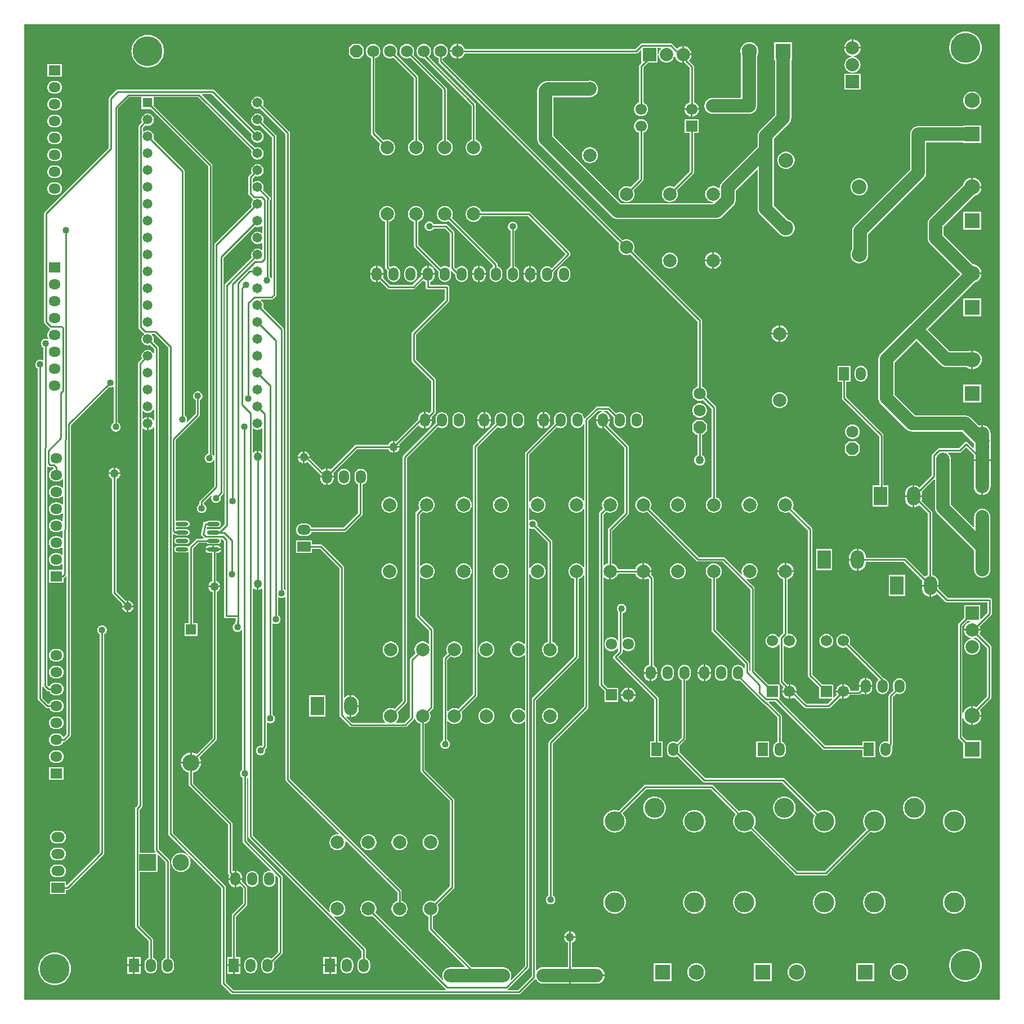
<source format=gtl>
G04 Layer_Physical_Order=1*
G04 Layer_Color=255*
%FSLAX24Y24*%
%MOIN*%
G70*
G01*
G75*
%ADD10O,0.0748X0.0236*%
%ADD11O,0.3937X0.0787*%
%ADD12O,0.0787X0.3937*%
%ADD13C,0.0100*%
%ADD14C,0.0787*%
%ADD15C,0.0994*%
%ADD16R,0.0600X0.0600*%
%ADD17C,0.0787*%
%ADD18O,0.0787X0.1102*%
%ADD19R,0.0787X0.1102*%
%ADD20O,0.0591X0.0787*%
%ADD21R,0.0591X0.0787*%
%ADD22R,0.0787X0.0591*%
%ADD23O,0.0787X0.0591*%
%ADD24R,0.0709X0.0591*%
%ADD25O,0.0709X0.0591*%
%ADD26R,0.0580X0.0580*%
%ADD27C,0.0580*%
%ADD28C,0.0709*%
%ADD29P,0.0767X8X22.5*%
%ADD30R,0.0984X0.0984*%
%ADD31C,0.0984*%
%ADD32C,0.0906*%
%ADD33R,0.0906X0.0906*%
%ADD34C,0.0669*%
%ADD35R,0.0669X0.0669*%
%ADD36C,0.1181*%
%ADD37R,0.0787X0.0787*%
%ADD38C,0.0787*%
%ADD39R,0.0669X0.0669*%
%ADD40C,0.0866*%
%ADD41P,0.0767X8X112.5*%
%ADD42R,0.0906X0.0906*%
%ADD43R,0.0787X0.0787*%
%ADD44C,0.1772*%
%ADD45C,0.0400*%
%ADD46C,0.0500*%
G36*
X78405Y30650D02*
X20650D01*
Y88405D01*
X78405D01*
Y30650D01*
D02*
G37*
%LPC*%
G36*
X58124Y49950D02*
X57778D01*
Y49509D01*
X57779Y49509D01*
X57830Y49519D01*
X57879Y49536D01*
X57926Y49559D01*
X57969Y49587D01*
X58008Y49621D01*
X58042Y49660D01*
X58071Y49704D01*
X58094Y49750D01*
X58110Y49799D01*
X58120Y49850D01*
X58124Y49902D01*
Y49950D01*
D02*
G37*
G36*
X61910Y50473D02*
X61861Y50470D01*
X61813Y50460D01*
X61767Y50445D01*
X61723Y50423D01*
X61682Y50396D01*
X61645Y50363D01*
X61613Y50327D01*
X61585Y50286D01*
X61564Y50242D01*
X61548Y50195D01*
X61538Y50147D01*
X61535Y50098D01*
Y49902D01*
X61538Y49853D01*
X61548Y49805D01*
X61564Y49758D01*
X61585Y49714D01*
X61613Y49673D01*
X61645Y49637D01*
X61682Y49604D01*
X61723Y49577D01*
X61767Y49555D01*
X61813Y49540D01*
X61861Y49530D01*
X61910Y49527D01*
X61959Y49530D01*
X62007Y49540D01*
X62053Y49555D01*
X62097Y49577D01*
X62138Y49604D01*
X62175Y49637D01*
X62207Y49673D01*
X62235Y49714D01*
X62256Y49758D01*
X62272Y49805D01*
X62282Y49853D01*
X62285Y49902D01*
Y50098D01*
X62282Y50147D01*
X62272Y50195D01*
X62256Y50242D01*
X62235Y50286D01*
X62207Y50327D01*
X62175Y50363D01*
X62138Y50396D01*
X62097Y50423D01*
X62053Y50445D01*
X62007Y50460D01*
X61959Y50470D01*
X61910Y50473D01*
D02*
G37*
G36*
X58728Y50473D02*
X58679Y50470D01*
X58631Y50460D01*
X58584Y50445D01*
X58540Y50423D01*
X58500Y50396D01*
X58463Y50363D01*
X58430Y50327D01*
X58403Y50286D01*
X58381Y50242D01*
X58366Y50195D01*
X58356Y50147D01*
X58353Y50098D01*
Y49902D01*
X58356Y49853D01*
X58366Y49805D01*
X58381Y49758D01*
X58403Y49714D01*
X58430Y49673D01*
X58463Y49637D01*
X58500Y49604D01*
X58540Y49577D01*
X58584Y49555D01*
X58631Y49540D01*
X58679Y49530D01*
X58728Y49527D01*
X58777Y49530D01*
X58825Y49540D01*
X58871Y49555D01*
X58915Y49577D01*
X58956Y49604D01*
X58993Y49637D01*
X59025Y49673D01*
X59052Y49714D01*
X59074Y49758D01*
X59090Y49805D01*
X59099Y49853D01*
X59103Y49902D01*
Y50098D01*
X59099Y50147D01*
X59090Y50195D01*
X59074Y50242D01*
X59052Y50286D01*
X59025Y50327D01*
X58993Y50363D01*
X58956Y50396D01*
X58915Y50423D01*
X58871Y50445D01*
X58825Y50460D01*
X58777Y50470D01*
X58728Y50473D01*
D02*
G37*
G36*
X57678Y49950D02*
X57332D01*
Y49902D01*
X57335Y49850D01*
X57345Y49799D01*
X57362Y49750D01*
X57385Y49704D01*
X57413Y49660D01*
X57448Y49621D01*
X57487Y49587D01*
X57530Y49559D01*
X57576Y49536D01*
X57625Y49519D01*
X57676Y49509D01*
X57678Y49509D01*
Y49950D01*
D02*
G37*
G36*
X70507Y49704D02*
Y49263D01*
X70853D01*
Y49311D01*
X70849Y49363D01*
X70839Y49414D01*
X70823Y49463D01*
X70800Y49509D01*
X70771Y49552D01*
X70737Y49591D01*
X70698Y49625D01*
X70655Y49654D01*
X70608Y49677D01*
X70559Y49694D01*
X70508Y49704D01*
X70507Y49704D01*
D02*
G37*
G36*
X60860Y49950D02*
X60514D01*
Y49902D01*
X60517Y49850D01*
X60527Y49799D01*
X60544Y49750D01*
X60567Y49704D01*
X60596Y49660D01*
X60630Y49621D01*
X60669Y49587D01*
X60712Y49559D01*
X60758Y49536D01*
X60807Y49519D01*
X60858Y49509D01*
X60860Y49509D01*
Y49950D01*
D02*
G37*
G36*
X61306D02*
X60960D01*
Y49509D01*
X60962Y49509D01*
X61013Y49519D01*
X61062Y49536D01*
X61108Y49559D01*
X61151Y49587D01*
X61190Y49621D01*
X61224Y49660D01*
X61253Y49704D01*
X61276Y49750D01*
X61293Y49799D01*
X61303Y49850D01*
X61306Y49902D01*
Y49950D01*
D02*
G37*
G36*
X57294Y60428D02*
X57241Y60425D01*
X57189Y60416D01*
X57138Y60401D01*
X57089Y60381D01*
X57042Y60355D01*
X56999Y60324D01*
X56960Y60289D01*
X56924Y60249D01*
X56893Y60206D01*
X56868Y60160D01*
X56847Y60111D01*
X56833Y60060D01*
X56824Y60007D01*
X56821Y59954D01*
X56824Y59901D01*
X56833Y59849D01*
X56847Y59798D01*
X56868Y59749D01*
X56893Y59703D01*
X56924Y59659D01*
X56960Y59620D01*
X56999Y59584D01*
X57042Y59554D01*
X57089Y59528D01*
X57138Y59508D01*
X57189Y59493D01*
X57241Y59484D01*
X57294Y59481D01*
X57347Y59484D01*
X57399Y59493D01*
X57450Y59508D01*
X57499Y59528D01*
X57524Y59542D01*
X60437Y56629D01*
X60457Y56612D01*
X60479Y56600D01*
X60503Y56593D01*
X60528Y56591D01*
X61986D01*
X63631Y54946D01*
Y50112D01*
X63581Y50087D01*
X63559Y50103D01*
Y50560D01*
X63557Y50585D01*
X63550Y50609D01*
X63538Y50632D01*
X63521Y50651D01*
X61597Y52576D01*
Y55563D01*
X61624Y55571D01*
X61673Y55591D01*
X61719Y55617D01*
X61762Y55647D01*
X61802Y55683D01*
X61837Y55722D01*
X61868Y55766D01*
X61894Y55812D01*
X61914Y55861D01*
X61929Y55912D01*
X61938Y55964D01*
X61941Y56017D01*
X61938Y56070D01*
X61929Y56123D01*
X61914Y56174D01*
X61894Y56223D01*
X61868Y56269D01*
X61837Y56312D01*
X61802Y56352D01*
X61762Y56387D01*
X61719Y56418D01*
X61673Y56444D01*
X61624Y56464D01*
X61573Y56479D01*
X61520Y56488D01*
X61467Y56491D01*
X61414Y56488D01*
X61362Y56479D01*
X61311Y56464D01*
X61262Y56444D01*
X61216Y56418D01*
X61172Y56387D01*
X61133Y56352D01*
X61097Y56312D01*
X61067Y56269D01*
X61041Y56223D01*
X61021Y56174D01*
X61006Y56123D01*
X60997Y56070D01*
X60994Y56017D01*
X60997Y55964D01*
X61006Y55912D01*
X61021Y55861D01*
X61041Y55812D01*
X61067Y55766D01*
X61097Y55722D01*
X61133Y55683D01*
X61172Y55647D01*
X61216Y55617D01*
X61262Y55591D01*
X61311Y55571D01*
X61338Y55563D01*
Y52523D01*
X61340Y52497D01*
X61348Y52473D01*
X61360Y52451D01*
X61376Y52431D01*
X63301Y50506D01*
Y50265D01*
X63251Y50253D01*
X63235Y50286D01*
X63207Y50327D01*
X63175Y50363D01*
X63138Y50396D01*
X63097Y50423D01*
X63053Y50445D01*
X63007Y50460D01*
X62959Y50470D01*
X62910Y50473D01*
X62861Y50470D01*
X62813Y50460D01*
X62767Y50445D01*
X62723Y50423D01*
X62682Y50396D01*
X62645Y50363D01*
X62613Y50327D01*
X62585Y50286D01*
X62564Y50242D01*
X62548Y50195D01*
X62538Y50147D01*
X62535Y50098D01*
Y49902D01*
X62538Y49853D01*
X62548Y49805D01*
X62564Y49758D01*
X62585Y49714D01*
X62613Y49673D01*
X62645Y49637D01*
X62682Y49604D01*
X62723Y49577D01*
X62767Y49555D01*
X62813Y49540D01*
X62861Y49530D01*
X62910Y49527D01*
X62959Y49530D01*
X63007Y49540D01*
X63016Y49543D01*
X64399Y48160D01*
X64418Y48144D01*
X64441Y48132D01*
X64465Y48125D01*
X64490Y48122D01*
X64495D01*
X65233Y47384D01*
Y45922D01*
X65219Y45917D01*
X65175Y45895D01*
X65134Y45868D01*
X65097Y45836D01*
X65065Y45799D01*
X65038Y45758D01*
X65016Y45714D01*
X65000Y45668D01*
X64991Y45620D01*
X64987Y45571D01*
Y45374D01*
X64991Y45325D01*
X65000Y45277D01*
X65016Y45231D01*
X65038Y45187D01*
X65065Y45146D01*
X65097Y45109D01*
X65134Y45077D01*
X65175Y45049D01*
X65219Y45028D01*
X65265Y45012D01*
X65313Y45002D01*
X65362Y44999D01*
X65411Y45002D01*
X65459Y45012D01*
X65506Y45028D01*
X65550Y45049D01*
X65590Y45077D01*
X65627Y45109D01*
X65660Y45146D01*
X65687Y45187D01*
X65708Y45231D01*
X65724Y45277D01*
X65734Y45325D01*
X65737Y45374D01*
Y45571D01*
X65734Y45620D01*
X65724Y45668D01*
X65708Y45714D01*
X65687Y45758D01*
X65660Y45799D01*
X65627Y45836D01*
X65590Y45868D01*
X65550Y45895D01*
X65506Y45917D01*
X65492Y45922D01*
Y47438D01*
X65489Y47463D01*
X65482Y47487D01*
X65470Y47510D01*
X65454Y47529D01*
X64728Y48255D01*
X64747Y48301D01*
X65106D01*
X67929Y45479D01*
X67948Y45462D01*
X67970Y45450D01*
X67995Y45443D01*
X68020Y45441D01*
X70280D01*
Y45000D01*
X71028D01*
Y45945D01*
X70280D01*
Y45699D01*
X68074D01*
X65339Y48434D01*
X65358Y48480D01*
X65366D01*
Y49307D01*
X64722D01*
X63889Y50139D01*
Y55000D01*
X63887Y55025D01*
X63880Y55050D01*
X63868Y55072D01*
X63851Y55091D01*
X63418Y55524D01*
X63427Y55546D01*
X63446Y55568D01*
X63487Y55556D01*
X63539Y55547D01*
X63592Y55544D01*
X63645Y55547D01*
X63698Y55556D01*
X63749Y55571D01*
X63798Y55591D01*
X63844Y55617D01*
X63887Y55647D01*
X63927Y55683D01*
X63962Y55722D01*
X63993Y55766D01*
X64019Y55812D01*
X64039Y55861D01*
X64054Y55912D01*
X64063Y55964D01*
X64066Y56017D01*
X64063Y56070D01*
X64054Y56123D01*
X64039Y56174D01*
X64019Y56223D01*
X63993Y56269D01*
X63962Y56312D01*
X63927Y56352D01*
X63887Y56387D01*
X63844Y56418D01*
X63798Y56444D01*
X63749Y56464D01*
X63698Y56479D01*
X63645Y56488D01*
X63592Y56491D01*
X63539Y56488D01*
X63487Y56479D01*
X63436Y56464D01*
X63387Y56444D01*
X63341Y56418D01*
X63297Y56387D01*
X63258Y56352D01*
X63222Y56312D01*
X63192Y56269D01*
X63166Y56223D01*
X63146Y56174D01*
X63131Y56123D01*
X63122Y56070D01*
X63119Y56017D01*
X63122Y55964D01*
X63131Y55912D01*
X63143Y55871D01*
X63121Y55852D01*
X63099Y55843D01*
X62131Y56811D01*
X62112Y56828D01*
X62090Y56840D01*
X62065Y56847D01*
X62040Y56849D01*
X60582D01*
X57707Y59725D01*
X57720Y59749D01*
X57741Y59798D01*
X57755Y59849D01*
X57764Y59901D01*
X57767Y59954D01*
X57764Y60007D01*
X57755Y60060D01*
X57741Y60111D01*
X57720Y60160D01*
X57695Y60206D01*
X57664Y60249D01*
X57629Y60289D01*
X57589Y60324D01*
X57546Y60355D01*
X57499Y60381D01*
X57450Y60401D01*
X57399Y60416D01*
X57347Y60425D01*
X57294Y60428D01*
D02*
G37*
G36*
X22598Y51422D02*
X22480D01*
X22431Y51419D01*
X22383Y51409D01*
X22337Y51394D01*
X22293Y51372D01*
X22252Y51345D01*
X22215Y51312D01*
X22183Y51275D01*
X22156Y51235D01*
X22134Y51191D01*
X22118Y51144D01*
X22109Y51096D01*
X22105Y51047D01*
X22109Y50998D01*
X22118Y50950D01*
X22134Y50904D01*
X22156Y50860D01*
X22183Y50819D01*
X22215Y50782D01*
X22252Y50750D01*
X22293Y50723D01*
X22337Y50701D01*
X22383Y50685D01*
X22431Y50676D01*
X22480Y50672D01*
X22598D01*
X22647Y50676D01*
X22695Y50685D01*
X22742Y50701D01*
X22786Y50723D01*
X22826Y50750D01*
X22863Y50782D01*
X22896Y50819D01*
X22923Y50860D01*
X22945Y50904D01*
X22960Y50950D01*
X22970Y50998D01*
X22973Y51047D01*
X22970Y51096D01*
X22960Y51144D01*
X22945Y51191D01*
X22923Y51235D01*
X22896Y51275D01*
X22863Y51312D01*
X22826Y51345D01*
X22786Y51372D01*
X22742Y51394D01*
X22695Y51409D01*
X22647Y51419D01*
X22598Y51422D01*
D02*
G37*
G36*
X42333Y51859D02*
X42280Y51856D01*
X42228Y51847D01*
X42177Y51832D01*
X42128Y51812D01*
X42082Y51786D01*
X42038Y51756D01*
X41999Y51720D01*
X41964Y51681D01*
X41933Y51638D01*
X41907Y51591D01*
X41887Y51542D01*
X41872Y51491D01*
X41863Y51439D01*
X41860Y51386D01*
X41863Y51333D01*
X41872Y51281D01*
X41887Y51230D01*
X41907Y51181D01*
X41933Y51134D01*
X41964Y51091D01*
X41999Y51051D01*
X42038Y51016D01*
X42082Y50985D01*
X42128Y50960D01*
X42177Y50939D01*
X42228Y50925D01*
X42280Y50916D01*
X42333Y50913D01*
X42386Y50916D01*
X42439Y50925D01*
X42490Y50939D01*
X42539Y50960D01*
X42585Y50985D01*
X42628Y51016D01*
X42668Y51051D01*
X42703Y51091D01*
X42734Y51134D01*
X42760Y51181D01*
X42780Y51230D01*
X42795Y51281D01*
X42804Y51333D01*
X42807Y51386D01*
X42804Y51439D01*
X42795Y51491D01*
X42780Y51542D01*
X42760Y51591D01*
X42734Y51638D01*
X42703Y51681D01*
X42668Y51720D01*
X42628Y51756D01*
X42585Y51786D01*
X42539Y51812D01*
X42490Y51832D01*
X42439Y51847D01*
X42386Y51856D01*
X42333Y51859D01*
D02*
G37*
G36*
X60960Y50491D02*
Y50050D01*
X61306D01*
Y50098D01*
X61303Y50150D01*
X61293Y50201D01*
X61276Y50250D01*
X61253Y50296D01*
X61224Y50340D01*
X61190Y50379D01*
X61151Y50413D01*
X61108Y50441D01*
X61062Y50464D01*
X61013Y50481D01*
X60962Y50491D01*
X60960Y50491D01*
D02*
G37*
G36*
X22598Y50422D02*
X22480D01*
X22431Y50419D01*
X22383Y50409D01*
X22337Y50394D01*
X22293Y50372D01*
X22252Y50345D01*
X22215Y50312D01*
X22183Y50275D01*
X22156Y50235D01*
X22134Y50191D01*
X22118Y50144D01*
X22109Y50096D01*
X22105Y50047D01*
X22109Y49998D01*
X22118Y49950D01*
X22134Y49904D01*
X22156Y49860D01*
X22183Y49819D01*
X22215Y49782D01*
X22252Y49750D01*
X22293Y49723D01*
X22337Y49701D01*
X22383Y49685D01*
X22431Y49676D01*
X22480Y49672D01*
X22598D01*
X22647Y49676D01*
X22695Y49685D01*
X22742Y49701D01*
X22786Y49723D01*
X22826Y49750D01*
X22863Y49782D01*
X22896Y49819D01*
X22923Y49860D01*
X22945Y49904D01*
X22960Y49950D01*
X22970Y49998D01*
X22973Y50047D01*
X22970Y50096D01*
X22960Y50144D01*
X22945Y50191D01*
X22923Y50235D01*
X22896Y50275D01*
X22863Y50312D01*
X22826Y50345D01*
X22786Y50372D01*
X22742Y50394D01*
X22695Y50409D01*
X22647Y50419D01*
X22598Y50422D01*
D02*
G37*
G36*
X57786Y55967D02*
X57344D01*
Y55526D01*
X57349Y55526D01*
X57404Y55535D01*
X57457Y55551D01*
X57509Y55572D01*
X57557Y55599D01*
X57585Y55618D01*
X57651Y55552D01*
Y50486D01*
X57625Y50481D01*
X57576Y50464D01*
X57530Y50441D01*
X57487Y50413D01*
X57448Y50379D01*
X57413Y50340D01*
X57385Y50296D01*
X57362Y50250D01*
X57345Y50201D01*
X57335Y50150D01*
X57332Y50098D01*
Y50050D01*
X57728D01*
X58124D01*
Y50098D01*
X58120Y50150D01*
X58110Y50201D01*
X58094Y50250D01*
X58071Y50296D01*
X58042Y50340D01*
X58008Y50379D01*
X57969Y50413D01*
X57926Y50441D01*
X57909Y50450D01*
Y55606D01*
X57907Y55631D01*
X57900Y55655D01*
X57888Y55678D01*
X57871Y55697D01*
X57747Y55821D01*
X57761Y55854D01*
X57776Y55907D01*
X57785Y55962D01*
X57786Y55967D01*
D02*
G37*
G36*
X60860Y50491D02*
X60858Y50491D01*
X60807Y50481D01*
X60758Y50464D01*
X60712Y50441D01*
X60669Y50413D01*
X60630Y50379D01*
X60596Y50340D01*
X60567Y50296D01*
X60544Y50250D01*
X60527Y50201D01*
X60517Y50150D01*
X60514Y50098D01*
Y50050D01*
X60860D01*
Y50491D01*
D02*
G37*
G36*
X70407Y49704D02*
X70405Y49704D01*
X70354Y49694D01*
X70305Y49677D01*
X70259Y49654D01*
X70216Y49625D01*
X70177Y49591D01*
X70142Y49552D01*
X70114Y49509D01*
X70091Y49463D01*
X70074Y49414D01*
X70064Y49363D01*
X70061Y49311D01*
Y49263D01*
X70407D01*
Y49704D01*
D02*
G37*
G36*
X56838Y48647D02*
X56456D01*
Y48265D01*
X56462Y48265D01*
X56518Y48276D01*
X56572Y48294D01*
X56623Y48320D01*
X56671Y48351D01*
X56714Y48389D01*
X56751Y48432D01*
X56783Y48479D01*
X56808Y48530D01*
X56826Y48584D01*
X56837Y48640D01*
X56838Y48647D01*
D02*
G37*
G36*
X65902Y48844D02*
X65520D01*
X65520Y48837D01*
X65531Y48781D01*
X65550Y48727D01*
X65575Y48676D01*
X65607Y48629D01*
X65644Y48586D01*
X65687Y48548D01*
X65734Y48516D01*
X65786Y48491D01*
X65839Y48473D01*
X65895Y48462D01*
X65902Y48461D01*
Y48844D01*
D02*
G37*
G36*
X70853Y49163D02*
X70507D01*
Y48721D01*
X70508Y48721D01*
X70559Y48732D01*
X70608Y48748D01*
X70655Y48771D01*
X70698Y48800D01*
X70737Y48834D01*
X70771Y48873D01*
X70800Y48916D01*
X70823Y48963D01*
X70839Y49012D01*
X70849Y49062D01*
X70853Y49114D01*
Y49163D01*
D02*
G37*
G36*
X56356Y48647D02*
X55973D01*
X55974Y48640D01*
X55985Y48584D01*
X56003Y48530D01*
X56028Y48479D01*
X56060Y48432D01*
X56098Y48389D01*
X56140Y48351D01*
X56188Y48320D01*
X56239Y48294D01*
X56293Y48276D01*
X56349Y48265D01*
X56356Y48265D01*
Y48647D01*
D02*
G37*
G36*
X77263Y52493D02*
X76772D01*
X76280D01*
X76280Y52488D01*
X76290Y52433D01*
X76305Y52380D01*
X76326Y52329D01*
X76353Y52280D01*
X76385Y52235D01*
X76422Y52194D01*
X76463Y52157D01*
X76509Y52125D01*
X76557Y52098D01*
X76608Y52077D01*
X76662Y52061D01*
X76681Y52058D01*
Y52007D01*
X76666Y52005D01*
X76615Y51990D01*
X76566Y51970D01*
X76520Y51944D01*
X76477Y51913D01*
X76437Y51878D01*
X76402Y51838D01*
X76371Y51795D01*
X76345Y51749D01*
X76325Y51700D01*
X76310Y51649D01*
X76301Y51596D01*
X76298Y51543D01*
X76301Y51490D01*
X76310Y51438D01*
X76325Y51387D01*
X76345Y51338D01*
X76371Y51292D01*
X76402Y51248D01*
X76437Y51209D01*
X76477Y51173D01*
X76520Y51143D01*
X76566Y51117D01*
X76615Y51097D01*
X76666Y51082D01*
X76719Y51073D01*
X76772Y51070D01*
X76825Y51073D01*
X76877Y51082D01*
X76928Y51097D01*
X76977Y51117D01*
X77023Y51143D01*
X77067Y51173D01*
X77106Y51209D01*
X77142Y51248D01*
X77172Y51292D01*
X77198Y51338D01*
X77218Y51387D01*
X77233Y51438D01*
X77242Y51490D01*
X77245Y51543D01*
X77242Y51596D01*
X77233Y51649D01*
X77218Y51700D01*
X77198Y51749D01*
X77172Y51795D01*
X77142Y51838D01*
X77106Y51878D01*
X77067Y51913D01*
X77023Y51944D01*
X76977Y51970D01*
X76928Y51990D01*
X76877Y52005D01*
X76862Y52007D01*
Y52058D01*
X76882Y52061D01*
X76935Y52077D01*
X76986Y52098D01*
X77017Y52115D01*
X77651Y51481D01*
Y48594D01*
X77022Y47965D01*
X77012Y47971D01*
X76955Y47995D01*
X76895Y48012D01*
X76834Y48023D01*
X76822Y48023D01*
Y47522D01*
X77322D01*
X77322Y47534D01*
X77311Y47596D01*
X77294Y47655D01*
X77270Y47713D01*
X77240Y47767D01*
X77219Y47797D01*
X77871Y48449D01*
X77888Y48468D01*
X77900Y48491D01*
X77907Y48515D01*
X77909Y48540D01*
Y51535D01*
X77907Y51560D01*
X77900Y51584D01*
X77888Y51607D01*
X77871Y51626D01*
X77200Y52298D01*
X77217Y52329D01*
X77238Y52380D01*
X77254Y52433D01*
X77263Y52488D01*
X77263Y52493D01*
D02*
G37*
G36*
X40011Y48681D02*
Y48081D01*
X40455D01*
Y48189D01*
X40452Y48244D01*
X40443Y48299D01*
X40427Y48352D01*
X40406Y48404D01*
X40379Y48452D01*
X40347Y48497D01*
X40310Y48539D01*
X40269Y48576D01*
X40224Y48608D01*
X40175Y48634D01*
X40124Y48656D01*
X40071Y48671D01*
X40016Y48680D01*
X40011Y48681D01*
D02*
G37*
G36*
X65717Y60428D02*
X65664Y60425D01*
X65612Y60416D01*
X65561Y60401D01*
X65512Y60381D01*
X65466Y60355D01*
X65422Y60324D01*
X65383Y60289D01*
X65347Y60249D01*
X65317Y60206D01*
X65291Y60160D01*
X65271Y60111D01*
X65256Y60060D01*
X65247Y60007D01*
X65244Y59954D01*
X65247Y59901D01*
X65256Y59849D01*
X65271Y59798D01*
X65291Y59749D01*
X65317Y59703D01*
X65347Y59659D01*
X65383Y59620D01*
X65422Y59584D01*
X65466Y59554D01*
X65512Y59528D01*
X65561Y59508D01*
X65612Y59493D01*
X65664Y59484D01*
X65717Y59481D01*
X65770Y59484D01*
X65823Y59493D01*
X65874Y59508D01*
X65923Y59528D01*
X65947Y59542D01*
X67051Y58438D01*
Y49848D01*
X67053Y49823D01*
X67060Y49799D01*
X67072Y49776D01*
X67089Y49757D01*
X67721Y49124D01*
Y48480D01*
X68473D01*
X68492Y48434D01*
X68219Y48161D01*
X66983D01*
X66370Y48773D01*
X66373Y48781D01*
X66384Y48837D01*
X66385Y48844D01*
X66002D01*
Y48461D01*
X66009Y48462D01*
X66065Y48473D01*
X66119Y48491D01*
X66170Y48516D01*
X66217Y48548D01*
X66224Y48554D01*
X66838Y47940D01*
X66857Y47924D01*
X66880Y47912D01*
X66904Y47905D01*
X66929Y47902D01*
X68272D01*
X68297Y47905D01*
X68322Y47912D01*
X68344Y47924D01*
X68364Y47940D01*
X68932Y48509D01*
X68968Y48491D01*
X69022Y48473D01*
X69078Y48462D01*
X69084Y48461D01*
Y48844D01*
X68702D01*
X68703Y48837D01*
X68714Y48781D01*
X68732Y48727D01*
X68749Y48692D01*
X68594Y48536D01*
X68548Y48555D01*
Y49307D01*
X67904D01*
X67309Y49902D01*
Y58492D01*
X67307Y58517D01*
X67300Y58541D01*
X67288Y58564D01*
X67271Y58583D01*
X66130Y59725D01*
X66144Y59749D01*
X66164Y59798D01*
X66179Y59849D01*
X66188Y59901D01*
X66191Y59954D01*
X66188Y60007D01*
X66179Y60060D01*
X66164Y60111D01*
X66144Y60160D01*
X66118Y60206D01*
X66087Y60249D01*
X66052Y60289D01*
X66012Y60324D01*
X65969Y60355D01*
X65923Y60381D01*
X65874Y60401D01*
X65823Y60416D01*
X65770Y60425D01*
X65717Y60428D01*
D02*
G37*
G36*
X56456Y49129D02*
Y48747D01*
X56838D01*
X56837Y48754D01*
X56826Y48810D01*
X56808Y48864D01*
X56783Y48915D01*
X56751Y48962D01*
X56714Y49005D01*
X56671Y49042D01*
X56623Y49074D01*
X56572Y49099D01*
X56518Y49118D01*
X56462Y49129D01*
X56456Y49129D01*
D02*
G37*
G36*
X69084Y49326D02*
X69078Y49326D01*
X69022Y49314D01*
X68968Y49296D01*
X68917Y49271D01*
X68869Y49239D01*
X68826Y49202D01*
X68789Y49159D01*
X68757Y49111D01*
X68732Y49060D01*
X68714Y49006D01*
X68703Y48951D01*
X68702Y48944D01*
X69084D01*
Y49326D01*
D02*
G37*
G36*
X66002D02*
Y48944D01*
X66385D01*
X66384Y48951D01*
X66373Y49006D01*
X66355Y49060D01*
X66329Y49111D01*
X66298Y49159D01*
X66260Y49202D01*
X66217Y49239D01*
X66170Y49271D01*
X66119Y49296D01*
X66065Y49314D01*
X66009Y49326D01*
X66002Y49326D01*
D02*
G37*
G36*
X56356Y49129D02*
X56349Y49129D01*
X56293Y49118D01*
X56239Y49099D01*
X56188Y49074D01*
X56140Y49042D01*
X56098Y49005D01*
X56060Y48962D01*
X56028Y48915D01*
X56003Y48864D01*
X55985Y48810D01*
X55974Y48754D01*
X55973Y48747D01*
X56356D01*
Y49129D01*
D02*
G37*
G36*
X69184Y49326D02*
Y48894D01*
Y48461D01*
X69191Y48462D01*
X69247Y48473D01*
X69301Y48491D01*
X69352Y48516D01*
X69400Y48548D01*
X69442Y48586D01*
X69480Y48629D01*
X69512Y48676D01*
X69518Y48690D01*
X70079D01*
X70104Y48692D01*
X70128Y48699D01*
X70151Y48711D01*
X70170Y48727D01*
X70232Y48789D01*
X70259Y48771D01*
X70305Y48748D01*
X70354Y48732D01*
X70405Y48721D01*
X70407Y48721D01*
Y49163D01*
X70061D01*
Y49114D01*
X70064Y49062D01*
X70074Y49012D01*
X70078Y49001D01*
X70025Y48948D01*
X69566D01*
X69566Y48951D01*
X69555Y49006D01*
X69537Y49060D01*
X69512Y49111D01*
X69480Y49159D01*
X69442Y49202D01*
X69400Y49239D01*
X69352Y49271D01*
X69301Y49296D01*
X69247Y49314D01*
X69191Y49326D01*
X69184Y49326D01*
D02*
G37*
G36*
X69134Y52308D02*
X69080Y52304D01*
X69027Y52294D01*
X68976Y52276D01*
X68927Y52252D01*
X68882Y52222D01*
X68842Y52187D01*
X68806Y52146D01*
X68776Y52101D01*
X68752Y52052D01*
X68734Y52001D01*
X68724Y51948D01*
X68720Y51894D01*
X68724Y51840D01*
X68734Y51786D01*
X68752Y51735D01*
X68776Y51687D01*
X68806Y51642D01*
X68842Y51601D01*
X68882Y51565D01*
X68927Y51535D01*
X68976Y51511D01*
X69027Y51494D01*
X69080Y51483D01*
X69134Y51479D01*
X69189Y51483D01*
X69242Y51494D01*
X69293Y51511D01*
X69321Y51525D01*
X71198Y49647D01*
X71195Y49579D01*
X71192Y49576D01*
X71159Y49539D01*
X71132Y49498D01*
X71110Y49454D01*
X71095Y49408D01*
X71085Y49360D01*
X71082Y49311D01*
Y49114D01*
X71085Y49065D01*
X71095Y49017D01*
X71110Y48971D01*
X71132Y48927D01*
X71159Y48886D01*
X71192Y48849D01*
X71229Y48817D01*
X71269Y48790D01*
X71313Y48768D01*
X71360Y48752D01*
X71408Y48743D01*
X71457Y48739D01*
X71506Y48743D01*
X71554Y48752D01*
X71600Y48768D01*
X71644Y48790D01*
X71685Y48817D01*
X71722Y48849D01*
X71754Y48886D01*
X71781Y48927D01*
X71803Y48971D01*
X71819Y49017D01*
X71828Y49065D01*
X71832Y49114D01*
Y49311D01*
X71828Y49360D01*
X71819Y49408D01*
X71803Y49454D01*
X71781Y49498D01*
X71754Y49539D01*
X71722Y49576D01*
X71685Y49608D01*
X71644Y49636D01*
X71600Y49657D01*
X71554Y49673D01*
X71534Y49677D01*
X69504Y51708D01*
X69517Y51735D01*
X69535Y51786D01*
X69545Y51840D01*
X69549Y51894D01*
X69545Y51948D01*
X69535Y52001D01*
X69517Y52052D01*
X69493Y52101D01*
X69463Y52146D01*
X69427Y52187D01*
X69387Y52222D01*
X69342Y52252D01*
X69293Y52276D01*
X69242Y52294D01*
X69189Y52304D01*
X69134Y52308D01*
D02*
G37*
G36*
X72457Y49686D02*
X72408Y49683D01*
X72360Y49673D01*
X72313Y49657D01*
X72269Y49636D01*
X72229Y49608D01*
X72192Y49576D01*
X72159Y49539D01*
X72132Y49498D01*
X72110Y49454D01*
X72095Y49408D01*
X72085Y49360D01*
X72082Y49311D01*
Y49114D01*
X72085Y49065D01*
X72095Y49017D01*
X72110Y48973D01*
X71859Y48721D01*
X71842Y48702D01*
X71830Y48679D01*
X71823Y48655D01*
X71821Y48630D01*
Y45958D01*
X71771Y45926D01*
X71751Y45933D01*
X71702Y45942D01*
X71654Y45946D01*
X71605Y45942D01*
X71557Y45933D01*
X71510Y45917D01*
X71466Y45895D01*
X71425Y45868D01*
X71389Y45836D01*
X71356Y45799D01*
X71329Y45758D01*
X71307Y45714D01*
X71291Y45668D01*
X71282Y45620D01*
X71279Y45571D01*
Y45374D01*
X71282Y45325D01*
X71291Y45277D01*
X71307Y45231D01*
X71329Y45187D01*
X71356Y45146D01*
X71389Y45109D01*
X71425Y45077D01*
X71466Y45049D01*
X71510Y45028D01*
X71557Y45012D01*
X71605Y45002D01*
X71654Y44999D01*
X71702Y45002D01*
X71751Y45012D01*
X71797Y45028D01*
X71841Y45049D01*
X71882Y45077D01*
X71919Y45109D01*
X71951Y45146D01*
X71978Y45187D01*
X72000Y45231D01*
X72016Y45277D01*
X72025Y45325D01*
X72028Y45374D01*
Y45571D01*
X72025Y45620D01*
X72018Y45654D01*
X72041Y45677D01*
X72058Y45697D01*
X72070Y45719D01*
X72077Y45744D01*
X72079Y45769D01*
Y48576D01*
X72285Y48782D01*
X72313Y48768D01*
X72360Y48752D01*
X72408Y48743D01*
X72457Y48739D01*
X72506Y48743D01*
X72554Y48752D01*
X72600Y48768D01*
X72644Y48790D01*
X72685Y48817D01*
X72722Y48849D01*
X72754Y48886D01*
X72781Y48927D01*
X72803Y48971D01*
X72819Y49017D01*
X72828Y49065D01*
X72832Y49114D01*
Y49311D01*
X72828Y49360D01*
X72819Y49408D01*
X72803Y49454D01*
X72781Y49498D01*
X72754Y49539D01*
X72722Y49576D01*
X72685Y49608D01*
X72644Y49636D01*
X72600Y49657D01*
X72554Y49673D01*
X72506Y49683D01*
X72457Y49686D01*
D02*
G37*
G36*
X65667Y56509D02*
X65662Y56509D01*
X65607Y56499D01*
X65554Y56484D01*
X65503Y56463D01*
X65454Y56436D01*
X65409Y56404D01*
X65368Y56367D01*
X65331Y56326D01*
X65299Y56280D01*
X65272Y56232D01*
X65251Y56181D01*
X65235Y56127D01*
X65226Y56073D01*
X65226Y56067D01*
X65667D01*
Y56509D01*
D02*
G37*
G36*
X57344D02*
Y56067D01*
X57786D01*
X57785Y56073D01*
X57776Y56127D01*
X57761Y56181D01*
X57740Y56232D01*
X57713Y56280D01*
X57681Y56326D01*
X57644Y56367D01*
X57602Y56404D01*
X57557Y56436D01*
X57509Y56463D01*
X57457Y56484D01*
X57404Y56499D01*
X57349Y56509D01*
X57344Y56509D01*
D02*
G37*
G36*
X65767D02*
Y56067D01*
X66209D01*
X66209Y56073D01*
X66199Y56127D01*
X66184Y56181D01*
X66163Y56232D01*
X66136Y56280D01*
X66104Y56326D01*
X66067Y56367D01*
X66026Y56404D01*
X65980Y56436D01*
X65932Y56463D01*
X65881Y56484D01*
X65827Y56499D01*
X65773Y56509D01*
X65767Y56509D01*
D02*
G37*
G36*
X68484Y57323D02*
X67539D01*
Y56063D01*
X68484D01*
Y57323D01*
D02*
G37*
G36*
X59342Y56491D02*
X59289Y56488D01*
X59237Y56479D01*
X59186Y56464D01*
X59137Y56444D01*
X59091Y56418D01*
X59047Y56387D01*
X59008Y56352D01*
X58972Y56312D01*
X58942Y56269D01*
X58916Y56223D01*
X58896Y56174D01*
X58881Y56123D01*
X58872Y56070D01*
X58869Y56017D01*
X58872Y55964D01*
X58881Y55912D01*
X58896Y55861D01*
X58916Y55812D01*
X58942Y55766D01*
X58972Y55722D01*
X59008Y55683D01*
X59047Y55647D01*
X59091Y55617D01*
X59137Y55591D01*
X59186Y55571D01*
X59237Y55556D01*
X59289Y55547D01*
X59342Y55544D01*
X59395Y55547D01*
X59448Y55556D01*
X59499Y55571D01*
X59548Y55591D01*
X59594Y55617D01*
X59637Y55647D01*
X59677Y55683D01*
X59712Y55722D01*
X59743Y55766D01*
X59769Y55812D01*
X59789Y55861D01*
X59804Y55912D01*
X59813Y55964D01*
X59816Y56017D01*
X59813Y56070D01*
X59804Y56123D01*
X59789Y56174D01*
X59769Y56223D01*
X59743Y56269D01*
X59712Y56312D01*
X59677Y56352D01*
X59637Y56387D01*
X59594Y56418D01*
X59548Y56444D01*
X59499Y56464D01*
X59448Y56479D01*
X59395Y56488D01*
X59342Y56491D01*
D02*
G37*
G36*
X73794Y60410D02*
X73350D01*
Y59811D01*
X73355Y59811D01*
X73410Y59820D01*
X73463Y59836D01*
X73515Y59857D01*
X73563Y59884D01*
X73608Y59916D01*
X73636Y59941D01*
X74141Y59436D01*
Y55788D01*
X74127Y55784D01*
X74075Y55763D01*
X74027Y55736D01*
X73982Y55704D01*
X73959Y55684D01*
X72859Y56784D01*
X72839Y56800D01*
X72817Y56812D01*
X72792Y56820D01*
X72767Y56822D01*
X70475D01*
Y56850D01*
X70472Y56906D01*
X70462Y56960D01*
X70447Y57014D01*
X70426Y57065D01*
X70399Y57113D01*
X70367Y57159D01*
X70330Y57200D01*
X70289Y57237D01*
X70243Y57269D01*
X70195Y57296D01*
X70144Y57317D01*
X70090Y57332D01*
X70036Y57342D01*
X70030Y57342D01*
Y56693D01*
Y56044D01*
X70036Y56044D01*
X70090Y56053D01*
X70144Y56069D01*
X70195Y56090D01*
X70243Y56117D01*
X70289Y56149D01*
X70330Y56186D01*
X70367Y56227D01*
X70399Y56272D01*
X70426Y56321D01*
X70447Y56372D01*
X70462Y56425D01*
X70472Y56480D01*
X70475Y56535D01*
Y56564D01*
X72714D01*
X73817Y55460D01*
X73808Y55428D01*
X73799Y55373D01*
X73796Y55317D01*
Y55210D01*
X74290D01*
X74784D01*
Y55317D01*
X74781Y55373D01*
X74772Y55428D01*
X74757Y55481D01*
X74736Y55532D01*
X74709Y55581D01*
X74677Y55626D01*
X74640Y55667D01*
X74598Y55704D01*
X74553Y55736D01*
X74505Y55763D01*
X74453Y55784D01*
X74400Y55800D01*
X74399Y55800D01*
Y59490D01*
X74397Y59515D01*
X74390Y59539D01*
X74378Y59562D01*
X74361Y59581D01*
X73775Y60168D01*
X73782Y60192D01*
X73791Y60247D01*
X73794Y60303D01*
Y60410D01*
D02*
G37*
G36*
X69930Y56643D02*
X69486D01*
Y56535D01*
X69489Y56480D01*
X69498Y56425D01*
X69514Y56372D01*
X69535Y56321D01*
X69562Y56272D01*
X69594Y56227D01*
X69631Y56186D01*
X69672Y56149D01*
X69717Y56117D01*
X69766Y56090D01*
X69817Y56069D01*
X69870Y56053D01*
X69925Y56044D01*
X69930Y56044D01*
Y56643D01*
D02*
G37*
G36*
X40567Y62087D02*
X40518Y62084D01*
X40470Y62075D01*
X40423Y62059D01*
X40380Y62037D01*
X40339Y62010D01*
X40302Y61978D01*
X40270Y61941D01*
X40242Y61900D01*
X40221Y61856D01*
X40205Y61810D01*
X40195Y61762D01*
X40192Y61713D01*
Y61516D01*
X40195Y61467D01*
X40205Y61419D01*
X40221Y61372D01*
X40242Y61328D01*
X40270Y61288D01*
X40302Y61251D01*
X40339Y61218D01*
X40380Y61191D01*
X40401Y61181D01*
Y59448D01*
X39546Y58594D01*
X37654D01*
X37649Y58608D01*
X37628Y58652D01*
X37601Y58693D01*
X37568Y58730D01*
X37531Y58762D01*
X37491Y58789D01*
X37447Y58811D01*
X37400Y58827D01*
X37352Y58836D01*
X37303Y58839D01*
X37106D01*
X37057Y58836D01*
X37009Y58827D01*
X36963Y58811D01*
X36919Y58789D01*
X36878Y58762D01*
X36841Y58730D01*
X36809Y58693D01*
X36782Y58652D01*
X36760Y58608D01*
X36744Y58562D01*
X36735Y58513D01*
X36731Y58465D01*
X36735Y58416D01*
X36744Y58368D01*
X36760Y58321D01*
X36782Y58277D01*
X36809Y58236D01*
X36841Y58200D01*
X36878Y58167D01*
X36919Y58140D01*
X36963Y58118D01*
X37009Y58103D01*
X37057Y58093D01*
X37106Y58090D01*
X37303D01*
X37352Y58093D01*
X37400Y58103D01*
X37447Y58118D01*
X37491Y58140D01*
X37531Y58167D01*
X37568Y58200D01*
X37601Y58236D01*
X37628Y58277D01*
X37649Y58321D01*
X37654Y58335D01*
X39600D01*
X39625Y58338D01*
X39650Y58345D01*
X39672Y58357D01*
X39691Y58373D01*
X40621Y59303D01*
X40638Y59323D01*
X40650Y59345D01*
X40657Y59369D01*
X40659Y59395D01*
Y61153D01*
X40664Y61154D01*
X40710Y61169D01*
X40754Y61191D01*
X40795Y61218D01*
X40832Y61251D01*
X40864Y61288D01*
X40892Y61328D01*
X40913Y61372D01*
X40929Y61419D01*
X40939Y61467D01*
X40942Y61516D01*
Y61713D01*
X40939Y61762D01*
X40929Y61810D01*
X40913Y61856D01*
X40892Y61900D01*
X40864Y61941D01*
X40832Y61978D01*
X40795Y62010D01*
X40754Y62037D01*
X40710Y62059D01*
X40664Y62075D01*
X40616Y62084D01*
X40567Y62087D01*
D02*
G37*
G36*
X42262Y60428D02*
X42209Y60425D01*
X42157Y60416D01*
X42106Y60401D01*
X42057Y60381D01*
X42010Y60355D01*
X41967Y60324D01*
X41928Y60289D01*
X41892Y60249D01*
X41862Y60206D01*
X41836Y60160D01*
X41816Y60111D01*
X41801Y60060D01*
X41792Y60007D01*
X41789Y59954D01*
X41792Y59901D01*
X41801Y59849D01*
X41816Y59798D01*
X41836Y59749D01*
X41862Y59703D01*
X41892Y59659D01*
X41928Y59620D01*
X41967Y59584D01*
X42010Y59554D01*
X42057Y59528D01*
X42106Y59508D01*
X42157Y59493D01*
X42209Y59484D01*
X42262Y59481D01*
X42315Y59484D01*
X42367Y59493D01*
X42418Y59508D01*
X42468Y59528D01*
X42514Y59554D01*
X42557Y59584D01*
X42597Y59620D01*
X42632Y59659D01*
X42663Y59703D01*
X42689Y59749D01*
X42709Y59798D01*
X42724Y59849D01*
X42732Y59901D01*
X42735Y59954D01*
X42732Y60007D01*
X42724Y60060D01*
X42709Y60111D01*
X42689Y60160D01*
X42663Y60206D01*
X42632Y60249D01*
X42597Y60289D01*
X42557Y60324D01*
X42514Y60355D01*
X42468Y60381D01*
X42418Y60401D01*
X42367Y60416D01*
X42315Y60425D01*
X42262Y60428D01*
D02*
G37*
G36*
X46662D02*
X46609Y60425D01*
X46557Y60416D01*
X46506Y60401D01*
X46457Y60381D01*
X46410Y60355D01*
X46367Y60324D01*
X46328Y60289D01*
X46292Y60249D01*
X46262Y60206D01*
X46236Y60160D01*
X46216Y60111D01*
X46201Y60060D01*
X46192Y60007D01*
X46189Y59954D01*
X46192Y59901D01*
X46201Y59849D01*
X46216Y59798D01*
X46236Y59749D01*
X46262Y59703D01*
X46292Y59659D01*
X46328Y59620D01*
X46367Y59584D01*
X46410Y59554D01*
X46457Y59528D01*
X46506Y59508D01*
X46557Y59493D01*
X46609Y59484D01*
X46662Y59481D01*
X46715Y59484D01*
X46767Y59493D01*
X46818Y59508D01*
X46868Y59528D01*
X46914Y59554D01*
X46957Y59584D01*
X46997Y59620D01*
X47032Y59659D01*
X47063Y59703D01*
X47089Y59749D01*
X47109Y59798D01*
X47124Y59849D01*
X47132Y59901D01*
X47135Y59954D01*
X47132Y60007D01*
X47124Y60060D01*
X47109Y60111D01*
X47089Y60160D01*
X47063Y60206D01*
X47032Y60249D01*
X46997Y60289D01*
X46957Y60324D01*
X46914Y60355D01*
X46868Y60381D01*
X46818Y60401D01*
X46767Y60416D01*
X46715Y60425D01*
X46662Y60428D01*
D02*
G37*
G36*
X30236Y58019D02*
X29724D01*
X29686Y58015D01*
X29649Y58004D01*
X29615Y57985D01*
X29585Y57961D01*
X29560Y57931D01*
X29542Y57897D01*
X29530Y57859D01*
X29527Y57821D01*
X29530Y57782D01*
X29542Y57745D01*
X29560Y57711D01*
X29585Y57681D01*
X29615Y57656D01*
X29649Y57638D01*
X29686Y57627D01*
X29724Y57623D01*
X30236D01*
X30275Y57627D01*
X30312Y57638D01*
X30346Y57656D01*
X30376Y57681D01*
X30401Y57711D01*
X30419Y57745D01*
X30430Y57782D01*
X30434Y57821D01*
X30430Y57859D01*
X30419Y57897D01*
X30401Y57931D01*
X30376Y57961D01*
X30346Y57985D01*
X30312Y58004D01*
X30275Y58015D01*
X30236Y58019D01*
D02*
G37*
G36*
X69930Y57342D02*
X69925Y57342D01*
X69870Y57332D01*
X69817Y57317D01*
X69766Y57296D01*
X69717Y57269D01*
X69672Y57237D01*
X69631Y57200D01*
X69594Y57159D01*
X69562Y57113D01*
X69535Y57065D01*
X69514Y57014D01*
X69498Y56960D01*
X69489Y56906D01*
X69486Y56850D01*
Y56743D01*
X69930D01*
Y57342D01*
D02*
G37*
G36*
X31781Y57540D02*
X31575D01*
X31541Y57537D01*
X31507Y57529D01*
X31475Y57516D01*
X31446Y57498D01*
X31420Y57476D01*
X31398Y57449D01*
X31380Y57420D01*
X31367Y57388D01*
X31362Y57371D01*
X31781D01*
Y57540D01*
D02*
G37*
G36*
X32087D02*
X31881D01*
Y57371D01*
X32299D01*
X32295Y57388D01*
X32282Y57420D01*
X32264Y57449D01*
X32241Y57476D01*
X32215Y57498D01*
X32186Y57516D01*
X32154Y57529D01*
X32121Y57537D01*
X32087Y57540D01*
D02*
G37*
G36*
X48862Y56491D02*
X48809Y56488D01*
X48757Y56479D01*
X48706Y56464D01*
X48657Y56444D01*
X48610Y56418D01*
X48567Y56387D01*
X48528Y56352D01*
X48492Y56312D01*
X48462Y56269D01*
X48436Y56223D01*
X48416Y56174D01*
X48401Y56123D01*
X48392Y56070D01*
X48389Y56017D01*
X48392Y55964D01*
X48401Y55912D01*
X48416Y55861D01*
X48436Y55812D01*
X48462Y55766D01*
X48492Y55722D01*
X48528Y55683D01*
X48567Y55647D01*
X48610Y55617D01*
X48657Y55591D01*
X48706Y55571D01*
X48757Y55556D01*
X48809Y55547D01*
X48862Y55544D01*
X48915Y55547D01*
X48967Y55556D01*
X49018Y55571D01*
X49068Y55591D01*
X49114Y55617D01*
X49157Y55647D01*
X49197Y55683D01*
X49232Y55722D01*
X49263Y55766D01*
X49289Y55812D01*
X49309Y55861D01*
X49324Y55912D01*
X49332Y55964D01*
X49335Y56017D01*
X49332Y56070D01*
X49324Y56123D01*
X49309Y56174D01*
X49289Y56223D01*
X49263Y56269D01*
X49232Y56312D01*
X49197Y56352D01*
X49157Y56387D01*
X49114Y56418D01*
X49068Y56444D01*
X49018Y56464D01*
X48967Y56479D01*
X48915Y56488D01*
X48862Y56491D01*
D02*
G37*
G36*
X74784Y55110D02*
X74340D01*
Y54511D01*
X74345Y54511D01*
X74400Y54520D01*
X74453Y54536D01*
X74505Y54557D01*
X74553Y54584D01*
X74598Y54616D01*
X74640Y54653D01*
X74651Y54665D01*
X74717Y54670D01*
X75179Y54209D01*
X75198Y54192D01*
X75220Y54180D01*
X75245Y54173D01*
X75270Y54171D01*
X77681D01*
Y53574D01*
X77290Y53183D01*
X77244Y53202D01*
Y54016D01*
X76299D01*
Y53254D01*
X75969Y52923D01*
X75952Y52904D01*
X75940Y52881D01*
X75933Y52857D01*
X75931Y52832D01*
Y46184D01*
X75933Y46159D01*
X75940Y46135D01*
X75952Y46112D01*
X75969Y46093D01*
X76240Y45821D01*
Y44941D01*
X77303D01*
Y46004D01*
X76423D01*
X76189Y46238D01*
Y47316D01*
X76239Y47323D01*
X76249Y47290D01*
X76273Y47232D01*
X76303Y47178D01*
X76339Y47127D01*
X76380Y47081D01*
X76426Y47040D01*
X76477Y47004D01*
X76531Y46974D01*
X76589Y46950D01*
X76648Y46933D01*
X76710Y46922D01*
X76722Y46922D01*
Y47472D01*
Y48023D01*
X76710Y48023D01*
X76648Y48012D01*
X76589Y47995D01*
X76531Y47971D01*
X76477Y47941D01*
X76426Y47905D01*
X76380Y47864D01*
X76339Y47818D01*
X76303Y47767D01*
X76273Y47713D01*
X76249Y47655D01*
X76239Y47621D01*
X76189Y47629D01*
Y52778D01*
X76482Y53071D01*
X76639D01*
X76646Y53021D01*
X76608Y53010D01*
X76557Y52989D01*
X76509Y52962D01*
X76463Y52930D01*
X76422Y52893D01*
X76385Y52852D01*
X76353Y52806D01*
X76326Y52758D01*
X76305Y52707D01*
X76290Y52653D01*
X76280Y52599D01*
X76280Y52593D01*
X76772D01*
X77263D01*
X77263Y52599D01*
X77254Y52653D01*
X77238Y52707D01*
X77221Y52748D01*
X77901Y53429D01*
X77918Y53448D01*
X77930Y53470D01*
X77937Y53495D01*
X77939Y53520D01*
Y54300D01*
X77937Y54325D01*
X77930Y54349D01*
X77918Y54372D01*
X77901Y54391D01*
X77882Y54408D01*
X77860Y54420D01*
X77835Y54427D01*
X77810Y54429D01*
X75324D01*
X74783Y54970D01*
X74784Y55003D01*
Y55110D01*
D02*
G37*
G36*
X26722Y53887D02*
X26425D01*
X26433Y53846D01*
X26448Y53803D01*
X26468Y53762D01*
X26493Y53723D01*
X26524Y53689D01*
X26558Y53659D01*
X26596Y53633D01*
X26637Y53613D01*
X26681Y53598D01*
X26722Y53590D01*
Y53887D01*
D02*
G37*
G36*
X27119D02*
X26822D01*
Y53590D01*
X26862Y53598D01*
X26906Y53613D01*
X26947Y53633D01*
X26985Y53659D01*
X27020Y53689D01*
X27050Y53723D01*
X27075Y53762D01*
X27096Y53803D01*
X27110Y53846D01*
X27119Y53887D01*
D02*
G37*
G36*
X66209Y55967D02*
X65717D01*
X65226D01*
X65226Y55962D01*
X65235Y55907D01*
X65251Y55854D01*
X65272Y55803D01*
X65299Y55754D01*
X65331Y55709D01*
X65368Y55668D01*
X65409Y55631D01*
X65454Y55599D01*
X65503Y55572D01*
X65554Y55551D01*
X65588Y55541D01*
Y52368D01*
X65397Y52177D01*
X65381Y52158D01*
X65369Y52135D01*
X65362Y52111D01*
X65362Y52111D01*
X65312Y52101D01*
X65311Y52101D01*
X65281Y52146D01*
X65245Y52187D01*
X65204Y52222D01*
X65159Y52252D01*
X65111Y52276D01*
X65059Y52294D01*
X65006Y52304D01*
X64952Y52308D01*
X64898Y52304D01*
X64845Y52294D01*
X64794Y52276D01*
X64745Y52252D01*
X64700Y52222D01*
X64659Y52187D01*
X64624Y52146D01*
X64593Y52101D01*
X64569Y52052D01*
X64552Y52001D01*
X64541Y51948D01*
X64538Y51894D01*
X64541Y51840D01*
X64552Y51786D01*
X64569Y51735D01*
X64593Y51687D01*
X64624Y51642D01*
X64659Y51601D01*
X64700Y51565D01*
X64745Y51535D01*
X64794Y51511D01*
X64845Y51494D01*
X64898Y51483D01*
X64952Y51479D01*
X65006Y51483D01*
X65059Y51494D01*
X65111Y51511D01*
X65159Y51535D01*
X65204Y51565D01*
X65245Y51601D01*
X65281Y51642D01*
X65309Y51684D01*
X65315Y51685D01*
X65359Y51672D01*
Y49472D01*
X65362Y49447D01*
X65369Y49422D01*
X65381Y49400D01*
X65397Y49380D01*
X65612Y49165D01*
X65607Y49159D01*
X65575Y49111D01*
X65550Y49060D01*
X65531Y49006D01*
X65520Y48951D01*
X65520Y48944D01*
X65902D01*
Y49326D01*
X65895Y49326D01*
X65839Y49314D01*
X65832Y49312D01*
X65618Y49525D01*
Y51572D01*
X65636Y51584D01*
X65668Y51593D01*
X65700Y51565D01*
X65745Y51535D01*
X65794Y51511D01*
X65845Y51494D01*
X65898Y51483D01*
X65952Y51479D01*
X66006Y51483D01*
X66059Y51494D01*
X66111Y51511D01*
X66159Y51535D01*
X66204Y51565D01*
X66245Y51601D01*
X66281Y51642D01*
X66311Y51687D01*
X66335Y51735D01*
X66352Y51786D01*
X66363Y51840D01*
X66366Y51894D01*
X66363Y51948D01*
X66352Y52001D01*
X66335Y52052D01*
X66311Y52101D01*
X66281Y52146D01*
X66245Y52187D01*
X66204Y52222D01*
X66159Y52252D01*
X66111Y52276D01*
X66059Y52294D01*
X66006Y52304D01*
X65952Y52308D01*
X65898Y52304D01*
X65896Y52304D01*
X65890Y52305D01*
X65847Y52345D01*
Y55541D01*
X65881Y55551D01*
X65932Y55572D01*
X65980Y55599D01*
X66026Y55631D01*
X66067Y55668D01*
X66104Y55709D01*
X66136Y55754D01*
X66163Y55803D01*
X66184Y55854D01*
X66199Y55907D01*
X66209Y55962D01*
X66209Y55967D01*
D02*
G37*
G36*
X48003Y51859D02*
X47950Y51856D01*
X47897Y51847D01*
X47846Y51832D01*
X47797Y51812D01*
X47751Y51786D01*
X47708Y51756D01*
X47668Y51720D01*
X47633Y51681D01*
X47602Y51638D01*
X47576Y51591D01*
X47556Y51542D01*
X47541Y51491D01*
X47533Y51439D01*
X47530Y51386D01*
X47533Y51333D01*
X47541Y51281D01*
X47556Y51230D01*
X47576Y51181D01*
X47602Y51134D01*
X47633Y51091D01*
X47668Y51051D01*
X47708Y51016D01*
X47751Y50985D01*
X47797Y50960D01*
X47846Y50939D01*
X47897Y50925D01*
X47950Y50916D01*
X48003Y50913D01*
X48056Y50916D01*
X48108Y50925D01*
X48159Y50939D01*
X48208Y50960D01*
X48255Y50985D01*
X48298Y51016D01*
X48337Y51051D01*
X48373Y51091D01*
X48403Y51134D01*
X48429Y51181D01*
X48449Y51230D01*
X48464Y51281D01*
X48473Y51333D01*
X48476Y51386D01*
X48473Y51439D01*
X48464Y51491D01*
X48449Y51542D01*
X48429Y51591D01*
X48403Y51638D01*
X48373Y51681D01*
X48337Y51720D01*
X48298Y51756D01*
X48255Y51786D01*
X48208Y51812D01*
X48159Y51832D01*
X48108Y51847D01*
X48056Y51856D01*
X48003Y51859D01*
D02*
G37*
G36*
X68134Y52308D02*
X68080Y52304D01*
X68027Y52294D01*
X67976Y52276D01*
X67927Y52252D01*
X67882Y52222D01*
X67842Y52187D01*
X67806Y52146D01*
X67776Y52101D01*
X67752Y52052D01*
X67734Y52001D01*
X67724Y51948D01*
X67720Y51894D01*
X67724Y51840D01*
X67734Y51786D01*
X67752Y51735D01*
X67776Y51687D01*
X67806Y51642D01*
X67842Y51601D01*
X67882Y51565D01*
X67927Y51535D01*
X67976Y51511D01*
X68027Y51494D01*
X68080Y51483D01*
X68134Y51479D01*
X68189Y51483D01*
X68242Y51494D01*
X68293Y51511D01*
X68342Y51535D01*
X68387Y51565D01*
X68427Y51601D01*
X68463Y51642D01*
X68493Y51687D01*
X68517Y51735D01*
X68535Y51786D01*
X68545Y51840D01*
X68549Y51894D01*
X68545Y51948D01*
X68535Y52001D01*
X68517Y52052D01*
X68493Y52101D01*
X68463Y52146D01*
X68427Y52187D01*
X68387Y52222D01*
X68342Y52252D01*
X68293Y52276D01*
X68242Y52294D01*
X68189Y52304D01*
X68134Y52308D01*
D02*
G37*
G36*
X56010Y54090D02*
X55966Y54086D01*
X55924Y54076D01*
X55883Y54059D01*
X55846Y54036D01*
X55812Y54008D01*
X55784Y53974D01*
X55761Y53937D01*
X55744Y53896D01*
X55734Y53854D01*
X55730Y53810D01*
X55734Y53766D01*
X55744Y53724D01*
X55761Y53683D01*
X55784Y53646D01*
X55812Y53612D01*
X55813Y53612D01*
Y51919D01*
X55768Y51905D01*
X55763Y51906D01*
X55734Y51949D01*
X55698Y51990D01*
X55658Y52026D01*
X55613Y52056D01*
X55564Y52080D01*
X55513Y52097D01*
X55460Y52108D01*
X55406Y52111D01*
X55351Y52108D01*
X55298Y52097D01*
X55247Y52080D01*
X55198Y52056D01*
X55153Y52026D01*
X55113Y51990D01*
X55077Y51949D01*
X55047Y51904D01*
X55023Y51855D01*
X55005Y51804D01*
X54995Y51751D01*
X54991Y51697D01*
X54995Y51643D01*
X55005Y51590D01*
X55023Y51538D01*
X55047Y51490D01*
X55077Y51445D01*
X55113Y51404D01*
X55153Y51368D01*
X55198Y51338D01*
X55247Y51314D01*
X55298Y51297D01*
X55351Y51286D01*
X55406Y51283D01*
X55460Y51286D01*
X55513Y51297D01*
X55564Y51314D01*
X55613Y51338D01*
X55658Y51368D01*
X55698Y51404D01*
X55734Y51445D01*
X55763Y51487D01*
X55768Y51488D01*
X55813Y51475D01*
Y51286D01*
X55544Y51016D01*
X55527Y50997D01*
X55515Y50974D01*
X55508Y50950D01*
X55506Y50925D01*
X55508Y50900D01*
X55515Y50876D01*
X55527Y50853D01*
X55544Y50834D01*
X57941Y48436D01*
Y45945D01*
X57697D01*
Y45000D01*
X58445D01*
Y45945D01*
X58200D01*
Y48489D01*
X58198Y48514D01*
X58190Y48539D01*
X58178Y48561D01*
X58162Y48581D01*
X55818Y50925D01*
X56034Y51141D01*
X56050Y51160D01*
X56062Y51183D01*
X56069Y51207D01*
X56072Y51232D01*
Y51375D01*
X56089Y51388D01*
X56122Y51396D01*
X56153Y51368D01*
X56198Y51338D01*
X56247Y51314D01*
X56298Y51297D01*
X56351Y51286D01*
X56406Y51283D01*
X56460Y51286D01*
X56513Y51297D01*
X56564Y51314D01*
X56613Y51338D01*
X56658Y51368D01*
X56698Y51404D01*
X56734Y51445D01*
X56764Y51490D01*
X56788Y51538D01*
X56806Y51590D01*
X56816Y51643D01*
X56820Y51697D01*
X56816Y51751D01*
X56806Y51804D01*
X56788Y51855D01*
X56764Y51904D01*
X56734Y51949D01*
X56698Y51990D01*
X56658Y52026D01*
X56613Y52056D01*
X56564Y52080D01*
X56513Y52097D01*
X56460Y52108D01*
X56406Y52111D01*
X56351Y52108D01*
X56298Y52097D01*
X56247Y52080D01*
X56198Y52056D01*
X56153Y52026D01*
X56122Y51998D01*
X56089Y52006D01*
X56072Y52019D01*
Y53538D01*
X56096Y53544D01*
X56137Y53561D01*
X56174Y53584D01*
X56208Y53612D01*
X56236Y53646D01*
X56259Y53683D01*
X56276Y53724D01*
X56286Y53766D01*
X56290Y53810D01*
X56286Y53854D01*
X56276Y53896D01*
X56259Y53937D01*
X56236Y53974D01*
X56208Y54008D01*
X56174Y54036D01*
X56137Y54059D01*
X56096Y54076D01*
X56054Y54086D01*
X56010Y54090D01*
D02*
G37*
G36*
X32299Y57271D02*
X31831D01*
X31362D01*
X31367Y57253D01*
X31380Y57222D01*
X31398Y57192D01*
X31420Y57166D01*
X31446Y57144D01*
X31475Y57126D01*
X31507Y57113D01*
X31541Y57105D01*
X31575Y57102D01*
X31760D01*
Y55444D01*
X31756Y55442D01*
X31714Y55422D01*
X31676Y55396D01*
X31642Y55366D01*
X31611Y55332D01*
X31586Y55293D01*
X31566Y55252D01*
X31551Y55209D01*
X31543Y55168D01*
X32237D01*
X32229Y55209D01*
X32214Y55252D01*
X32194Y55293D01*
X32168Y55332D01*
X32138Y55366D01*
X32103Y55396D01*
X32065Y55422D01*
X32024Y55442D01*
X32019Y55444D01*
Y57102D01*
X32087D01*
X32121Y57105D01*
X32154Y57113D01*
X32186Y57126D01*
X32215Y57144D01*
X32241Y57166D01*
X32264Y57192D01*
X32282Y57222D01*
X32295Y57253D01*
X32299Y57271D01*
D02*
G37*
G36*
X42262Y56491D02*
X42209Y56488D01*
X42157Y56479D01*
X42106Y56464D01*
X42057Y56444D01*
X42010Y56418D01*
X41967Y56387D01*
X41928Y56352D01*
X41892Y56312D01*
X41862Y56269D01*
X41836Y56223D01*
X41816Y56174D01*
X41801Y56123D01*
X41792Y56070D01*
X41789Y56017D01*
X41792Y55964D01*
X41801Y55912D01*
X41816Y55861D01*
X41836Y55812D01*
X41862Y55766D01*
X41892Y55722D01*
X41928Y55683D01*
X41967Y55647D01*
X42010Y55617D01*
X42057Y55591D01*
X42106Y55571D01*
X42157Y55556D01*
X42209Y55547D01*
X42262Y55544D01*
X42315Y55547D01*
X42367Y55556D01*
X42418Y55571D01*
X42468Y55591D01*
X42514Y55617D01*
X42557Y55647D01*
X42597Y55683D01*
X42632Y55722D01*
X42663Y55766D01*
X42689Y55812D01*
X42709Y55861D01*
X42724Y55912D01*
X42732Y55964D01*
X42735Y56017D01*
X42732Y56070D01*
X42724Y56123D01*
X42709Y56174D01*
X42689Y56223D01*
X42663Y56269D01*
X42632Y56312D01*
X42597Y56352D01*
X42557Y56387D01*
X42514Y56418D01*
X42468Y56444D01*
X42418Y56464D01*
X42367Y56479D01*
X42315Y56488D01*
X42262Y56491D01*
D02*
G37*
G36*
X46662D02*
X46609Y56488D01*
X46557Y56479D01*
X46506Y56464D01*
X46457Y56444D01*
X46410Y56418D01*
X46367Y56387D01*
X46328Y56352D01*
X46292Y56312D01*
X46262Y56269D01*
X46236Y56223D01*
X46216Y56174D01*
X46201Y56123D01*
X46192Y56070D01*
X46189Y56017D01*
X46192Y55964D01*
X46201Y55912D01*
X46216Y55861D01*
X46236Y55812D01*
X46262Y55766D01*
X46292Y55722D01*
X46328Y55683D01*
X46367Y55647D01*
X46410Y55617D01*
X46457Y55591D01*
X46506Y55571D01*
X46557Y55556D01*
X46609Y55547D01*
X46662Y55544D01*
X46715Y55547D01*
X46767Y55556D01*
X46818Y55571D01*
X46868Y55591D01*
X46914Y55617D01*
X46957Y55647D01*
X46997Y55683D01*
X47032Y55722D01*
X47063Y55766D01*
X47089Y55812D01*
X47109Y55861D01*
X47124Y55912D01*
X47132Y55964D01*
X47135Y56017D01*
X47132Y56070D01*
X47124Y56123D01*
X47109Y56174D01*
X47089Y56223D01*
X47063Y56269D01*
X47032Y56312D01*
X46997Y56352D01*
X46957Y56387D01*
X46914Y56418D01*
X46868Y56444D01*
X46818Y56464D01*
X46767Y56479D01*
X46715Y56488D01*
X46662Y56491D01*
D02*
G37*
G36*
X72794Y55790D02*
X71849D01*
Y54530D01*
X72794D01*
Y55790D01*
D02*
G37*
G36*
X26331Y61761D02*
X25637D01*
X25645Y61720D01*
X25660Y61677D01*
X25680Y61636D01*
X25706Y61597D01*
X25736Y61563D01*
X25771Y61533D01*
X25809Y61507D01*
X25850Y61487D01*
X25855Y61485D01*
Y54724D01*
X25857Y54699D01*
X25865Y54675D01*
X25877Y54653D01*
X25893Y54633D01*
X26450Y54076D01*
X26448Y54071D01*
X26433Y54028D01*
X26425Y53987D01*
X26722D01*
Y54284D01*
X26681Y54276D01*
X26637Y54261D01*
X26633Y54259D01*
X26114Y54778D01*
Y61485D01*
X26118Y61487D01*
X26160Y61507D01*
X26198Y61533D01*
X26232Y61563D01*
X26263Y61597D01*
X26288Y61636D01*
X26308Y61677D01*
X26323Y61720D01*
X26331Y61761D01*
D02*
G37*
G36*
X26822Y54284D02*
Y53987D01*
X27119D01*
X27110Y54028D01*
X27096Y54071D01*
X27075Y54112D01*
X27050Y54151D01*
X27020Y54185D01*
X26985Y54215D01*
X26947Y54241D01*
X26906Y54261D01*
X26862Y54276D01*
X26822Y54284D01*
D02*
G37*
G36*
X74240Y55110D02*
X73796D01*
Y55003D01*
X73799Y54947D01*
X73808Y54892D01*
X73823Y54839D01*
X73844Y54788D01*
X73871Y54739D01*
X73903Y54694D01*
X73940Y54653D01*
X73982Y54616D01*
X74027Y54584D01*
X74075Y54557D01*
X74127Y54536D01*
X74180Y54520D01*
X74235Y54511D01*
X74240Y54511D01*
Y55110D01*
D02*
G37*
G36*
X38465Y48661D02*
X37520D01*
Y47402D01*
X38465D01*
Y48661D01*
D02*
G37*
G36*
X27084Y33171D02*
X26739D01*
Y32727D01*
X27084D01*
Y33171D01*
D02*
G37*
G36*
X39143D02*
X38798D01*
Y32727D01*
X39143D01*
Y33171D01*
D02*
G37*
G36*
X27529D02*
X27184D01*
Y32727D01*
X27529D01*
Y33171D01*
D02*
G37*
G36*
X38698D02*
X38353D01*
Y32727D01*
X38698D01*
Y33171D01*
D02*
G37*
G36*
X34055Y33150D02*
X34006Y33147D01*
X33958Y33138D01*
X33912Y33122D01*
X33868Y33100D01*
X33827Y33073D01*
X33790Y33041D01*
X33758Y33004D01*
X33731Y32963D01*
X33709Y32919D01*
X33693Y32873D01*
X33684Y32825D01*
X33680Y32776D01*
Y32579D01*
X33684Y32530D01*
X33693Y32482D01*
X33709Y32435D01*
X33731Y32391D01*
X33758Y32351D01*
X33790Y32314D01*
X33827Y32281D01*
X33868Y32254D01*
X33912Y32232D01*
X33958Y32217D01*
X34006Y32207D01*
X34055Y32204D01*
X34104Y32207D01*
X34152Y32217D01*
X34199Y32232D01*
X34243Y32254D01*
X34283Y32281D01*
X34320Y32314D01*
X34352Y32351D01*
X34380Y32391D01*
X34401Y32435D01*
X34417Y32482D01*
X34427Y32530D01*
X34430Y32579D01*
Y32776D01*
X34427Y32825D01*
X34417Y32873D01*
X34401Y32919D01*
X34380Y32963D01*
X34352Y33004D01*
X34320Y33041D01*
X34283Y33073D01*
X34243Y33100D01*
X34199Y33122D01*
X34152Y33138D01*
X34104Y33147D01*
X34055Y33150D01*
D02*
G37*
G36*
X39748D02*
X39699Y33147D01*
X39651Y33138D01*
X39605Y33122D01*
X39561Y33100D01*
X39520Y33073D01*
X39483Y33041D01*
X39451Y33004D01*
X39423Y32963D01*
X39402Y32919D01*
X39386Y32873D01*
X39376Y32825D01*
X39373Y32776D01*
Y32579D01*
X39376Y32530D01*
X39386Y32482D01*
X39402Y32435D01*
X39423Y32391D01*
X39451Y32351D01*
X39483Y32314D01*
X39520Y32281D01*
X39561Y32254D01*
X39605Y32232D01*
X39651Y32217D01*
X39699Y32207D01*
X39748Y32204D01*
X39797Y32207D01*
X39845Y32217D01*
X39891Y32232D01*
X39935Y32254D01*
X39976Y32281D01*
X40013Y32314D01*
X40045Y32351D01*
X40073Y32391D01*
X40094Y32435D01*
X40110Y32482D01*
X40120Y32530D01*
X40123Y32579D01*
Y32776D01*
X40120Y32825D01*
X40110Y32873D01*
X40094Y32919D01*
X40073Y32963D01*
X40045Y33004D01*
X40013Y33041D01*
X39976Y33073D01*
X39935Y33100D01*
X39891Y33122D01*
X39845Y33138D01*
X39797Y33147D01*
X39748Y33150D01*
D02*
G37*
G36*
X33542Y37745D02*
X33196D01*
Y37304D01*
X33197Y37304D01*
X33248Y37314D01*
X33297Y37331D01*
X33344Y37354D01*
X33387Y37383D01*
X33412Y37405D01*
X33591Y37226D01*
Y36354D01*
X32964Y35727D01*
X32948Y35707D01*
X32936Y35685D01*
X32928Y35660D01*
X32926Y35635D01*
Y33171D01*
X32660D01*
Y32727D01*
X33055D01*
X33450D01*
Y33171D01*
X33184D01*
Y35582D01*
X33811Y36209D01*
X33828Y36228D01*
X33840Y36251D01*
X33847Y36275D01*
X33849Y36300D01*
Y37280D01*
X33847Y37305D01*
X33840Y37329D01*
X33828Y37352D01*
X33811Y37371D01*
X33538Y37645D01*
X33538Y37645D01*
X33542Y37697D01*
Y37745D01*
D02*
G37*
G36*
X63288Y37080D02*
X63222Y37077D01*
X63157Y37067D01*
X63093Y37051D01*
X63031Y37029D01*
X62972Y37001D01*
X62916Y36967D01*
X62863Y36928D01*
X62814Y36884D01*
X62770Y36835D01*
X62731Y36782D01*
X62697Y36726D01*
X62669Y36666D01*
X62647Y36605D01*
X62631Y36541D01*
X62621Y36476D01*
X62618Y36410D01*
X62621Y36344D01*
X62631Y36279D01*
X62647Y36215D01*
X62669Y36154D01*
X62697Y36094D01*
X62731Y36038D01*
X62770Y35985D01*
X62814Y35936D01*
X62863Y35892D01*
X62916Y35853D01*
X62972Y35819D01*
X63031Y35791D01*
X63093Y35769D01*
X63157Y35753D01*
X63222Y35743D01*
X63288Y35740D01*
X63353Y35743D01*
X63419Y35753D01*
X63482Y35769D01*
X63544Y35791D01*
X63604Y35819D01*
X63660Y35853D01*
X63713Y35892D01*
X63762Y35936D01*
X63806Y35985D01*
X63845Y36038D01*
X63879Y36094D01*
X63907Y36154D01*
X63929Y36215D01*
X63945Y36279D01*
X63955Y36344D01*
X63958Y36410D01*
X63955Y36476D01*
X63945Y36541D01*
X63929Y36605D01*
X63907Y36666D01*
X63879Y36726D01*
X63845Y36782D01*
X63806Y36835D01*
X63762Y36884D01*
X63713Y36928D01*
X63660Y36967D01*
X63604Y37001D01*
X63544Y37029D01*
X63482Y37051D01*
X63419Y37067D01*
X63353Y37077D01*
X63288Y37080D01*
D02*
G37*
G36*
X68012D02*
X67947Y37077D01*
X67881Y37067D01*
X67818Y37051D01*
X67756Y37029D01*
X67696Y37001D01*
X67640Y36967D01*
X67587Y36928D01*
X67538Y36884D01*
X67494Y36835D01*
X67455Y36782D01*
X67421Y36726D01*
X67393Y36666D01*
X67371Y36605D01*
X67355Y36541D01*
X67345Y36476D01*
X67342Y36410D01*
X67345Y36344D01*
X67355Y36279D01*
X67371Y36215D01*
X67393Y36154D01*
X67421Y36094D01*
X67455Y36038D01*
X67494Y35985D01*
X67538Y35936D01*
X67587Y35892D01*
X67640Y35853D01*
X67696Y35819D01*
X67756Y35791D01*
X67818Y35769D01*
X67881Y35753D01*
X67947Y35743D01*
X68012Y35740D01*
X68078Y35743D01*
X68143Y35753D01*
X68207Y35769D01*
X68269Y35791D01*
X68328Y35819D01*
X68384Y35853D01*
X68437Y35892D01*
X68486Y35936D01*
X68530Y35985D01*
X68569Y36038D01*
X68603Y36094D01*
X68631Y36154D01*
X68653Y36215D01*
X68669Y36279D01*
X68679Y36344D01*
X68682Y36410D01*
X68679Y36476D01*
X68669Y36541D01*
X68653Y36605D01*
X68631Y36666D01*
X68603Y36726D01*
X68569Y36782D01*
X68530Y36835D01*
X68486Y36884D01*
X68437Y36928D01*
X68384Y36967D01*
X68328Y37001D01*
X68269Y37029D01*
X68207Y37051D01*
X68143Y37067D01*
X68078Y37077D01*
X68012Y37080D01*
D02*
G37*
G36*
X70980D02*
X70914Y37077D01*
X70849Y37067D01*
X70785Y37051D01*
X70724Y37029D01*
X70664Y37001D01*
X70608Y36967D01*
X70555Y36928D01*
X70506Y36884D01*
X70462Y36835D01*
X70423Y36782D01*
X70389Y36726D01*
X70361Y36666D01*
X70339Y36605D01*
X70323Y36541D01*
X70313Y36476D01*
X70310Y36410D01*
X70313Y36344D01*
X70323Y36279D01*
X70339Y36215D01*
X70361Y36154D01*
X70389Y36094D01*
X70423Y36038D01*
X70462Y35985D01*
X70506Y35936D01*
X70555Y35892D01*
X70608Y35853D01*
X70664Y35819D01*
X70724Y35791D01*
X70785Y35769D01*
X70849Y35753D01*
X70914Y35743D01*
X70980Y35740D01*
X71046Y35743D01*
X71111Y35753D01*
X71175Y35769D01*
X71236Y35791D01*
X71296Y35819D01*
X71352Y35853D01*
X71405Y35892D01*
X71454Y35936D01*
X71498Y35985D01*
X71537Y36038D01*
X71571Y36094D01*
X71599Y36154D01*
X71621Y36215D01*
X71637Y36279D01*
X71647Y36344D01*
X71650Y36410D01*
X71647Y36476D01*
X71637Y36541D01*
X71621Y36605D01*
X71599Y36666D01*
X71571Y36726D01*
X71537Y36782D01*
X71498Y36835D01*
X71454Y36884D01*
X71405Y36928D01*
X71352Y36967D01*
X71296Y37001D01*
X71236Y37029D01*
X71175Y37051D01*
X71111Y37067D01*
X71046Y37077D01*
X70980Y37080D01*
D02*
G37*
G36*
X60320Y37080D02*
X60254Y37077D01*
X60189Y37067D01*
X60125Y37051D01*
X60064Y37029D01*
X60004Y37001D01*
X59948Y36967D01*
X59895Y36928D01*
X59846Y36884D01*
X59802Y36835D01*
X59763Y36782D01*
X59729Y36726D01*
X59701Y36666D01*
X59679Y36604D01*
X59663Y36541D01*
X59653Y36476D01*
X59650Y36410D01*
X59653Y36344D01*
X59663Y36279D01*
X59679Y36215D01*
X59701Y36154D01*
X59729Y36094D01*
X59763Y36038D01*
X59802Y35985D01*
X59846Y35936D01*
X59895Y35892D01*
X59948Y35853D01*
X60004Y35819D01*
X60064Y35791D01*
X60125Y35769D01*
X60189Y35753D01*
X60254Y35743D01*
X60320Y35740D01*
X60386Y35743D01*
X60451Y35753D01*
X60515Y35769D01*
X60576Y35791D01*
X60636Y35819D01*
X60692Y35853D01*
X60745Y35892D01*
X60794Y35936D01*
X60838Y35985D01*
X60877Y36038D01*
X60911Y36094D01*
X60939Y36154D01*
X60961Y36215D01*
X60977Y36279D01*
X60987Y36344D01*
X60990Y36410D01*
X60987Y36476D01*
X60977Y36541D01*
X60961Y36604D01*
X60939Y36666D01*
X60911Y36726D01*
X60877Y36782D01*
X60838Y36835D01*
X60794Y36884D01*
X60745Y36928D01*
X60692Y36967D01*
X60636Y37001D01*
X60576Y37029D01*
X60515Y37051D01*
X60451Y37067D01*
X60386Y37077D01*
X60320Y37080D01*
D02*
G37*
G36*
X52903Y34700D02*
X52862Y34692D01*
X52819Y34677D01*
X52777Y34657D01*
X52739Y34631D01*
X52705Y34601D01*
X52674Y34566D01*
X52649Y34528D01*
X52629Y34487D01*
X52614Y34444D01*
X52606Y34403D01*
X52903D01*
Y34700D01*
D02*
G37*
G36*
X53003D02*
Y34403D01*
X53300D01*
X53292Y34444D01*
X53277Y34487D01*
X53257Y34528D01*
X53231Y34566D01*
X53201Y34601D01*
X53166Y34631D01*
X53128Y34657D01*
X53087Y34677D01*
X53044Y34692D01*
X53003Y34700D01*
D02*
G37*
G36*
X55596Y37080D02*
X55530Y37077D01*
X55465Y37067D01*
X55401Y37051D01*
X55339Y37029D01*
X55280Y37001D01*
X55223Y36967D01*
X55170Y36928D01*
X55122Y36884D01*
X55078Y36835D01*
X55038Y36782D01*
X55005Y36726D01*
X54976Y36666D01*
X54954Y36604D01*
X54938Y36541D01*
X54929Y36476D01*
X54925Y36410D01*
X54929Y36344D01*
X54938Y36279D01*
X54954Y36215D01*
X54976Y36154D01*
X55005Y36094D01*
X55038Y36038D01*
X55078Y35985D01*
X55122Y35936D01*
X55170Y35892D01*
X55223Y35853D01*
X55280Y35819D01*
X55339Y35791D01*
X55401Y35769D01*
X55465Y35753D01*
X55530Y35743D01*
X55596Y35740D01*
X55661Y35743D01*
X55726Y35753D01*
X55790Y35769D01*
X55852Y35791D01*
X55911Y35819D01*
X55968Y35853D01*
X56021Y35892D01*
X56069Y35936D01*
X56114Y35985D01*
X56153Y36038D01*
X56187Y36094D01*
X56215Y36154D01*
X56237Y36215D01*
X56253Y36279D01*
X56262Y36344D01*
X56266Y36410D01*
X56262Y36476D01*
X56253Y36541D01*
X56237Y36604D01*
X56215Y36666D01*
X56187Y36726D01*
X56153Y36782D01*
X56114Y36835D01*
X56069Y36884D01*
X56021Y36928D01*
X55968Y36967D01*
X55911Y37001D01*
X55852Y37029D01*
X55790Y37051D01*
X55726Y37067D01*
X55661Y37077D01*
X55596Y37080D01*
D02*
G37*
G36*
X39143Y32627D02*
X38798D01*
Y32183D01*
X39143D01*
Y32627D01*
D02*
G37*
G36*
X66370Y32816D02*
X66310Y32812D01*
X66252Y32802D01*
X66194Y32786D01*
X66139Y32763D01*
X66087Y32734D01*
X66038Y32700D01*
X65994Y32660D01*
X65954Y32615D01*
X65919Y32567D01*
X65890Y32514D01*
X65868Y32459D01*
X65851Y32402D01*
X65841Y32343D01*
X65838Y32283D01*
X65841Y32224D01*
X65851Y32165D01*
X65868Y32108D01*
X65890Y32052D01*
X65919Y32000D01*
X65954Y31952D01*
X65994Y31907D01*
X66038Y31867D01*
X66087Y31833D01*
X66139Y31804D01*
X66194Y31781D01*
X66252Y31764D01*
X66310Y31754D01*
X66370Y31751D01*
X66430Y31754D01*
X66489Y31764D01*
X66546Y31781D01*
X66601Y31804D01*
X66653Y31833D01*
X66702Y31867D01*
X66747Y31907D01*
X66786Y31952D01*
X66821Y32000D01*
X66850Y32052D01*
X66873Y32108D01*
X66889Y32165D01*
X66899Y32224D01*
X66902Y32283D01*
X66899Y32343D01*
X66889Y32402D01*
X66873Y32459D01*
X66850Y32514D01*
X66821Y32567D01*
X66786Y32615D01*
X66747Y32660D01*
X66702Y32700D01*
X66653Y32734D01*
X66601Y32763D01*
X66546Y32786D01*
X66489Y32802D01*
X66430Y32812D01*
X66370Y32816D01*
D02*
G37*
G36*
X72441D02*
X72381Y32812D01*
X72322Y32802D01*
X72265Y32786D01*
X72210Y32763D01*
X72158Y32734D01*
X72109Y32700D01*
X72065Y32660D01*
X72025Y32615D01*
X71990Y32567D01*
X71961Y32514D01*
X71938Y32459D01*
X71922Y32402D01*
X71912Y32343D01*
X71909Y32283D01*
X71912Y32224D01*
X71922Y32165D01*
X71938Y32108D01*
X71961Y32052D01*
X71990Y32000D01*
X72025Y31952D01*
X72065Y31907D01*
X72109Y31867D01*
X72158Y31833D01*
X72210Y31804D01*
X72265Y31781D01*
X72322Y31764D01*
X72381Y31754D01*
X72441Y31751D01*
X72501Y31754D01*
X72559Y31764D01*
X72617Y31781D01*
X72672Y31804D01*
X72724Y31833D01*
X72773Y31867D01*
X72817Y31907D01*
X72857Y31952D01*
X72892Y32000D01*
X72921Y32052D01*
X72943Y32108D01*
X72960Y32165D01*
X72970Y32224D01*
X72973Y32283D01*
X72970Y32343D01*
X72960Y32402D01*
X72943Y32459D01*
X72921Y32514D01*
X72892Y32567D01*
X72857Y32615D01*
X72817Y32660D01*
X72773Y32700D01*
X72724Y32734D01*
X72672Y32763D01*
X72617Y32786D01*
X72559Y32802D01*
X72501Y32812D01*
X72441Y32816D01*
D02*
G37*
G36*
X58965Y32815D02*
X57902D01*
Y31752D01*
X58965D01*
Y32815D01*
D02*
G37*
G36*
X60433Y32816D02*
X60373Y32812D01*
X60315Y32802D01*
X60257Y32786D01*
X60202Y32763D01*
X60150Y32734D01*
X60101Y32700D01*
X60057Y32660D01*
X60017Y32615D01*
X59982Y32567D01*
X59953Y32514D01*
X59931Y32459D01*
X59914Y32402D01*
X59904Y32343D01*
X59901Y32283D01*
X59904Y32224D01*
X59914Y32165D01*
X59931Y32108D01*
X59953Y32052D01*
X59982Y32000D01*
X60017Y31952D01*
X60057Y31907D01*
X60101Y31867D01*
X60150Y31833D01*
X60202Y31804D01*
X60257Y31781D01*
X60315Y31764D01*
X60373Y31754D01*
X60433Y31751D01*
X60493Y31754D01*
X60552Y31764D01*
X60609Y31781D01*
X60664Y31804D01*
X60716Y31833D01*
X60765Y31867D01*
X60809Y31907D01*
X60849Y31952D01*
X60884Y32000D01*
X60913Y32052D01*
X60936Y32108D01*
X60952Y32165D01*
X60962Y32224D01*
X60965Y32283D01*
X60962Y32343D01*
X60952Y32402D01*
X60936Y32459D01*
X60913Y32514D01*
X60884Y32567D01*
X60849Y32615D01*
X60809Y32660D01*
X60765Y32700D01*
X60716Y32734D01*
X60664Y32763D01*
X60609Y32786D01*
X60552Y32802D01*
X60493Y32812D01*
X60433Y32816D01*
D02*
G37*
G36*
X22441Y33446D02*
X22357Y33442D01*
X22273Y33431D01*
X22191Y33413D01*
X22111Y33388D01*
X22033Y33355D01*
X21958Y33316D01*
X21887Y33271D01*
X21820Y33220D01*
X21758Y33163D01*
X21701Y33101D01*
X21650Y33034D01*
X21605Y32963D01*
X21566Y32888D01*
X21534Y32811D01*
X21508Y32730D01*
X21490Y32648D01*
X21479Y32564D01*
X21475Y32480D01*
X21479Y32396D01*
X21490Y32313D01*
X21508Y32230D01*
X21534Y32150D01*
X21566Y32072D01*
X21605Y31998D01*
X21650Y31927D01*
X21701Y31860D01*
X21758Y31798D01*
X21820Y31741D01*
X21887Y31689D01*
X21958Y31644D01*
X22033Y31605D01*
X22111Y31573D01*
X22191Y31548D01*
X22273Y31530D01*
X22357Y31519D01*
X22441Y31515D01*
X22525Y31519D01*
X22609Y31530D01*
X22691Y31548D01*
X22771Y31573D01*
X22849Y31605D01*
X22924Y31644D01*
X22995Y31689D01*
X23062Y31741D01*
X23124Y31798D01*
X23181Y31860D01*
X23232Y31927D01*
X23277Y31998D01*
X23316Y32072D01*
X23348Y32150D01*
X23374Y32230D01*
X23392Y32313D01*
X23403Y32396D01*
X23406Y32480D01*
X23403Y32564D01*
X23392Y32648D01*
X23374Y32730D01*
X23348Y32811D01*
X23316Y32888D01*
X23277Y32963D01*
X23232Y33034D01*
X23181Y33101D01*
X23124Y33163D01*
X23062Y33220D01*
X22995Y33271D01*
X22924Y33316D01*
X22849Y33355D01*
X22771Y33388D01*
X22691Y33413D01*
X22609Y33431D01*
X22525Y33442D01*
X22441Y33446D01*
D02*
G37*
G36*
X55019Y32037D02*
X53003D01*
Y31592D01*
X54528D01*
X54583Y31595D01*
X54638Y31605D01*
X54691Y31620D01*
X54742Y31641D01*
X54791Y31668D01*
X54836Y31700D01*
X54877Y31737D01*
X54914Y31778D01*
X54946Y31824D01*
X54973Y31872D01*
X54994Y31923D01*
X55010Y31977D01*
X55019Y32031D01*
X55019Y32037D01*
D02*
G37*
G36*
X76378Y33643D02*
X76294Y33639D01*
X76210Y33628D01*
X76128Y33610D01*
X76048Y33584D01*
X75970Y33552D01*
X75895Y33513D01*
X75824Y33468D01*
X75757Y33417D01*
X75695Y33360D01*
X75638Y33298D01*
X75587Y33231D01*
X75542Y33160D01*
X75503Y33085D01*
X75471Y33007D01*
X75445Y32927D01*
X75427Y32845D01*
X75416Y32761D01*
X75412Y32677D01*
X75416Y32593D01*
X75427Y32510D01*
X75445Y32427D01*
X75471Y32347D01*
X75503Y32269D01*
X75542Y32194D01*
X75587Y32123D01*
X75638Y32057D01*
X75695Y31994D01*
X75757Y31938D01*
X75824Y31886D01*
X75895Y31841D01*
X75970Y31802D01*
X76048Y31770D01*
X76128Y31745D01*
X76210Y31726D01*
X76294Y31715D01*
X76378Y31712D01*
X76462Y31715D01*
X76546Y31726D01*
X76628Y31745D01*
X76708Y31770D01*
X76786Y31802D01*
X76861Y31841D01*
X76932Y31886D01*
X76999Y31938D01*
X77061Y31994D01*
X77118Y32057D01*
X77169Y32123D01*
X77214Y32194D01*
X77253Y32269D01*
X77285Y32347D01*
X77311Y32427D01*
X77329Y32510D01*
X77340Y32593D01*
X77343Y32677D01*
X77340Y32761D01*
X77329Y32845D01*
X77311Y32927D01*
X77285Y33007D01*
X77253Y33085D01*
X77214Y33160D01*
X77169Y33231D01*
X77118Y33298D01*
X77061Y33360D01*
X76999Y33417D01*
X76932Y33468D01*
X76861Y33513D01*
X76786Y33552D01*
X76708Y33584D01*
X76628Y33610D01*
X76546Y33628D01*
X76462Y33639D01*
X76378Y33643D01*
D02*
G37*
G36*
X33005Y32627D02*
X32660D01*
Y32183D01*
X33005D01*
Y32627D01*
D02*
G37*
G36*
X33450D02*
X33105D01*
Y32183D01*
X33450D01*
Y32627D01*
D02*
G37*
G36*
X38698D02*
X38353D01*
Y32183D01*
X38698D01*
Y32627D01*
D02*
G37*
G36*
X27529D02*
X27184D01*
Y32183D01*
X27529D01*
Y32627D01*
D02*
G37*
G36*
X64902Y32815D02*
X63839D01*
Y31752D01*
X64902D01*
Y32815D01*
D02*
G37*
G36*
X70972D02*
X69909D01*
Y31752D01*
X70972D01*
Y32815D01*
D02*
G37*
G36*
X27084Y32627D02*
X26739D01*
Y32183D01*
X27084D01*
Y32627D01*
D02*
G37*
G36*
X22598Y45422D02*
X22480D01*
X22431Y45419D01*
X22383Y45409D01*
X22337Y45394D01*
X22293Y45372D01*
X22252Y45345D01*
X22215Y45312D01*
X22183Y45275D01*
X22156Y45235D01*
X22134Y45191D01*
X22118Y45144D01*
X22109Y45096D01*
X22105Y45047D01*
X22109Y44998D01*
X22118Y44950D01*
X22134Y44904D01*
X22156Y44860D01*
X22183Y44819D01*
X22215Y44782D01*
X22252Y44750D01*
X22293Y44723D01*
X22337Y44701D01*
X22383Y44685D01*
X22431Y44676D01*
X22480Y44672D01*
X22598D01*
X22647Y44676D01*
X22695Y44685D01*
X22742Y44701D01*
X22786Y44723D01*
X22826Y44750D01*
X22863Y44782D01*
X22896Y44819D01*
X22923Y44860D01*
X22945Y44904D01*
X22960Y44950D01*
X22970Y44998D01*
X22973Y45047D01*
X22970Y45096D01*
X22960Y45144D01*
X22945Y45191D01*
X22923Y45235D01*
X22896Y45275D01*
X22863Y45312D01*
X22826Y45345D01*
X22786Y45372D01*
X22742Y45394D01*
X22695Y45409D01*
X22647Y45419D01*
X22598Y45422D01*
D02*
G37*
G36*
X30462Y45280D02*
X30445Y45279D01*
X30379Y45268D01*
X30314Y45249D01*
X30252Y45224D01*
X30194Y45191D01*
X30139Y45152D01*
X30089Y45108D01*
X30044Y45058D01*
X30006Y45003D01*
X29973Y44944D01*
X29948Y44882D01*
X29929Y44818D01*
X29918Y44752D01*
X29917Y44735D01*
X30462D01*
Y45280D01*
D02*
G37*
G36*
X64736Y45945D02*
X63988D01*
Y45000D01*
X64736D01*
Y45945D01*
D02*
G37*
G36*
X22972Y44421D02*
X22106D01*
Y43673D01*
X22972D01*
Y44421D01*
D02*
G37*
G36*
X57958Y42671D02*
X57892Y42667D01*
X57827Y42658D01*
X57763Y42642D01*
X57701Y42620D01*
X57642Y42592D01*
X57585Y42558D01*
X57533Y42519D01*
X57484Y42474D01*
X57440Y42426D01*
X57401Y42373D01*
X57367Y42316D01*
X57339Y42257D01*
X57317Y42195D01*
X57301Y42131D01*
X57291Y42066D01*
X57288Y42001D01*
X57291Y41935D01*
X57301Y41870D01*
X57317Y41806D01*
X57339Y41744D01*
X57367Y41685D01*
X57401Y41628D01*
X57440Y41575D01*
X57484Y41527D01*
X57533Y41483D01*
X57585Y41443D01*
X57642Y41410D01*
X57701Y41381D01*
X57763Y41359D01*
X57827Y41343D01*
X57892Y41334D01*
X57958Y41330D01*
X58023Y41334D01*
X58089Y41343D01*
X58152Y41359D01*
X58214Y41381D01*
X58274Y41410D01*
X58330Y41443D01*
X58383Y41483D01*
X58432Y41527D01*
X58476Y41575D01*
X58515Y41628D01*
X58549Y41685D01*
X58577Y41744D01*
X58599Y41806D01*
X58615Y41870D01*
X58625Y41935D01*
X58628Y42001D01*
X58625Y42066D01*
X58615Y42131D01*
X58599Y42195D01*
X58577Y42257D01*
X58549Y42316D01*
X58515Y42373D01*
X58476Y42426D01*
X58432Y42474D01*
X58383Y42519D01*
X58330Y42558D01*
X58274Y42592D01*
X58214Y42620D01*
X58152Y42642D01*
X58089Y42658D01*
X58023Y42667D01*
X57958Y42671D01*
D02*
G37*
G36*
X65650Y42671D02*
X65584Y42667D01*
X65519Y42658D01*
X65455Y42642D01*
X65394Y42620D01*
X65334Y42592D01*
X65278Y42558D01*
X65225Y42519D01*
X65176Y42474D01*
X65132Y42426D01*
X65093Y42373D01*
X65059Y42316D01*
X65031Y42257D01*
X65009Y42195D01*
X64993Y42131D01*
X64983Y42066D01*
X64980Y42001D01*
X64983Y41935D01*
X64993Y41870D01*
X65009Y41806D01*
X65031Y41744D01*
X65059Y41685D01*
X65093Y41628D01*
X65132Y41575D01*
X65176Y41527D01*
X65225Y41483D01*
X65278Y41443D01*
X65334Y41410D01*
X65394Y41381D01*
X65455Y41359D01*
X65519Y41343D01*
X65584Y41334D01*
X65650Y41330D01*
X65716Y41334D01*
X65781Y41343D01*
X65845Y41359D01*
X65906Y41381D01*
X65966Y41410D01*
X66022Y41443D01*
X66075Y41483D01*
X66124Y41527D01*
X66168Y41575D01*
X66207Y41628D01*
X66241Y41685D01*
X66269Y41744D01*
X66291Y41806D01*
X66307Y41870D01*
X66317Y41935D01*
X66320Y42001D01*
X66317Y42066D01*
X66307Y42131D01*
X66291Y42195D01*
X66269Y42257D01*
X66241Y42316D01*
X66207Y42373D01*
X66168Y42426D01*
X66124Y42474D01*
X66075Y42519D01*
X66022Y42558D01*
X65966Y42592D01*
X65906Y42620D01*
X65845Y42642D01*
X65781Y42658D01*
X65716Y42667D01*
X65650Y42671D01*
D02*
G37*
G36*
X73342D02*
X73277Y42667D01*
X73211Y42658D01*
X73148Y42642D01*
X73086Y42620D01*
X73026Y42592D01*
X72970Y42558D01*
X72917Y42519D01*
X72868Y42474D01*
X72824Y42426D01*
X72785Y42373D01*
X72751Y42316D01*
X72723Y42257D01*
X72701Y42195D01*
X72685Y42131D01*
X72675Y42066D01*
X72672Y42001D01*
X72675Y41935D01*
X72685Y41870D01*
X72701Y41806D01*
X72723Y41744D01*
X72751Y41685D01*
X72785Y41628D01*
X72824Y41575D01*
X72868Y41527D01*
X72917Y41483D01*
X72970Y41443D01*
X73026Y41410D01*
X73086Y41381D01*
X73148Y41359D01*
X73211Y41343D01*
X73277Y41334D01*
X73342Y41330D01*
X73408Y41334D01*
X73473Y41343D01*
X73537Y41359D01*
X73599Y41381D01*
X73658Y41410D01*
X73714Y41443D01*
X73767Y41483D01*
X73816Y41527D01*
X73860Y41575D01*
X73899Y41628D01*
X73933Y41685D01*
X73961Y41744D01*
X73983Y41806D01*
X73999Y41870D01*
X74009Y41935D01*
X74012Y42001D01*
X74009Y42066D01*
X73999Y42131D01*
X73983Y42195D01*
X73961Y42257D01*
X73933Y42316D01*
X73899Y42373D01*
X73860Y42426D01*
X73816Y42474D01*
X73767Y42519D01*
X73714Y42558D01*
X73658Y42592D01*
X73599Y42620D01*
X73537Y42642D01*
X73473Y42658D01*
X73408Y42667D01*
X73342Y42671D01*
D02*
G37*
G36*
X48003Y47922D02*
X47950Y47919D01*
X47897Y47910D01*
X47846Y47895D01*
X47797Y47875D01*
X47751Y47849D01*
X47708Y47819D01*
X47668Y47783D01*
X47633Y47744D01*
X47602Y47701D01*
X47576Y47654D01*
X47556Y47605D01*
X47541Y47554D01*
X47533Y47502D01*
X47530Y47449D01*
X47533Y47396D01*
X47541Y47344D01*
X47556Y47293D01*
X47576Y47244D01*
X47602Y47197D01*
X47633Y47154D01*
X47668Y47114D01*
X47708Y47079D01*
X47751Y47048D01*
X47797Y47022D01*
X47846Y47002D01*
X47897Y46988D01*
X47950Y46979D01*
X48003Y46976D01*
X48056Y46979D01*
X48108Y46988D01*
X48159Y47002D01*
X48208Y47022D01*
X48255Y47048D01*
X48298Y47079D01*
X48337Y47114D01*
X48373Y47154D01*
X48403Y47197D01*
X48429Y47244D01*
X48449Y47293D01*
X48464Y47344D01*
X48473Y47396D01*
X48476Y47449D01*
X48473Y47502D01*
X48464Y47554D01*
X48449Y47605D01*
X48429Y47654D01*
X48403Y47701D01*
X48373Y47744D01*
X48337Y47783D01*
X48298Y47819D01*
X48255Y47849D01*
X48208Y47875D01*
X48159Y47895D01*
X48108Y47910D01*
X48056Y47919D01*
X48003Y47922D01*
D02*
G37*
G36*
X51782D02*
X51729Y47919D01*
X51677Y47910D01*
X51626Y47895D01*
X51577Y47875D01*
X51531Y47849D01*
X51487Y47819D01*
X51448Y47783D01*
X51412Y47744D01*
X51382Y47701D01*
X51356Y47654D01*
X51336Y47605D01*
X51321Y47554D01*
X51312Y47502D01*
X51309Y47449D01*
X51312Y47396D01*
X51321Y47344D01*
X51336Y47293D01*
X51356Y47244D01*
X51382Y47197D01*
X51412Y47154D01*
X51448Y47114D01*
X51487Y47079D01*
X51531Y47048D01*
X51577Y47022D01*
X51626Y47002D01*
X51677Y46988D01*
X51729Y46979D01*
X51782Y46976D01*
X51835Y46979D01*
X51888Y46988D01*
X51939Y47002D01*
X51988Y47022D01*
X52034Y47048D01*
X52077Y47079D01*
X52117Y47114D01*
X52152Y47154D01*
X52183Y47197D01*
X52209Y47244D01*
X52229Y47293D01*
X52244Y47344D01*
X52252Y47396D01*
X52255Y47449D01*
X52252Y47502D01*
X52244Y47554D01*
X52229Y47605D01*
X52209Y47654D01*
X52183Y47701D01*
X52152Y47744D01*
X52117Y47783D01*
X52077Y47819D01*
X52034Y47849D01*
X51988Y47875D01*
X51939Y47895D01*
X51888Y47910D01*
X51835Y47919D01*
X51782Y47922D01*
D02*
G37*
G36*
X40455Y47982D02*
X40011D01*
Y47382D01*
X40016Y47383D01*
X40071Y47392D01*
X40124Y47407D01*
X40175Y47429D01*
X40224Y47455D01*
X40269Y47487D01*
X40310Y47524D01*
X40347Y47566D01*
X40379Y47611D01*
X40406Y47659D01*
X40427Y47711D01*
X40443Y47764D01*
X40452Y47819D01*
X40455Y47874D01*
Y47982D01*
D02*
G37*
G36*
X77322Y47422D02*
X76822D01*
Y46922D01*
X76834Y46922D01*
X76895Y46933D01*
X76955Y46950D01*
X77012Y46974D01*
X77066Y47004D01*
X77117Y47040D01*
X77163Y47081D01*
X77204Y47127D01*
X77240Y47178D01*
X77270Y47232D01*
X77294Y47290D01*
X77311Y47349D01*
X77322Y47410D01*
X77322Y47422D01*
D02*
G37*
G36*
X32237Y55068D02*
X31543D01*
X31551Y55027D01*
X31566Y54984D01*
X31586Y54943D01*
X31611Y54905D01*
X31642Y54870D01*
X31676Y54840D01*
X31714Y54814D01*
X31756Y54794D01*
X31791Y54782D01*
Y46147D01*
X30833Y45189D01*
X30830Y45191D01*
X30771Y45224D01*
X30709Y45249D01*
X30645Y45268D01*
X30579Y45279D01*
X30562Y45280D01*
Y44735D01*
X31107D01*
X31106Y44752D01*
X31095Y44818D01*
X31076Y44882D01*
X31050Y44944D01*
X31018Y45003D01*
X31016Y45006D01*
X32011Y46002D01*
X32028Y46021D01*
X32040Y46044D01*
X32047Y46068D01*
X32049Y46093D01*
Y54807D01*
X32065Y54814D01*
X32103Y54840D01*
X32138Y54870D01*
X32168Y54905D01*
X32194Y54943D01*
X32214Y54984D01*
X32229Y55027D01*
X32237Y55068D01*
D02*
G37*
G36*
X59728Y50473D02*
X59679Y50470D01*
X59631Y50460D01*
X59584Y50445D01*
X59540Y50423D01*
X59500Y50396D01*
X59463Y50363D01*
X59430Y50327D01*
X59403Y50286D01*
X59381Y50242D01*
X59366Y50195D01*
X59356Y50147D01*
X59353Y50098D01*
Y49902D01*
X59356Y49853D01*
X59366Y49805D01*
X59381Y49758D01*
X59403Y49714D01*
X59430Y49673D01*
X59463Y49637D01*
X59500Y49604D01*
X59540Y49577D01*
X59561Y49567D01*
Y46174D01*
X59273Y45886D01*
X59258Y45895D01*
X59214Y45917D01*
X59168Y45933D01*
X59120Y45942D01*
X59071Y45946D01*
X59022Y45942D01*
X58974Y45933D01*
X58927Y45917D01*
X58883Y45895D01*
X58843Y45868D01*
X58806Y45836D01*
X58773Y45799D01*
X58746Y45758D01*
X58725Y45714D01*
X58709Y45668D01*
X58699Y45620D01*
X58696Y45571D01*
Y45374D01*
X58699Y45325D01*
X58709Y45277D01*
X58725Y45231D01*
X58746Y45187D01*
X58773Y45146D01*
X58806Y45109D01*
X58843Y45077D01*
X58883Y45049D01*
X58927Y45028D01*
X58974Y45012D01*
X59022Y45002D01*
X59071Y44999D01*
X59120Y45002D01*
X59168Y45012D01*
X59214Y45028D01*
X59258Y45049D01*
X59290Y45071D01*
X60802Y43559D01*
X60821Y43542D01*
X60844Y43530D01*
X60868Y43523D01*
X60893Y43521D01*
X65506D01*
X67450Y41577D01*
X67421Y41529D01*
X67393Y41470D01*
X67371Y41408D01*
X67355Y41344D01*
X67345Y41279D01*
X67342Y41213D01*
X67345Y41147D01*
X67355Y41082D01*
X67371Y41019D01*
X67393Y40957D01*
X67421Y40897D01*
X67455Y40841D01*
X67494Y40788D01*
X67538Y40739D01*
X67587Y40695D01*
X67640Y40656D01*
X67696Y40622D01*
X67756Y40594D01*
X67818Y40572D01*
X67881Y40556D01*
X67947Y40546D01*
X68012Y40543D01*
X68078Y40546D01*
X68143Y40556D01*
X68207Y40572D01*
X68269Y40594D01*
X68328Y40622D01*
X68384Y40656D01*
X68437Y40695D01*
X68486Y40739D01*
X68530Y40788D01*
X68569Y40841D01*
X68603Y40897D01*
X68631Y40957D01*
X68653Y41019D01*
X68669Y41082D01*
X68679Y41147D01*
X68682Y41213D01*
X68679Y41279D01*
X68669Y41344D01*
X68653Y41408D01*
X68631Y41470D01*
X68603Y41529D01*
X68569Y41585D01*
X68530Y41638D01*
X68486Y41687D01*
X68437Y41731D01*
X68384Y41770D01*
X68328Y41804D01*
X68269Y41832D01*
X68207Y41854D01*
X68143Y41870D01*
X68078Y41880D01*
X68012Y41883D01*
X67947Y41880D01*
X67881Y41870D01*
X67818Y41854D01*
X67756Y41832D01*
X67696Y41804D01*
X67640Y41770D01*
X67630Y41763D01*
X65651Y43741D01*
X65632Y43758D01*
X65609Y43770D01*
X65585Y43777D01*
X65560Y43779D01*
X60947D01*
X59436Y45291D01*
X59442Y45325D01*
X59446Y45374D01*
Y45571D01*
X59442Y45620D01*
X59433Y45668D01*
X59430Y45677D01*
X59781Y46029D01*
X59798Y46048D01*
X59810Y46070D01*
X59817Y46095D01*
X59819Y46120D01*
Y49538D01*
X59825Y49540D01*
X59871Y49555D01*
X59915Y49577D01*
X59956Y49604D01*
X59993Y49637D01*
X60025Y49673D01*
X60052Y49714D01*
X60074Y49758D01*
X60090Y49805D01*
X60099Y49853D01*
X60103Y49902D01*
Y50098D01*
X60099Y50147D01*
X60090Y50195D01*
X60074Y50242D01*
X60052Y50286D01*
X60025Y50327D01*
X59993Y50363D01*
X59956Y50396D01*
X59915Y50423D01*
X59871Y50445D01*
X59825Y50460D01*
X59777Y50470D01*
X59728Y50473D01*
D02*
G37*
G36*
X22598Y47422D02*
X22480D01*
X22431Y47419D01*
X22383Y47409D01*
X22337Y47394D01*
X22293Y47372D01*
X22252Y47345D01*
X22215Y47312D01*
X22183Y47275D01*
X22156Y47235D01*
X22134Y47191D01*
X22118Y47144D01*
X22109Y47096D01*
X22105Y47047D01*
X22109Y46998D01*
X22118Y46950D01*
X22134Y46904D01*
X22156Y46860D01*
X22183Y46819D01*
X22215Y46782D01*
X22252Y46750D01*
X22293Y46723D01*
X22337Y46701D01*
X22383Y46685D01*
X22431Y46676D01*
X22480Y46672D01*
X22598D01*
X22647Y46676D01*
X22695Y46685D01*
X22742Y46701D01*
X22786Y46723D01*
X22826Y46750D01*
X22863Y46782D01*
X22896Y46819D01*
X22923Y46860D01*
X22945Y46904D01*
X22960Y46950D01*
X22970Y46998D01*
X22973Y47047D01*
X22970Y47096D01*
X22960Y47144D01*
X22945Y47191D01*
X22923Y47235D01*
X22896Y47275D01*
X22863Y47312D01*
X22826Y47345D01*
X22786Y47372D01*
X22742Y47394D01*
X22695Y47409D01*
X22647Y47419D01*
X22598Y47422D01*
D02*
G37*
G36*
X75704Y41883D02*
X75639Y41880D01*
X75574Y41870D01*
X75510Y41854D01*
X75448Y41832D01*
X75389Y41804D01*
X75332Y41770D01*
X75279Y41731D01*
X75231Y41687D01*
X75186Y41638D01*
X75147Y41585D01*
X75113Y41529D01*
X75085Y41470D01*
X75063Y41408D01*
X75047Y41344D01*
X75038Y41279D01*
X75034Y41213D01*
X75038Y41147D01*
X75047Y41082D01*
X75063Y41019D01*
X75085Y40957D01*
X75113Y40897D01*
X75147Y40841D01*
X75186Y40788D01*
X75231Y40739D01*
X75279Y40695D01*
X75332Y40656D01*
X75389Y40622D01*
X75448Y40594D01*
X75510Y40572D01*
X75574Y40556D01*
X75639Y40546D01*
X75704Y40543D01*
X75770Y40546D01*
X75835Y40556D01*
X75899Y40572D01*
X75961Y40594D01*
X76020Y40622D01*
X76077Y40656D01*
X76130Y40695D01*
X76178Y40739D01*
X76222Y40788D01*
X76262Y40841D01*
X76295Y40897D01*
X76324Y40957D01*
X76346Y41019D01*
X76362Y41082D01*
X76371Y41147D01*
X76375Y41213D01*
X76371Y41279D01*
X76362Y41344D01*
X76346Y41408D01*
X76324Y41470D01*
X76295Y41529D01*
X76262Y41585D01*
X76222Y41638D01*
X76178Y41687D01*
X76130Y41731D01*
X76077Y41770D01*
X76020Y41804D01*
X75961Y41832D01*
X75899Y41854D01*
X75835Y41870D01*
X75770Y41880D01*
X75704Y41883D01*
D02*
G37*
G36*
X31107Y44635D02*
X30512D01*
X29917D01*
X29918Y44618D01*
X29929Y44552D01*
X29948Y44488D01*
X29973Y44426D01*
X30006Y44367D01*
X30044Y44312D01*
X30089Y44262D01*
X30139Y44218D01*
X30194Y44179D01*
X30252Y44146D01*
X30314Y44121D01*
X30379Y44102D01*
X30382Y44102D01*
Y43398D01*
X30385Y43373D01*
X30392Y43349D01*
X30404Y43326D01*
X30420Y43307D01*
X32701Y41026D01*
Y38170D01*
X32703Y38145D01*
X32710Y38121D01*
X32722Y38098D01*
X32739Y38079D01*
X32778Y38039D01*
X32763Y37996D01*
X32753Y37945D01*
X32750Y37894D01*
Y37845D01*
X33096D01*
Y38287D01*
X33094Y38286D01*
X33043Y38276D01*
X33009Y38265D01*
X32959Y38291D01*
Y41080D01*
X32957Y41105D01*
X32950Y41129D01*
X32938Y41152D01*
X32921Y41171D01*
X30641Y43452D01*
Y44102D01*
X30645Y44102D01*
X30709Y44121D01*
X30771Y44146D01*
X30830Y44179D01*
X30885Y44218D01*
X30935Y44262D01*
X30979Y44312D01*
X31018Y44367D01*
X31050Y44426D01*
X31076Y44488D01*
X31095Y44552D01*
X31106Y44618D01*
X31107Y44635D01*
D02*
G37*
G36*
X33196Y38287D02*
Y37845D01*
X33542D01*
Y37894D01*
X33538Y37945D01*
X33528Y37996D01*
X33512Y38045D01*
X33489Y38092D01*
X33460Y38135D01*
X33426Y38174D01*
X33387Y38208D01*
X33344Y38237D01*
X33297Y38260D01*
X33248Y38276D01*
X33197Y38286D01*
X33196Y38287D01*
D02*
G37*
G36*
X22736Y38654D02*
X22539D01*
X22490Y38651D01*
X22442Y38642D01*
X22396Y38626D01*
X22352Y38604D01*
X22311Y38577D01*
X22274Y38545D01*
X22242Y38508D01*
X22215Y38467D01*
X22193Y38423D01*
X22177Y38377D01*
X22168Y38328D01*
X22165Y38280D01*
X22168Y38231D01*
X22177Y38183D01*
X22193Y38136D01*
X22215Y38092D01*
X22242Y38051D01*
X22274Y38014D01*
X22311Y37982D01*
X22352Y37955D01*
X22396Y37933D01*
X22442Y37917D01*
X22490Y37908D01*
X22539Y37905D01*
X22736D01*
X22785Y37908D01*
X22833Y37917D01*
X22880Y37933D01*
X22924Y37955D01*
X22964Y37982D01*
X23001Y38014D01*
X23034Y38051D01*
X23061Y38092D01*
X23083Y38136D01*
X23098Y38183D01*
X23108Y38231D01*
X23111Y38280D01*
X23108Y38328D01*
X23098Y38377D01*
X23083Y38423D01*
X23061Y38467D01*
X23034Y38508D01*
X23001Y38545D01*
X22964Y38577D01*
X22924Y38604D01*
X22880Y38626D01*
X22833Y38642D01*
X22785Y38651D01*
X22736Y38654D01*
D02*
G37*
G36*
X25250Y52820D02*
X25206Y52816D01*
X25164Y52806D01*
X25123Y52789D01*
X25086Y52766D01*
X25052Y52738D01*
X25024Y52704D01*
X25001Y52667D01*
X24984Y52626D01*
X24974Y52584D01*
X24970Y52540D01*
X24974Y52496D01*
X24984Y52454D01*
X25001Y52413D01*
X25024Y52376D01*
X25052Y52342D01*
X25086Y52314D01*
X25121Y52292D01*
Y39383D01*
X23160Y37423D01*
X23110Y37442D01*
Y37654D01*
X22165D01*
Y36906D01*
X23110D01*
Y37150D01*
X23200D01*
X23225Y37153D01*
X23249Y37160D01*
X23272Y37172D01*
X23291Y37188D01*
X25341Y39238D01*
X25358Y39258D01*
X25370Y39280D01*
X25377Y39304D01*
X25379Y39330D01*
Y52292D01*
X25414Y52314D01*
X25448Y52342D01*
X25476Y52376D01*
X25499Y52413D01*
X25516Y52454D01*
X25526Y52496D01*
X25530Y52540D01*
X25526Y52584D01*
X25516Y52626D01*
X25499Y52667D01*
X25476Y52704D01*
X25448Y52738D01*
X25414Y52766D01*
X25377Y52789D01*
X25336Y52806D01*
X25294Y52816D01*
X25250Y52820D01*
D02*
G37*
G36*
X75704Y37080D02*
X75639Y37077D01*
X75574Y37067D01*
X75510Y37051D01*
X75448Y37029D01*
X75389Y37001D01*
X75332Y36967D01*
X75279Y36928D01*
X75231Y36884D01*
X75186Y36835D01*
X75147Y36782D01*
X75113Y36726D01*
X75085Y36666D01*
X75063Y36605D01*
X75047Y36541D01*
X75038Y36476D01*
X75034Y36410D01*
X75038Y36344D01*
X75047Y36279D01*
X75063Y36215D01*
X75085Y36154D01*
X75113Y36094D01*
X75147Y36038D01*
X75186Y35985D01*
X75231Y35936D01*
X75279Y35892D01*
X75332Y35853D01*
X75389Y35819D01*
X75448Y35791D01*
X75510Y35769D01*
X75574Y35753D01*
X75639Y35743D01*
X75704Y35740D01*
X75770Y35743D01*
X75835Y35753D01*
X75899Y35769D01*
X75961Y35791D01*
X76020Y35819D01*
X76077Y35853D01*
X76130Y35892D01*
X76178Y35936D01*
X76222Y35985D01*
X76262Y36038D01*
X76295Y36094D01*
X76324Y36154D01*
X76346Y36215D01*
X76362Y36279D01*
X76371Y36344D01*
X76375Y36410D01*
X76371Y36476D01*
X76362Y36541D01*
X76346Y36605D01*
X76324Y36666D01*
X76295Y36726D01*
X76262Y36782D01*
X76222Y36835D01*
X76178Y36884D01*
X76130Y36928D01*
X76077Y36967D01*
X76020Y37001D01*
X75961Y37029D01*
X75899Y37051D01*
X75835Y37067D01*
X75770Y37077D01*
X75704Y37080D01*
D02*
G37*
G36*
X33096Y37745D02*
X32750D01*
Y37697D01*
X32753Y37645D01*
X32763Y37594D01*
X32780Y37545D01*
X32803Y37499D01*
X32831Y37456D01*
X32866Y37417D01*
X32905Y37383D01*
X32948Y37354D01*
X32994Y37331D01*
X33043Y37314D01*
X33094Y37304D01*
X33096Y37304D01*
Y37745D01*
D02*
G37*
G36*
X34146Y38269D02*
X34097Y38265D01*
X34049Y38256D01*
X34002Y38240D01*
X33958Y38218D01*
X33917Y38191D01*
X33881Y38159D01*
X33848Y38122D01*
X33821Y38081D01*
X33799Y38037D01*
X33784Y37991D01*
X33774Y37943D01*
X33771Y37894D01*
Y37697D01*
X33774Y37648D01*
X33784Y37600D01*
X33799Y37553D01*
X33821Y37509D01*
X33848Y37469D01*
X33881Y37432D01*
X33917Y37399D01*
X33958Y37372D01*
X34002Y37351D01*
X34049Y37335D01*
X34097Y37325D01*
X34146Y37322D01*
X34195Y37325D01*
X34243Y37335D01*
X34289Y37351D01*
X34333Y37372D01*
X34374Y37399D01*
X34411Y37432D01*
X34443Y37469D01*
X34470Y37509D01*
X34492Y37553D01*
X34508Y37600D01*
X34517Y37648D01*
X34520Y37697D01*
Y37894D01*
X34517Y37943D01*
X34508Y37991D01*
X34492Y38037D01*
X34470Y38081D01*
X34443Y38122D01*
X34411Y38159D01*
X34374Y38191D01*
X34333Y38218D01*
X34289Y38240D01*
X34243Y38256D01*
X34195Y38265D01*
X34146Y38269D01*
D02*
G37*
G36*
X22736Y40654D02*
X22539D01*
X22490Y40651D01*
X22442Y40642D01*
X22396Y40626D01*
X22352Y40604D01*
X22311Y40577D01*
X22274Y40545D01*
X22242Y40508D01*
X22215Y40467D01*
X22193Y40423D01*
X22177Y40377D01*
X22168Y40328D01*
X22165Y40280D01*
X22168Y40231D01*
X22177Y40183D01*
X22193Y40136D01*
X22215Y40092D01*
X22242Y40051D01*
X22274Y40014D01*
X22311Y39982D01*
X22352Y39955D01*
X22396Y39933D01*
X22442Y39917D01*
X22490Y39908D01*
X22539Y39905D01*
X22736D01*
X22785Y39908D01*
X22833Y39917D01*
X22880Y39933D01*
X22924Y39955D01*
X22964Y39982D01*
X23001Y40014D01*
X23034Y40051D01*
X23061Y40092D01*
X23083Y40136D01*
X23098Y40183D01*
X23108Y40231D01*
X23111Y40280D01*
X23108Y40328D01*
X23098Y40377D01*
X23083Y40423D01*
X23061Y40467D01*
X23034Y40508D01*
X23001Y40545D01*
X22964Y40577D01*
X22924Y40604D01*
X22880Y40626D01*
X22833Y40642D01*
X22785Y40651D01*
X22736Y40654D01*
D02*
G37*
G36*
X60320Y41883D02*
X60254Y41880D01*
X60189Y41870D01*
X60125Y41854D01*
X60064Y41832D01*
X60004Y41804D01*
X59948Y41770D01*
X59895Y41731D01*
X59846Y41687D01*
X59802Y41638D01*
X59763Y41585D01*
X59729Y41529D01*
X59701Y41470D01*
X59679Y41408D01*
X59663Y41344D01*
X59653Y41279D01*
X59650Y41213D01*
X59653Y41147D01*
X59663Y41082D01*
X59679Y41019D01*
X59701Y40957D01*
X59729Y40897D01*
X59763Y40841D01*
X59802Y40788D01*
X59846Y40739D01*
X59895Y40695D01*
X59948Y40656D01*
X60004Y40622D01*
X60064Y40594D01*
X60125Y40572D01*
X60189Y40556D01*
X60254Y40546D01*
X60320Y40543D01*
X60386Y40546D01*
X60451Y40556D01*
X60515Y40572D01*
X60576Y40594D01*
X60636Y40622D01*
X60692Y40656D01*
X60745Y40695D01*
X60794Y40739D01*
X60838Y40788D01*
X60877Y40841D01*
X60911Y40897D01*
X60939Y40957D01*
X60961Y41019D01*
X60977Y41082D01*
X60987Y41147D01*
X60990Y41213D01*
X60987Y41279D01*
X60977Y41344D01*
X60961Y41408D01*
X60939Y41470D01*
X60911Y41529D01*
X60877Y41585D01*
X60838Y41638D01*
X60794Y41687D01*
X60745Y41731D01*
X60692Y41770D01*
X60636Y41804D01*
X60576Y41832D01*
X60515Y41854D01*
X60451Y41870D01*
X60386Y41880D01*
X60320Y41883D01*
D02*
G37*
G36*
X61340Y43379D02*
X57420D01*
X57395Y43377D01*
X57371Y43370D01*
X57348Y43358D01*
X57329Y43341D01*
X55828Y41841D01*
X55790Y41854D01*
X55726Y41870D01*
X55661Y41880D01*
X55596Y41883D01*
X55530Y41880D01*
X55465Y41870D01*
X55401Y41854D01*
X55339Y41832D01*
X55280Y41804D01*
X55223Y41770D01*
X55170Y41731D01*
X55122Y41687D01*
X55078Y41638D01*
X55038Y41585D01*
X55005Y41529D01*
X54976Y41470D01*
X54954Y41408D01*
X54938Y41344D01*
X54929Y41279D01*
X54925Y41213D01*
X54929Y41147D01*
X54938Y41082D01*
X54954Y41019D01*
X54976Y40957D01*
X55005Y40897D01*
X55038Y40841D01*
X55078Y40788D01*
X55122Y40739D01*
X55170Y40695D01*
X55223Y40656D01*
X55280Y40622D01*
X55339Y40594D01*
X55401Y40572D01*
X55465Y40556D01*
X55530Y40546D01*
X55596Y40543D01*
X55661Y40546D01*
X55726Y40556D01*
X55790Y40572D01*
X55852Y40594D01*
X55911Y40622D01*
X55968Y40656D01*
X56021Y40695D01*
X56069Y40739D01*
X56114Y40788D01*
X56153Y40841D01*
X56187Y40897D01*
X56215Y40957D01*
X56237Y41019D01*
X56253Y41082D01*
X56262Y41147D01*
X56266Y41213D01*
X56262Y41279D01*
X56253Y41344D01*
X56237Y41408D01*
X56215Y41470D01*
X56187Y41529D01*
X56153Y41585D01*
X56114Y41638D01*
X56069Y41687D01*
X56069Y41716D01*
X57474Y43121D01*
X61286D01*
X62769Y41638D01*
X62731Y41585D01*
X62697Y41529D01*
X62669Y41470D01*
X62647Y41408D01*
X62631Y41344D01*
X62621Y41279D01*
X62618Y41213D01*
X62621Y41147D01*
X62631Y41082D01*
X62647Y41019D01*
X62669Y40957D01*
X62697Y40897D01*
X62731Y40841D01*
X62770Y40788D01*
X62814Y40739D01*
X62863Y40695D01*
X62916Y40656D01*
X62972Y40622D01*
X63031Y40594D01*
X63093Y40572D01*
X63157Y40556D01*
X63222Y40546D01*
X63288Y40543D01*
X63353Y40546D01*
X63419Y40556D01*
X63482Y40572D01*
X63544Y40594D01*
X63604Y40622D01*
X63660Y40656D01*
X63661Y40657D01*
X66269Y38049D01*
X66289Y38032D01*
X66311Y38020D01*
X66336Y38013D01*
X66361Y38011D01*
X68090D01*
X68115Y38013D01*
X68140Y38020D01*
X68162Y38032D01*
X68181Y38049D01*
X70726Y40593D01*
X70785Y40572D01*
X70849Y40556D01*
X70914Y40546D01*
X70980Y40543D01*
X71046Y40546D01*
X71111Y40556D01*
X71175Y40572D01*
X71236Y40594D01*
X71296Y40622D01*
X71352Y40656D01*
X71405Y40695D01*
X71454Y40739D01*
X71498Y40788D01*
X71537Y40841D01*
X71571Y40897D01*
X71599Y40957D01*
X71621Y41019D01*
X71637Y41082D01*
X71647Y41147D01*
X71650Y41213D01*
X71647Y41279D01*
X71637Y41344D01*
X71621Y41408D01*
X71599Y41470D01*
X71571Y41529D01*
X71537Y41585D01*
X71498Y41638D01*
X71454Y41687D01*
X71405Y41731D01*
X71352Y41770D01*
X71296Y41804D01*
X71236Y41832D01*
X71175Y41854D01*
X71111Y41870D01*
X71046Y41880D01*
X70980Y41883D01*
X70914Y41880D01*
X70849Y41870D01*
X70785Y41854D01*
X70724Y41832D01*
X70664Y41804D01*
X70608Y41770D01*
X70555Y41731D01*
X70506Y41687D01*
X70462Y41638D01*
X70423Y41585D01*
X70389Y41529D01*
X70361Y41470D01*
X70339Y41408D01*
X70323Y41344D01*
X70313Y41279D01*
X70310Y41213D01*
X70313Y41147D01*
X70323Y41082D01*
X70339Y41019D01*
X70361Y40957D01*
X70389Y40897D01*
X70423Y40841D01*
X70462Y40788D01*
X70506Y40739D01*
X70506Y40739D01*
X68036Y38269D01*
X66415D01*
X63844Y40840D01*
X63845Y40841D01*
X63879Y40897D01*
X63907Y40957D01*
X63929Y41019D01*
X63945Y41082D01*
X63955Y41147D01*
X63958Y41213D01*
X63955Y41279D01*
X63945Y41344D01*
X63929Y41408D01*
X63907Y41470D01*
X63879Y41529D01*
X63845Y41585D01*
X63806Y41638D01*
X63762Y41687D01*
X63713Y41731D01*
X63660Y41770D01*
X63604Y41804D01*
X63544Y41832D01*
X63482Y41854D01*
X63419Y41870D01*
X63353Y41880D01*
X63288Y41883D01*
X63222Y41880D01*
X63157Y41870D01*
X63093Y41854D01*
X63031Y41832D01*
X62972Y41804D01*
X62970Y41803D01*
X61431Y43341D01*
X61412Y43358D01*
X61389Y43370D01*
X61365Y43377D01*
X61340Y43379D01*
D02*
G37*
G36*
X44696Y40442D02*
X44643Y40439D01*
X44590Y40430D01*
X44539Y40415D01*
X44490Y40395D01*
X44444Y40369D01*
X44401Y40338D01*
X44361Y40303D01*
X44326Y40264D01*
X44295Y40220D01*
X44269Y40174D01*
X44249Y40125D01*
X44234Y40074D01*
X44225Y40021D01*
X44222Y39969D01*
X44225Y39916D01*
X44234Y39863D01*
X44249Y39812D01*
X44269Y39763D01*
X44295Y39717D01*
X44326Y39673D01*
X44361Y39634D01*
X44401Y39599D01*
X44444Y39568D01*
X44490Y39542D01*
X44539Y39522D01*
X44590Y39507D01*
X44643Y39498D01*
X44696Y39495D01*
X44749Y39498D01*
X44801Y39507D01*
X44852Y39522D01*
X44901Y39542D01*
X44947Y39568D01*
X44991Y39599D01*
X45030Y39634D01*
X45066Y39673D01*
X45096Y39717D01*
X45122Y39763D01*
X45142Y39812D01*
X45157Y39863D01*
X45166Y39916D01*
X45169Y39969D01*
X45166Y40021D01*
X45157Y40074D01*
X45142Y40125D01*
X45122Y40174D01*
X45096Y40220D01*
X45066Y40264D01*
X45030Y40303D01*
X44991Y40338D01*
X44947Y40369D01*
X44901Y40395D01*
X44852Y40415D01*
X44801Y40430D01*
X44749Y40439D01*
X44696Y40442D01*
D02*
G37*
G36*
X22736Y39654D02*
X22539D01*
X22490Y39651D01*
X22442Y39642D01*
X22396Y39626D01*
X22352Y39604D01*
X22311Y39577D01*
X22274Y39545D01*
X22242Y39508D01*
X22215Y39467D01*
X22193Y39423D01*
X22177Y39377D01*
X22168Y39328D01*
X22165Y39280D01*
X22168Y39231D01*
X22177Y39183D01*
X22193Y39136D01*
X22215Y39092D01*
X22242Y39051D01*
X22274Y39014D01*
X22311Y38982D01*
X22352Y38955D01*
X22396Y38933D01*
X22442Y38917D01*
X22490Y38908D01*
X22539Y38905D01*
X22736D01*
X22785Y38908D01*
X22833Y38917D01*
X22880Y38933D01*
X22924Y38955D01*
X22964Y38982D01*
X23001Y39014D01*
X23034Y39051D01*
X23061Y39092D01*
X23083Y39136D01*
X23098Y39183D01*
X23108Y39231D01*
X23111Y39280D01*
X23108Y39328D01*
X23098Y39377D01*
X23083Y39423D01*
X23061Y39467D01*
X23034Y39508D01*
X23001Y39545D01*
X22964Y39577D01*
X22924Y39604D01*
X22880Y39626D01*
X22833Y39642D01*
X22785Y39651D01*
X22736Y39654D01*
D02*
G37*
G36*
X41021Y40442D02*
X40968Y40439D01*
X40916Y40430D01*
X40865Y40415D01*
X40816Y40395D01*
X40769Y40369D01*
X40726Y40338D01*
X40687Y40303D01*
X40651Y40264D01*
X40620Y40220D01*
X40595Y40174D01*
X40574Y40125D01*
X40560Y40074D01*
X40551Y40021D01*
X40548Y39969D01*
X40551Y39916D01*
X40560Y39863D01*
X40574Y39812D01*
X40595Y39763D01*
X40620Y39717D01*
X40651Y39673D01*
X40687Y39634D01*
X40726Y39599D01*
X40769Y39568D01*
X40816Y39542D01*
X40865Y39522D01*
X40916Y39507D01*
X40968Y39498D01*
X41021Y39495D01*
X41074Y39498D01*
X41126Y39507D01*
X41177Y39522D01*
X41226Y39542D01*
X41273Y39568D01*
X41316Y39599D01*
X41356Y39634D01*
X41391Y39673D01*
X41422Y39717D01*
X41447Y39763D01*
X41468Y39812D01*
X41482Y39863D01*
X41491Y39916D01*
X41494Y39969D01*
X41491Y40021D01*
X41482Y40074D01*
X41468Y40125D01*
X41447Y40174D01*
X41422Y40220D01*
X41391Y40264D01*
X41356Y40303D01*
X41316Y40338D01*
X41273Y40369D01*
X41226Y40395D01*
X41177Y40415D01*
X41126Y40430D01*
X41074Y40439D01*
X41021Y40442D01*
D02*
G37*
G36*
X42858D02*
X42805Y40439D01*
X42753Y40430D01*
X42702Y40415D01*
X42653Y40395D01*
X42607Y40369D01*
X42563Y40338D01*
X42524Y40303D01*
X42488Y40264D01*
X42458Y40220D01*
X42432Y40174D01*
X42412Y40125D01*
X42397Y40074D01*
X42388Y40021D01*
X42385Y39969D01*
X42388Y39916D01*
X42397Y39863D01*
X42412Y39812D01*
X42432Y39763D01*
X42458Y39717D01*
X42488Y39673D01*
X42524Y39634D01*
X42563Y39599D01*
X42607Y39568D01*
X42653Y39542D01*
X42702Y39522D01*
X42753Y39507D01*
X42805Y39498D01*
X42858Y39495D01*
X42911Y39498D01*
X42964Y39507D01*
X43015Y39522D01*
X43064Y39542D01*
X43110Y39568D01*
X43153Y39599D01*
X43193Y39634D01*
X43228Y39673D01*
X43259Y39717D01*
X43285Y39763D01*
X43305Y39812D01*
X43320Y39863D01*
X43329Y39916D01*
X43332Y39969D01*
X43329Y40021D01*
X43320Y40074D01*
X43305Y40125D01*
X43285Y40174D01*
X43259Y40220D01*
X43228Y40264D01*
X43193Y40303D01*
X43153Y40338D01*
X43110Y40369D01*
X43064Y40395D01*
X43015Y40415D01*
X42964Y40430D01*
X42911Y40439D01*
X42858Y40442D01*
D02*
G37*
G36*
X61478Y74909D02*
Y74467D01*
X61920D01*
X61919Y74473D01*
X61910Y74527D01*
X61895Y74581D01*
X61873Y74632D01*
X61847Y74680D01*
X61815Y74726D01*
X61778Y74767D01*
X61736Y74804D01*
X61691Y74836D01*
X61643Y74863D01*
X61591Y74884D01*
X61538Y74899D01*
X61483Y74909D01*
X61478Y74909D01*
D02*
G37*
G36*
X77303Y77303D02*
X76240D01*
Y76240D01*
X77303D01*
Y77303D01*
D02*
G37*
G36*
X70079Y79292D02*
X70021Y79289D01*
X69965Y79279D01*
X69909Y79263D01*
X69856Y79241D01*
X69806Y79214D01*
X69759Y79180D01*
X69716Y79142D01*
X69678Y79099D01*
X69645Y79052D01*
X69617Y79002D01*
X69595Y78949D01*
X69579Y78894D01*
X69569Y78837D01*
X69566Y78780D01*
X69569Y78722D01*
X69579Y78665D01*
X69595Y78610D01*
X69617Y78557D01*
X69645Y78507D01*
X69678Y78460D01*
X69716Y78417D01*
X69759Y78379D01*
X69806Y78345D01*
X69856Y78318D01*
X69909Y78296D01*
X69965Y78280D01*
X70021Y78270D01*
X70079Y78267D01*
X70136Y78270D01*
X70193Y78280D01*
X70248Y78296D01*
X70301Y78318D01*
X70351Y78345D01*
X70398Y78379D01*
X70441Y78417D01*
X70480Y78460D01*
X70513Y78507D01*
X70541Y78557D01*
X70563Y78610D01*
X70578Y78665D01*
X70588Y78722D01*
X70591Y78780D01*
X70588Y78837D01*
X70578Y78894D01*
X70563Y78949D01*
X70541Y79002D01*
X70513Y79052D01*
X70480Y79099D01*
X70441Y79142D01*
X70398Y79180D01*
X70351Y79214D01*
X70301Y79241D01*
X70248Y79263D01*
X70193Y79279D01*
X70136Y79289D01*
X70079Y79292D01*
D02*
G37*
G36*
X61378Y74909D02*
X61373Y74909D01*
X61318Y74899D01*
X61265Y74884D01*
X61213Y74863D01*
X61165Y74836D01*
X61120Y74804D01*
X61078Y74767D01*
X61041Y74726D01*
X61009Y74680D01*
X60982Y74632D01*
X60961Y74581D01*
X60946Y74527D01*
X60937Y74473D01*
X60936Y74467D01*
X61378D01*
Y74909D01*
D02*
G37*
G36*
X61920Y74367D02*
X61478D01*
Y73926D01*
X61483Y73926D01*
X61538Y73935D01*
X61591Y73951D01*
X61643Y73972D01*
X61691Y73999D01*
X61736Y74031D01*
X61778Y74068D01*
X61815Y74109D01*
X61847Y74154D01*
X61873Y74203D01*
X61895Y74254D01*
X61910Y74307D01*
X61919Y74362D01*
X61920Y74367D01*
D02*
G37*
G36*
X58869Y74891D02*
X58816Y74888D01*
X58764Y74879D01*
X58713Y74864D01*
X58664Y74844D01*
X58617Y74818D01*
X58574Y74787D01*
X58534Y74752D01*
X58499Y74712D01*
X58468Y74669D01*
X58443Y74623D01*
X58422Y74574D01*
X58408Y74523D01*
X58399Y74470D01*
X58396Y74417D01*
X58399Y74364D01*
X58408Y74312D01*
X58422Y74261D01*
X58443Y74212D01*
X58468Y74166D01*
X58499Y74122D01*
X58534Y74083D01*
X58574Y74047D01*
X58617Y74017D01*
X58664Y73991D01*
X58713Y73971D01*
X58764Y73956D01*
X58816Y73947D01*
X58869Y73944D01*
X58922Y73947D01*
X58974Y73956D01*
X59025Y73971D01*
X59074Y73991D01*
X59121Y74017D01*
X59164Y74047D01*
X59203Y74083D01*
X59239Y74122D01*
X59270Y74166D01*
X59295Y74212D01*
X59316Y74261D01*
X59330Y74312D01*
X59339Y74364D01*
X59342Y74417D01*
X59339Y74470D01*
X59330Y74523D01*
X59316Y74574D01*
X59295Y74623D01*
X59270Y74669D01*
X59239Y74712D01*
X59203Y74752D01*
X59164Y74787D01*
X59121Y74818D01*
X59074Y74844D01*
X59025Y74864D01*
X58974Y74879D01*
X58922Y74888D01*
X58869Y74891D01*
D02*
G37*
G36*
X47255Y77646D02*
X47202Y77643D01*
X47149Y77635D01*
X47098Y77620D01*
X47049Y77600D01*
X47003Y77574D01*
X46960Y77543D01*
X46920Y77508D01*
X46885Y77468D01*
X46854Y77425D01*
X46828Y77379D01*
X46808Y77330D01*
X46793Y77279D01*
X46785Y77226D01*
X46782Y77173D01*
X46785Y77120D01*
X46793Y77068D01*
X46808Y77017D01*
X46828Y76968D01*
X46854Y76921D01*
X46885Y76878D01*
X46920Y76839D01*
X46960Y76803D01*
X47003Y76773D01*
X47049Y76747D01*
X47098Y76727D01*
X47149Y76712D01*
X47202Y76703D01*
X47255Y76700D01*
X47308Y76703D01*
X47360Y76712D01*
X47411Y76727D01*
X47460Y76747D01*
X47506Y76773D01*
X47550Y76803D01*
X47589Y76839D01*
X47625Y76878D01*
X47655Y76921D01*
X47681Y76968D01*
X47701Y77017D01*
X47709Y77044D01*
X50473D01*
X52702Y74815D01*
X51860Y73973D01*
X51855Y73973D01*
X51818Y74006D01*
X51777Y74033D01*
X51733Y74055D01*
X51687Y74070D01*
X51639Y74080D01*
X51590Y74083D01*
X51541Y74080D01*
X51493Y74070D01*
X51447Y74055D01*
X51403Y74033D01*
X51362Y74006D01*
X51325Y73973D01*
X51293Y73937D01*
X51265Y73896D01*
X51244Y73852D01*
X51228Y73805D01*
X51218Y73757D01*
X51215Y73708D01*
Y73512D01*
X51218Y73463D01*
X51228Y73415D01*
X51244Y73368D01*
X51265Y73324D01*
X51293Y73283D01*
X51325Y73247D01*
X51362Y73214D01*
X51403Y73187D01*
X51447Y73165D01*
X51493Y73150D01*
X51541Y73140D01*
X51590Y73137D01*
X51639Y73140D01*
X51687Y73150D01*
X51733Y73165D01*
X51777Y73187D01*
X51818Y73214D01*
X51855Y73247D01*
X51887Y73283D01*
X51915Y73324D01*
X51936Y73368D01*
X51952Y73415D01*
X51962Y73463D01*
X51965Y73512D01*
Y73708D01*
X51965Y73712D01*
X52946Y74694D01*
X52963Y74713D01*
X52975Y74735D01*
X52982Y74760D01*
X52984Y74785D01*
Y74845D01*
X52982Y74870D01*
X52975Y74894D01*
X52963Y74917D01*
X52946Y74936D01*
X50618Y77265D01*
X50599Y77281D01*
X50576Y77293D01*
X50552Y77300D01*
X50527Y77303D01*
X47709D01*
X47701Y77330D01*
X47681Y77379D01*
X47655Y77425D01*
X47625Y77468D01*
X47589Y77508D01*
X47550Y77543D01*
X47506Y77574D01*
X47460Y77600D01*
X47411Y77620D01*
X47360Y77635D01*
X47308Y77643D01*
X47255Y77646D01*
D02*
G37*
G36*
X76822Y79322D02*
Y78822D01*
X77322D01*
X77322Y78834D01*
X77311Y78895D01*
X77294Y78955D01*
X77270Y79012D01*
X77240Y79066D01*
X77204Y79117D01*
X77163Y79163D01*
X77117Y79205D01*
X77066Y79240D01*
X77012Y79270D01*
X76955Y79294D01*
X76895Y79311D01*
X76834Y79322D01*
X76822Y79322D01*
D02*
G37*
G36*
X22500Y80052D02*
X22382D01*
X22333Y80049D01*
X22285Y80039D01*
X22238Y80023D01*
X22194Y80002D01*
X22154Y79975D01*
X22117Y79942D01*
X22085Y79905D01*
X22057Y79865D01*
X22036Y79821D01*
X22020Y79774D01*
X22010Y79726D01*
X22007Y79677D01*
X22010Y79628D01*
X22020Y79580D01*
X22036Y79534D01*
X22057Y79490D01*
X22085Y79449D01*
X22117Y79412D01*
X22154Y79380D01*
X22194Y79353D01*
X22238Y79331D01*
X22285Y79315D01*
X22333Y79306D01*
X22382Y79302D01*
X22500D01*
X22549Y79306D01*
X22597Y79315D01*
X22643Y79331D01*
X22687Y79353D01*
X22728Y79380D01*
X22765Y79412D01*
X22797Y79449D01*
X22825Y79490D01*
X22846Y79534D01*
X22862Y79580D01*
X22872Y79628D01*
X22875Y79677D01*
X22872Y79726D01*
X22862Y79774D01*
X22846Y79821D01*
X22825Y79865D01*
X22797Y79905D01*
X22765Y79942D01*
X22728Y79975D01*
X22687Y80002D01*
X22643Y80023D01*
X22597Y80039D01*
X22549Y80049D01*
X22500Y80052D01*
D02*
G37*
G36*
X65748Y80867D02*
X65691Y80864D01*
X65634Y80854D01*
X65579Y80838D01*
X65526Y80816D01*
X65475Y80788D01*
X65428Y80755D01*
X65386Y80717D01*
X65347Y80674D01*
X65314Y80627D01*
X65286Y80577D01*
X65264Y80524D01*
X65248Y80468D01*
X65239Y80412D01*
X65235Y80354D01*
X65239Y80297D01*
X65248Y80240D01*
X65264Y80185D01*
X65286Y80132D01*
X65314Y80082D01*
X65347Y80035D01*
X65386Y79992D01*
X65428Y79954D01*
X65475Y79920D01*
X65526Y79892D01*
X65579Y79870D01*
X65634Y79855D01*
X65691Y79845D01*
X65748Y79842D01*
X65805Y79845D01*
X65862Y79855D01*
X65917Y79870D01*
X65970Y79892D01*
X66021Y79920D01*
X66068Y79954D01*
X66111Y79992D01*
X66149Y80035D01*
X66182Y80082D01*
X66210Y80132D01*
X66232Y80185D01*
X66248Y80240D01*
X66257Y80297D01*
X66261Y80354D01*
X66257Y80412D01*
X66248Y80468D01*
X66232Y80524D01*
X66210Y80577D01*
X66182Y80627D01*
X66149Y80674D01*
X66111Y80717D01*
X66068Y80755D01*
X66021Y80788D01*
X65970Y80816D01*
X65917Y80838D01*
X65862Y80854D01*
X65805Y80864D01*
X65748Y80867D01*
D02*
G37*
G36*
X60575Y82787D02*
X59748D01*
Y81961D01*
X60032D01*
Y79700D01*
X59099Y78767D01*
X59074Y78781D01*
X59025Y78801D01*
X58974Y78816D01*
X58922Y78825D01*
X58869Y78828D01*
X58816Y78825D01*
X58764Y78816D01*
X58713Y78801D01*
X58664Y78781D01*
X58617Y78755D01*
X58574Y78724D01*
X58534Y78689D01*
X58499Y78649D01*
X58468Y78606D01*
X58443Y78560D01*
X58422Y78511D01*
X58408Y78460D01*
X58399Y78407D01*
X58396Y78354D01*
X58399Y78301D01*
X58408Y78249D01*
X58422Y78198D01*
X58443Y78149D01*
X58468Y78103D01*
X58499Y78059D01*
X58534Y78020D01*
X58574Y77984D01*
X58617Y77954D01*
X58664Y77928D01*
X58713Y77908D01*
X58764Y77893D01*
X58816Y77884D01*
X58869Y77881D01*
X58922Y77884D01*
X58974Y77893D01*
X59025Y77908D01*
X59074Y77928D01*
X59121Y77954D01*
X59164Y77984D01*
X59203Y78020D01*
X59239Y78059D01*
X59270Y78103D01*
X59295Y78149D01*
X59316Y78198D01*
X59330Y78249D01*
X59339Y78301D01*
X59342Y78354D01*
X59339Y78407D01*
X59330Y78460D01*
X59316Y78511D01*
X59295Y78560D01*
X59282Y78584D01*
X60253Y79555D01*
X60269Y79575D01*
X60281Y79597D01*
X60288Y79622D01*
X60291Y79647D01*
Y81961D01*
X60575D01*
Y82787D01*
D02*
G37*
G36*
X22500Y79052D02*
X22382D01*
X22333Y79049D01*
X22285Y79039D01*
X22238Y79023D01*
X22194Y79002D01*
X22154Y78975D01*
X22117Y78942D01*
X22085Y78905D01*
X22057Y78865D01*
X22036Y78821D01*
X22020Y78774D01*
X22010Y78726D01*
X22007Y78677D01*
X22010Y78628D01*
X22020Y78580D01*
X22036Y78534D01*
X22057Y78490D01*
X22085Y78449D01*
X22117Y78412D01*
X22154Y78380D01*
X22194Y78353D01*
X22238Y78331D01*
X22285Y78315D01*
X22333Y78306D01*
X22382Y78302D01*
X22500D01*
X22549Y78306D01*
X22597Y78315D01*
X22643Y78331D01*
X22687Y78353D01*
X22728Y78380D01*
X22765Y78412D01*
X22797Y78449D01*
X22825Y78490D01*
X22846Y78534D01*
X22862Y78580D01*
X22872Y78628D01*
X22875Y78677D01*
X22872Y78726D01*
X22862Y78774D01*
X22846Y78821D01*
X22825Y78865D01*
X22797Y78905D01*
X22765Y78942D01*
X22728Y78975D01*
X22687Y79002D01*
X22643Y79023D01*
X22597Y79039D01*
X22549Y79049D01*
X22500Y79052D01*
D02*
G37*
G36*
X66114Y87343D02*
X65051D01*
Y86280D01*
X65109D01*
Y83039D01*
X64215Y82145D01*
X64180Y82105D01*
X64149Y82062D01*
X64124Y82015D01*
X64103Y81966D01*
X64089Y81915D01*
X64080Y81863D01*
X64077Y81810D01*
Y81176D01*
X61960Y79059D01*
X61924Y79019D01*
X61893Y78976D01*
X61868Y78929D01*
X61847Y78880D01*
X61833Y78829D01*
X61824Y78777D01*
X61821Y78724D01*
Y78699D01*
X61771Y78680D01*
X61763Y78689D01*
X61723Y78724D01*
X61680Y78755D01*
X61633Y78781D01*
X61584Y78801D01*
X61533Y78816D01*
X61481Y78825D01*
X61428Y78828D01*
X61375Y78825D01*
X61323Y78816D01*
X61272Y78801D01*
X61223Y78781D01*
X61176Y78755D01*
X61133Y78724D01*
X61093Y78689D01*
X61058Y78649D01*
X61027Y78606D01*
X61002Y78560D01*
X60981Y78511D01*
X60967Y78460D01*
X60958Y78407D01*
X60955Y78354D01*
X60958Y78301D01*
X60967Y78249D01*
X60981Y78198D01*
X61002Y78149D01*
X61027Y78103D01*
X61058Y78059D01*
X61093Y78020D01*
X61133Y77984D01*
X61176Y77954D01*
X61223Y77928D01*
X61272Y77908D01*
X61323Y77893D01*
X61375Y77884D01*
X61405Y77882D01*
X61430Y77836D01*
X61430Y77832D01*
X61416Y77813D01*
X55966D01*
X51963Y81816D01*
Y84087D01*
X54130D01*
X54183Y84090D01*
X54235Y84099D01*
X54286Y84113D01*
X54335Y84134D01*
X54382Y84159D01*
X54425Y84190D01*
X54465Y84225D01*
X54500Y84265D01*
X54531Y84308D01*
X54556Y84355D01*
X54577Y84404D01*
X54591Y84455D01*
X54600Y84507D01*
X54603Y84560D01*
X54602Y84575D01*
X54603Y84590D01*
X54600Y84643D01*
X54591Y84695D01*
X54577Y84746D01*
X54556Y84795D01*
X54531Y84842D01*
X54500Y84885D01*
X54465Y84925D01*
X54425Y84960D01*
X54382Y84991D01*
X54335Y85016D01*
X54286Y85037D01*
X54235Y85051D01*
X54183Y85060D01*
X54130Y85063D01*
X54077Y85060D01*
X54025Y85051D01*
X53974Y85037D01*
X53965Y85033D01*
X51590D01*
X51537Y85030D01*
X51485Y85021D01*
X51434Y85007D01*
X51385Y84986D01*
X51338Y84961D01*
X51295Y84930D01*
X51255Y84895D01*
X51155Y84795D01*
X51120Y84755D01*
X51089Y84712D01*
X51064Y84665D01*
X51043Y84616D01*
X51029Y84565D01*
X51020Y84513D01*
X51017Y84460D01*
Y81620D01*
X51020Y81567D01*
X51029Y81515D01*
X51043Y81464D01*
X51064Y81415D01*
X51089Y81368D01*
X51120Y81325D01*
X51155Y81285D01*
X55435Y77005D01*
X55475Y76970D01*
X55518Y76939D01*
X55565Y76914D01*
X55614Y76893D01*
X55665Y76879D01*
X55717Y76870D01*
X55770Y76867D01*
X61639D01*
X61692Y76870D01*
X61744Y76879D01*
X61795Y76893D01*
X61844Y76914D01*
X61890Y76939D01*
X61934Y76970D01*
X61973Y77005D01*
X62629Y77661D01*
X62664Y77701D01*
X62695Y77744D01*
X62720Y77790D01*
X62741Y77839D01*
X62755Y77890D01*
X62764Y77943D01*
X62767Y77996D01*
Y78528D01*
X64031Y79791D01*
X64077Y79772D01*
Y77460D01*
X64080Y77407D01*
X64089Y77355D01*
X64103Y77304D01*
X64124Y77255D01*
X64149Y77208D01*
X64180Y77165D01*
X64215Y77125D01*
X65355Y75985D01*
X65395Y75950D01*
X65438Y75919D01*
X65485Y75894D01*
X65534Y75873D01*
X65534Y75873D01*
X65579Y75855D01*
X65634Y75839D01*
X65691Y75829D01*
X65748Y75826D01*
X65805Y75829D01*
X65862Y75839D01*
X65917Y75855D01*
X65970Y75877D01*
X66021Y75905D01*
X66068Y75938D01*
X66111Y75976D01*
X66149Y76019D01*
X66182Y76066D01*
X66210Y76116D01*
X66232Y76169D01*
X66248Y76225D01*
X66257Y76281D01*
X66261Y76339D01*
X66257Y76396D01*
X66248Y76453D01*
X66232Y76508D01*
X66210Y76561D01*
X66182Y76611D01*
X66149Y76658D01*
X66111Y76701D01*
X66068Y76739D01*
X66021Y76773D01*
X65970Y76800D01*
X65917Y76822D01*
X65862Y76838D01*
X65836Y76843D01*
X65023Y77656D01*
Y80980D01*
Y81614D01*
X65917Y82508D01*
X65953Y82548D01*
X65983Y82591D01*
X66009Y82637D01*
X66029Y82686D01*
X66044Y82737D01*
X66053Y82790D01*
X66056Y82843D01*
Y86280D01*
X66114D01*
Y87343D01*
D02*
G37*
G36*
X57161Y82788D02*
X57107Y82785D01*
X57054Y82774D01*
X57003Y82757D01*
X56954Y82733D01*
X56909Y82703D01*
X56868Y82667D01*
X56833Y82626D01*
X56803Y82581D01*
X56779Y82533D01*
X56761Y82481D01*
X56751Y82428D01*
X56747Y82374D01*
X56751Y82320D01*
X56761Y82267D01*
X56779Y82215D01*
X56803Y82167D01*
X56833Y82122D01*
X56868Y82081D01*
X56909Y82045D01*
X56954Y82015D01*
X57003Y81991D01*
X57032Y81981D01*
Y79262D01*
X56529Y78759D01*
X56505Y78773D01*
X56455Y78793D01*
X56405Y78808D01*
X56352Y78817D01*
X56299Y78820D01*
X56246Y78817D01*
X56194Y78808D01*
X56143Y78793D01*
X56094Y78773D01*
X56047Y78747D01*
X56004Y78716D01*
X55965Y78681D01*
X55929Y78641D01*
X55899Y78598D01*
X55873Y78552D01*
X55853Y78503D01*
X55838Y78452D01*
X55829Y78399D01*
X55826Y78346D01*
X55829Y78293D01*
X55838Y78241D01*
X55853Y78190D01*
X55873Y78141D01*
X55899Y78095D01*
X55929Y78051D01*
X55965Y78012D01*
X56004Y77977D01*
X56047Y77946D01*
X56094Y77920D01*
X56143Y77900D01*
X56194Y77885D01*
X56246Y77876D01*
X56299Y77873D01*
X56352Y77876D01*
X56405Y77885D01*
X56455Y77900D01*
X56505Y77920D01*
X56551Y77946D01*
X56594Y77977D01*
X56634Y78012D01*
X56669Y78051D01*
X56700Y78095D01*
X56726Y78141D01*
X56746Y78190D01*
X56761Y78241D01*
X56769Y78293D01*
X56772Y78346D01*
X56769Y78399D01*
X56761Y78452D01*
X56746Y78503D01*
X56726Y78552D01*
X56712Y78576D01*
X57253Y79117D01*
X57269Y79137D01*
X57281Y79159D01*
X57288Y79183D01*
X57291Y79209D01*
Y81981D01*
X57320Y81991D01*
X57369Y82015D01*
X57414Y82045D01*
X57454Y82081D01*
X57490Y82122D01*
X57520Y82167D01*
X57544Y82215D01*
X57562Y82267D01*
X57572Y82320D01*
X57576Y82374D01*
X57572Y82428D01*
X57562Y82481D01*
X57544Y82533D01*
X57520Y82581D01*
X57490Y82626D01*
X57454Y82667D01*
X57414Y82703D01*
X57369Y82733D01*
X57320Y82757D01*
X57269Y82774D01*
X57215Y82785D01*
X57161Y82788D01*
D02*
G37*
G36*
X61378Y74367D02*
X60936D01*
X60937Y74362D01*
X60946Y74307D01*
X60961Y74254D01*
X60982Y74203D01*
X61009Y74154D01*
X61041Y74109D01*
X61078Y74068D01*
X61120Y74031D01*
X61165Y73999D01*
X61213Y73972D01*
X61265Y73951D01*
X61318Y73935D01*
X61373Y73926D01*
X61378Y73926D01*
Y74367D01*
D02*
G37*
G36*
X45545Y77646D02*
X45492Y77643D01*
X45440Y77635D01*
X45389Y77620D01*
X45340Y77600D01*
X45293Y77574D01*
X45250Y77543D01*
X45211Y77508D01*
X45175Y77468D01*
X45144Y77425D01*
X45119Y77379D01*
X45099Y77330D01*
X45084Y77279D01*
X45075Y77226D01*
X45072Y77173D01*
X45075Y77120D01*
X45084Y77068D01*
X45099Y77017D01*
X45119Y76968D01*
X45144Y76921D01*
X45175Y76878D01*
X45211Y76839D01*
X45250Y76803D01*
X45293Y76773D01*
X45340Y76747D01*
X45389Y76727D01*
X45440Y76712D01*
X45492Y76703D01*
X45545Y76700D01*
X45598Y76703D01*
X45650Y76712D01*
X45701Y76727D01*
X45750Y76747D01*
X45775Y76760D01*
X48421Y74115D01*
Y74066D01*
X48379Y74045D01*
X48338Y74018D01*
X48302Y73986D01*
X48269Y73949D01*
X48242Y73908D01*
X48220Y73864D01*
X48205Y73817D01*
X48195Y73769D01*
X48192Y73720D01*
Y73524D01*
X48195Y73475D01*
X48205Y73427D01*
X48220Y73380D01*
X48242Y73336D01*
X48269Y73295D01*
X48302Y73259D01*
X48338Y73226D01*
X48379Y73199D01*
X48423Y73177D01*
X48470Y73162D01*
X48518Y73152D01*
X48567Y73149D01*
X48615Y73152D01*
X48664Y73162D01*
X48710Y73177D01*
X48754Y73199D01*
X48795Y73226D01*
X48832Y73259D01*
X48864Y73295D01*
X48891Y73336D01*
X48913Y73380D01*
X48929Y73427D01*
X48938Y73475D01*
X48941Y73524D01*
Y73720D01*
X48938Y73769D01*
X48929Y73817D01*
X48913Y73864D01*
X48891Y73908D01*
X48864Y73949D01*
X48832Y73986D01*
X48795Y74018D01*
X48754Y74045D01*
X48710Y74067D01*
X48679Y74077D01*
Y74168D01*
X48677Y74194D01*
X48670Y74218D01*
X48658Y74240D01*
X48641Y74260D01*
X45958Y76943D01*
X45971Y76968D01*
X45992Y77017D01*
X46006Y77068D01*
X46015Y77120D01*
X46018Y77173D01*
X46015Y77226D01*
X46006Y77279D01*
X45992Y77330D01*
X45971Y77379D01*
X45946Y77425D01*
X45915Y77468D01*
X45880Y77508D01*
X45840Y77543D01*
X45797Y77574D01*
X45750Y77600D01*
X45701Y77620D01*
X45650Y77635D01*
X45598Y77643D01*
X45545Y77646D01*
D02*
G37*
G36*
X49560Y76710D02*
X49516Y76706D01*
X49474Y76696D01*
X49433Y76679D01*
X49396Y76656D01*
X49362Y76628D01*
X49334Y76594D01*
X49311Y76557D01*
X49294Y76516D01*
X49284Y76474D01*
X49280Y76430D01*
X49284Y76386D01*
X49294Y76344D01*
X49311Y76303D01*
X49334Y76266D01*
X49362Y76232D01*
X49396Y76204D01*
X49431Y76182D01*
Y74069D01*
X49423Y74067D01*
X49379Y74045D01*
X49338Y74018D01*
X49302Y73986D01*
X49269Y73949D01*
X49242Y73908D01*
X49220Y73864D01*
X49205Y73817D01*
X49195Y73769D01*
X49192Y73720D01*
Y73524D01*
X49195Y73475D01*
X49205Y73427D01*
X49220Y73380D01*
X49242Y73336D01*
X49269Y73295D01*
X49302Y73259D01*
X49338Y73226D01*
X49379Y73199D01*
X49423Y73177D01*
X49470Y73162D01*
X49518Y73152D01*
X49567Y73149D01*
X49615Y73152D01*
X49664Y73162D01*
X49710Y73177D01*
X49754Y73199D01*
X49795Y73226D01*
X49832Y73259D01*
X49864Y73295D01*
X49891Y73336D01*
X49913Y73380D01*
X49929Y73427D01*
X49938Y73475D01*
X49941Y73524D01*
Y73720D01*
X49938Y73769D01*
X49929Y73817D01*
X49913Y73864D01*
X49891Y73908D01*
X49864Y73949D01*
X49832Y73986D01*
X49795Y74018D01*
X49754Y74045D01*
X49710Y74067D01*
X49689Y74074D01*
Y76182D01*
X49724Y76204D01*
X49758Y76232D01*
X49786Y76266D01*
X49809Y76303D01*
X49826Y76344D01*
X49836Y76386D01*
X49840Y76430D01*
X49836Y76474D01*
X49826Y76516D01*
X49809Y76557D01*
X49786Y76594D01*
X49758Y76628D01*
X49724Y76656D01*
X49687Y76679D01*
X49646Y76696D01*
X49604Y76706D01*
X49560Y76710D01*
D02*
G37*
G36*
X50540Y74101D02*
X50538Y74101D01*
X50487Y74091D01*
X50438Y74074D01*
X50392Y74051D01*
X50349Y74023D01*
X50310Y73989D01*
X50276Y73950D01*
X50247Y73906D01*
X50224Y73860D01*
X50207Y73811D01*
X50197Y73760D01*
X50194Y73708D01*
Y73660D01*
X50540D01*
Y74101D01*
D02*
G37*
G36*
X43836Y77646D02*
X43783Y77643D01*
X43730Y77635D01*
X43679Y77620D01*
X43630Y77600D01*
X43584Y77574D01*
X43541Y77543D01*
X43501Y77508D01*
X43466Y77468D01*
X43435Y77425D01*
X43409Y77379D01*
X43389Y77330D01*
X43374Y77279D01*
X43365Y77226D01*
X43362Y77173D01*
X43365Y77120D01*
X43374Y77068D01*
X43389Y77017D01*
X43409Y76968D01*
X43435Y76921D01*
X43466Y76878D01*
X43501Y76839D01*
X43541Y76803D01*
X43584Y76773D01*
X43630Y76747D01*
X43679Y76727D01*
X43706Y76719D01*
Y75274D01*
X43709Y75249D01*
X43716Y75225D01*
X43728Y75203D01*
X43744Y75183D01*
X45171Y73756D01*
X45168Y73720D01*
Y73524D01*
X45172Y73475D01*
X45181Y73427D01*
X45197Y73380D01*
X45219Y73336D01*
X45246Y73295D01*
X45278Y73259D01*
X45315Y73226D01*
X45356Y73199D01*
X45400Y73177D01*
X45446Y73162D01*
X45494Y73152D01*
X45543Y73149D01*
X45592Y73152D01*
X45640Y73162D01*
X45687Y73177D01*
X45731Y73199D01*
X45771Y73226D01*
X45808Y73259D01*
X45840Y73295D01*
X45868Y73336D01*
X45889Y73380D01*
X45905Y73427D01*
X45915Y73475D01*
X45918Y73524D01*
Y73720D01*
X45915Y73761D01*
X45934Y73775D01*
X45963Y73784D01*
X46168Y73579D01*
Y73524D01*
X46172Y73475D01*
X46181Y73427D01*
X46197Y73380D01*
X46219Y73336D01*
X46246Y73295D01*
X46278Y73259D01*
X46315Y73226D01*
X46356Y73199D01*
X46400Y73177D01*
X46446Y73162D01*
X46494Y73152D01*
X46543Y73149D01*
X46592Y73152D01*
X46640Y73162D01*
X46687Y73177D01*
X46731Y73199D01*
X46771Y73226D01*
X46808Y73259D01*
X46840Y73295D01*
X46868Y73336D01*
X46889Y73380D01*
X46905Y73427D01*
X46915Y73475D01*
X46918Y73524D01*
Y73720D01*
X46915Y73769D01*
X46905Y73817D01*
X46889Y73864D01*
X46868Y73908D01*
X46840Y73949D01*
X46808Y73986D01*
X46771Y74018D01*
X46731Y74045D01*
X46687Y74067D01*
X46640Y74083D01*
X46592Y74092D01*
X46543Y74095D01*
X46494Y74092D01*
X46446Y74083D01*
X46400Y74067D01*
X46356Y74045D01*
X46315Y74018D01*
X46278Y73986D01*
X46246Y73949D01*
X46241Y73942D01*
X46177Y73936D01*
X46097Y74016D01*
Y76083D01*
X46094Y76108D01*
X46087Y76132D01*
X46075Y76155D01*
X46059Y76174D01*
X45691Y76541D01*
X45672Y76558D01*
X45649Y76570D01*
X45625Y76577D01*
X45600Y76579D01*
X44878D01*
X44856Y76614D01*
X44828Y76648D01*
X44794Y76676D01*
X44757Y76699D01*
X44716Y76716D01*
X44674Y76726D01*
X44630Y76730D01*
X44586Y76726D01*
X44544Y76716D01*
X44503Y76699D01*
X44466Y76676D01*
X44432Y76648D01*
X44404Y76614D01*
X44381Y76577D01*
X44364Y76536D01*
X44354Y76494D01*
X44350Y76450D01*
X44354Y76406D01*
X44364Y76364D01*
X44381Y76323D01*
X44404Y76286D01*
X44432Y76252D01*
X44466Y76224D01*
X44503Y76201D01*
X44544Y76184D01*
X44586Y76174D01*
X44630Y76170D01*
X44674Y76174D01*
X44716Y76184D01*
X44757Y76201D01*
X44794Y76224D01*
X44828Y76252D01*
X44856Y76286D01*
X44878Y76321D01*
X45546D01*
X45838Y76029D01*
Y74026D01*
X45788Y74003D01*
X45771Y74018D01*
X45731Y74045D01*
X45687Y74067D01*
X45640Y74083D01*
X45592Y74092D01*
X45543Y74095D01*
X45494Y74092D01*
X45446Y74083D01*
X45400Y74067D01*
X45356Y74045D01*
X45315Y74018D01*
X45294Y73999D01*
X43965Y75328D01*
Y76719D01*
X43992Y76727D01*
X44041Y76747D01*
X44087Y76773D01*
X44131Y76803D01*
X44170Y76839D01*
X44206Y76878D01*
X44236Y76921D01*
X44262Y76968D01*
X44282Y77017D01*
X44297Y77068D01*
X44306Y77120D01*
X44309Y77173D01*
X44306Y77226D01*
X44297Y77279D01*
X44282Y77330D01*
X44262Y77379D01*
X44236Y77425D01*
X44206Y77468D01*
X44170Y77508D01*
X44131Y77543D01*
X44087Y77574D01*
X44041Y77600D01*
X43992Y77620D01*
X43941Y77635D01*
X43889Y77643D01*
X43836Y77646D01*
D02*
G37*
G36*
X52590Y74083D02*
X52541Y74080D01*
X52493Y74070D01*
X52447Y74055D01*
X52403Y74033D01*
X52362Y74006D01*
X52325Y73973D01*
X52293Y73937D01*
X52265Y73896D01*
X52244Y73852D01*
X52228Y73805D01*
X52218Y73757D01*
X52215Y73708D01*
Y73512D01*
X52218Y73463D01*
X52228Y73415D01*
X52244Y73368D01*
X52265Y73324D01*
X52293Y73283D01*
X52325Y73247D01*
X52362Y73214D01*
X52403Y73187D01*
X52447Y73165D01*
X52493Y73150D01*
X52541Y73140D01*
X52590Y73137D01*
X52639Y73140D01*
X52687Y73150D01*
X52733Y73165D01*
X52777Y73187D01*
X52818Y73214D01*
X52855Y73247D01*
X52887Y73283D01*
X52915Y73324D01*
X52936Y73368D01*
X52952Y73415D01*
X52962Y73463D01*
X52965Y73512D01*
Y73708D01*
X52962Y73757D01*
X52952Y73805D01*
X52936Y73852D01*
X52915Y73896D01*
X52887Y73937D01*
X52855Y73973D01*
X52818Y74006D01*
X52777Y74033D01*
X52733Y74055D01*
X52687Y74070D01*
X52639Y74080D01*
X52590Y74083D01*
D02*
G37*
G36*
X42126Y77646D02*
X42073Y77643D01*
X42021Y77635D01*
X41970Y77620D01*
X41921Y77600D01*
X41874Y77574D01*
X41831Y77543D01*
X41791Y77508D01*
X41756Y77468D01*
X41725Y77425D01*
X41700Y77379D01*
X41679Y77330D01*
X41665Y77279D01*
X41656Y77226D01*
X41653Y77173D01*
X41656Y77120D01*
X41665Y77068D01*
X41679Y77017D01*
X41700Y76968D01*
X41725Y76921D01*
X41756Y76878D01*
X41791Y76839D01*
X41831Y76803D01*
X41874Y76773D01*
X41921Y76747D01*
X41970Y76727D01*
X41997Y76719D01*
Y74016D01*
X41999Y73991D01*
X42006Y73966D01*
X42018Y73944D01*
X42035Y73924D01*
X42155Y73804D01*
X42148Y73769D01*
X42145Y73720D01*
Y73524D01*
X42148Y73475D01*
X42158Y73427D01*
X42173Y73380D01*
X42195Y73336D01*
X42222Y73295D01*
X42255Y73259D01*
X42292Y73226D01*
X42332Y73199D01*
X42376Y73177D01*
X42423Y73162D01*
X42471Y73152D01*
X42520Y73149D01*
X42569Y73152D01*
X42617Y73162D01*
X42663Y73177D01*
X42707Y73199D01*
X42748Y73226D01*
X42785Y73259D01*
X42817Y73295D01*
X42844Y73336D01*
X42866Y73380D01*
X42882Y73427D01*
X42891Y73475D01*
X42895Y73524D01*
Y73720D01*
X42891Y73769D01*
X42882Y73817D01*
X42866Y73864D01*
X42844Y73908D01*
X42817Y73949D01*
X42785Y73986D01*
X42748Y74018D01*
X42707Y74045D01*
X42663Y74067D01*
X42617Y74083D01*
X42569Y74092D01*
X42520Y74095D01*
X42471Y74092D01*
X42423Y74083D01*
X42376Y74067D01*
X42332Y74045D01*
X42301Y74024D01*
X42255Y74069D01*
Y76719D01*
X42282Y76727D01*
X42331Y76747D01*
X42378Y76773D01*
X42421Y76803D01*
X42461Y76839D01*
X42496Y76878D01*
X42527Y76921D01*
X42552Y76968D01*
X42573Y77017D01*
X42587Y77068D01*
X42596Y77120D01*
X42599Y77173D01*
X42596Y77226D01*
X42587Y77279D01*
X42573Y77330D01*
X42552Y77379D01*
X42527Y77425D01*
X42496Y77468D01*
X42461Y77508D01*
X42421Y77543D01*
X42378Y77574D01*
X42331Y77600D01*
X42282Y77620D01*
X42231Y77635D01*
X42179Y77643D01*
X42126Y77646D01*
D02*
G37*
G36*
X43520Y74095D02*
X43471Y74092D01*
X43423Y74083D01*
X43376Y74067D01*
X43332Y74045D01*
X43292Y74018D01*
X43255Y73986D01*
X43222Y73949D01*
X43195Y73908D01*
X43173Y73864D01*
X43158Y73817D01*
X43148Y73769D01*
X43145Y73720D01*
Y73524D01*
X43148Y73475D01*
X43158Y73427D01*
X43173Y73380D01*
X43195Y73336D01*
X43222Y73295D01*
X43255Y73259D01*
X43292Y73226D01*
X43332Y73199D01*
X43376Y73177D01*
X43423Y73162D01*
X43471Y73152D01*
X43520Y73149D01*
X43569Y73152D01*
X43617Y73162D01*
X43663Y73177D01*
X43707Y73199D01*
X43748Y73226D01*
X43785Y73259D01*
X43817Y73295D01*
X43844Y73336D01*
X43866Y73380D01*
X43882Y73427D01*
X43891Y73475D01*
X43895Y73524D01*
Y73720D01*
X43891Y73769D01*
X43882Y73817D01*
X43866Y73864D01*
X43844Y73908D01*
X43817Y73949D01*
X43785Y73986D01*
X43748Y74018D01*
X43707Y74045D01*
X43663Y74067D01*
X43617Y74083D01*
X43569Y74092D01*
X43520Y74095D01*
D02*
G37*
G36*
X47617Y74113D02*
Y73672D01*
X47963D01*
Y73720D01*
X47959Y73772D01*
X47949Y73823D01*
X47933Y73872D01*
X47910Y73919D01*
X47881Y73962D01*
X47847Y74001D01*
X47808Y74035D01*
X47765Y74064D01*
X47718Y74086D01*
X47669Y74103D01*
X47618Y74113D01*
X47617Y74113D01*
D02*
G37*
G36*
X44593D02*
Y73672D01*
X44939D01*
Y73720D01*
X44936Y73772D01*
X44926Y73823D01*
X44909Y73872D01*
X44886Y73919D01*
X44857Y73962D01*
X44823Y74001D01*
X44784Y74035D01*
X44741Y74064D01*
X44695Y74086D01*
X44646Y74103D01*
X44595Y74113D01*
X44593Y74113D01*
D02*
G37*
G36*
X41570Y74113D02*
Y73672D01*
X41916D01*
Y73720D01*
X41912Y73772D01*
X41902Y73823D01*
X41886Y73872D01*
X41863Y73919D01*
X41834Y73962D01*
X41800Y74001D01*
X41761Y74035D01*
X41718Y74064D01*
X41671Y74086D01*
X41622Y74103D01*
X41571Y74113D01*
X41570Y74113D01*
D02*
G37*
G36*
X47517Y74113D02*
X47515Y74113D01*
X47464Y74103D01*
X47415Y74086D01*
X47368Y74064D01*
X47325Y74035D01*
X47286Y74001D01*
X47252Y73962D01*
X47224Y73919D01*
X47201Y73872D01*
X47184Y73823D01*
X47174Y73772D01*
X47170Y73720D01*
Y73672D01*
X47517D01*
Y74113D01*
D02*
G37*
G36*
X50640Y74101D02*
Y73660D01*
X50986D01*
Y73708D01*
X50983Y73760D01*
X50973Y73811D01*
X50956Y73860D01*
X50933Y73906D01*
X50904Y73950D01*
X50870Y73989D01*
X50831Y74023D01*
X50788Y74051D01*
X50742Y74074D01*
X50693Y74091D01*
X50642Y74101D01*
X50640Y74101D01*
D02*
G37*
G36*
X41470Y74113D02*
X41468Y74113D01*
X41417Y74103D01*
X41368Y74086D01*
X41322Y74064D01*
X41279Y74035D01*
X41240Y74001D01*
X41205Y73962D01*
X41177Y73919D01*
X41154Y73872D01*
X41137Y73823D01*
X41127Y73772D01*
X41124Y73720D01*
Y73672D01*
X41470D01*
Y74113D01*
D02*
G37*
G36*
X44493D02*
X44491Y74113D01*
X44441Y74103D01*
X44392Y74086D01*
X44345Y74064D01*
X44302Y74035D01*
X44263Y74001D01*
X44229Y73962D01*
X44200Y73919D01*
X44177Y73872D01*
X44160Y73823D01*
X44150Y73772D01*
X44147Y73720D01*
Y73672D01*
X44493D01*
Y74113D01*
D02*
G37*
G36*
X54130Y81126D02*
X54077Y81123D01*
X54025Y81114D01*
X53974Y81100D01*
X53925Y81079D01*
X53878Y81054D01*
X53835Y81023D01*
X53795Y80988D01*
X53760Y80948D01*
X53729Y80905D01*
X53704Y80858D01*
X53683Y80809D01*
X53669Y80758D01*
X53660Y80706D01*
X53657Y80653D01*
X53660Y80600D01*
X53669Y80548D01*
X53683Y80497D01*
X53704Y80448D01*
X53729Y80401D01*
X53760Y80358D01*
X53795Y80318D01*
X53835Y80283D01*
X53878Y80252D01*
X53925Y80227D01*
X53974Y80206D01*
X54025Y80192D01*
X54077Y80183D01*
X54130Y80180D01*
X54183Y80183D01*
X54235Y80192D01*
X54286Y80206D01*
X54335Y80227D01*
X54382Y80252D01*
X54425Y80283D01*
X54465Y80318D01*
X54500Y80358D01*
X54531Y80401D01*
X54556Y80448D01*
X54577Y80497D01*
X54591Y80548D01*
X54600Y80600D01*
X54603Y80653D01*
X54600Y80706D01*
X54591Y80758D01*
X54577Y80809D01*
X54556Y80858D01*
X54531Y80905D01*
X54500Y80948D01*
X54465Y80988D01*
X54425Y81023D01*
X54382Y81054D01*
X54335Y81079D01*
X54286Y81100D01*
X54235Y81114D01*
X54183Y81123D01*
X54130Y81126D01*
D02*
G37*
G36*
X70177Y86958D02*
X69685D01*
X69193D01*
X69194Y86953D01*
X69203Y86898D01*
X69218Y86845D01*
X69240Y86793D01*
X69266Y86745D01*
X69298Y86700D01*
X69335Y86658D01*
X69377Y86621D01*
X69422Y86589D01*
X69470Y86562D01*
X69522Y86541D01*
X69575Y86526D01*
X69595Y86522D01*
Y86472D01*
X69580Y86469D01*
X69529Y86455D01*
X69480Y86434D01*
X69433Y86409D01*
X69390Y86378D01*
X69350Y86342D01*
X69315Y86303D01*
X69284Y86260D01*
X69259Y86213D01*
X69238Y86164D01*
X69224Y86113D01*
X69215Y86061D01*
X69212Y86008D01*
X69215Y85955D01*
X69224Y85903D01*
X69238Y85852D01*
X69259Y85803D01*
X69284Y85756D01*
X69315Y85713D01*
X69350Y85673D01*
X69390Y85638D01*
X69433Y85607D01*
X69480Y85582D01*
X69529Y85561D01*
X69580Y85547D01*
X69632Y85538D01*
X69685Y85535D01*
X69738Y85538D01*
X69790Y85547D01*
X69841Y85561D01*
X69890Y85582D01*
X69937Y85607D01*
X69980Y85638D01*
X70020Y85673D01*
X70055Y85713D01*
X70086Y85756D01*
X70111Y85803D01*
X70132Y85852D01*
X70146Y85903D01*
X70155Y85955D01*
X70158Y86008D01*
X70155Y86061D01*
X70146Y86113D01*
X70132Y86164D01*
X70111Y86213D01*
X70086Y86260D01*
X70055Y86303D01*
X70020Y86342D01*
X69980Y86378D01*
X69937Y86409D01*
X69890Y86434D01*
X69841Y86455D01*
X69790Y86469D01*
X69775Y86472D01*
Y86522D01*
X69795Y86526D01*
X69848Y86541D01*
X69900Y86562D01*
X69948Y86589D01*
X69993Y86621D01*
X70035Y86658D01*
X70072Y86700D01*
X70104Y86745D01*
X70131Y86793D01*
X70152Y86845D01*
X70167Y86898D01*
X70176Y86953D01*
X70177Y86958D01*
D02*
G37*
G36*
X27953Y87777D02*
X27869Y87773D01*
X27785Y87762D01*
X27703Y87744D01*
X27623Y87718D01*
X27545Y87686D01*
X27470Y87647D01*
X27399Y87602D01*
X27332Y87551D01*
X27270Y87494D01*
X27213Y87432D01*
X27162Y87365D01*
X27117Y87294D01*
X27078Y87219D01*
X27046Y87141D01*
X27020Y87061D01*
X27002Y86979D01*
X26991Y86895D01*
X26987Y86811D01*
X26991Y86727D01*
X27002Y86643D01*
X27020Y86561D01*
X27046Y86481D01*
X27078Y86403D01*
X27117Y86328D01*
X27162Y86257D01*
X27213Y86190D01*
X27270Y86128D01*
X27332Y86071D01*
X27399Y86020D01*
X27470Y85975D01*
X27545Y85936D01*
X27623Y85904D01*
X27703Y85878D01*
X27785Y85860D01*
X27869Y85849D01*
X27953Y85846D01*
X28037Y85849D01*
X28120Y85860D01*
X28203Y85878D01*
X28283Y85904D01*
X28361Y85936D01*
X28435Y85975D01*
X28507Y86020D01*
X28573Y86071D01*
X28635Y86128D01*
X28692Y86190D01*
X28744Y86257D01*
X28789Y86328D01*
X28828Y86403D01*
X28860Y86481D01*
X28885Y86561D01*
X28904Y86643D01*
X28915Y86727D01*
X28918Y86811D01*
X28915Y86895D01*
X28904Y86979D01*
X28885Y87061D01*
X28860Y87141D01*
X28828Y87219D01*
X28789Y87294D01*
X28744Y87365D01*
X28692Y87432D01*
X28635Y87494D01*
X28573Y87551D01*
X28507Y87602D01*
X28435Y87647D01*
X28361Y87686D01*
X28283Y87718D01*
X28203Y87744D01*
X28120Y87762D01*
X28037Y87773D01*
X27953Y87777D01*
D02*
G37*
G36*
X76378Y87973D02*
X76294Y87970D01*
X76210Y87959D01*
X76128Y87940D01*
X76048Y87915D01*
X75970Y87883D01*
X75895Y87844D01*
X75824Y87799D01*
X75757Y87747D01*
X75695Y87691D01*
X75638Y87628D01*
X75587Y87562D01*
X75542Y87491D01*
X75503Y87416D01*
X75471Y87338D01*
X75445Y87258D01*
X75427Y87176D01*
X75416Y87092D01*
X75412Y87008D01*
X75416Y86924D01*
X75427Y86840D01*
X75445Y86758D01*
X75471Y86678D01*
X75503Y86600D01*
X75542Y86525D01*
X75587Y86454D01*
X75638Y86387D01*
X75695Y86325D01*
X75757Y86268D01*
X75824Y86217D01*
X75895Y86172D01*
X75970Y86133D01*
X76048Y86101D01*
X76128Y86075D01*
X76210Y86057D01*
X76294Y86046D01*
X76378Y86042D01*
X76462Y86046D01*
X76546Y86057D01*
X76628Y86075D01*
X76708Y86101D01*
X76786Y86133D01*
X76861Y86172D01*
X76932Y86217D01*
X76999Y86268D01*
X77061Y86325D01*
X77118Y86387D01*
X77169Y86454D01*
X77214Y86525D01*
X77253Y86600D01*
X77285Y86678D01*
X77311Y86758D01*
X77329Y86840D01*
X77340Y86924D01*
X77343Y87008D01*
X77340Y87092D01*
X77329Y87176D01*
X77311Y87258D01*
X77285Y87338D01*
X77253Y87416D01*
X77214Y87491D01*
X77169Y87562D01*
X77118Y87628D01*
X77061Y87691D01*
X76999Y87747D01*
X76932Y87799D01*
X76861Y87844D01*
X76786Y87883D01*
X76708Y87915D01*
X76628Y87940D01*
X76546Y87959D01*
X76462Y87970D01*
X76378Y87973D01*
D02*
G37*
G36*
X22874Y86051D02*
X22008D01*
Y85303D01*
X22874D01*
Y86051D01*
D02*
G37*
G36*
X60153Y86564D02*
X59711D01*
Y86123D01*
X59717Y86123D01*
X59751Y86129D01*
X60032Y85848D01*
Y83789D01*
X59995Y83776D01*
X59944Y83751D01*
X59896Y83720D01*
X59853Y83682D01*
X59816Y83639D01*
X59784Y83592D01*
X59759Y83541D01*
X59741Y83487D01*
X59730Y83431D01*
X59729Y83424D01*
X60161D01*
X60594D01*
X60593Y83431D01*
X60582Y83487D01*
X60564Y83541D01*
X60539Y83592D01*
X60507Y83639D01*
X60469Y83682D01*
X60427Y83720D01*
X60379Y83751D01*
X60328Y83776D01*
X60291Y83789D01*
Y85902D01*
X60288Y85927D01*
X60281Y85951D01*
X60269Y85973D01*
X60253Y85993D01*
X60010Y86236D01*
X60011Y86265D01*
X60048Y86306D01*
X60080Y86351D01*
X60107Y86400D01*
X60128Y86451D01*
X60143Y86504D01*
X60153Y86559D01*
X60153Y86564D01*
D02*
G37*
G36*
X22500Y85052D02*
X22382D01*
X22333Y85049D01*
X22285Y85039D01*
X22238Y85023D01*
X22194Y85002D01*
X22154Y84975D01*
X22117Y84942D01*
X22085Y84905D01*
X22057Y84865D01*
X22036Y84821D01*
X22020Y84774D01*
X22010Y84726D01*
X22007Y84677D01*
X22010Y84628D01*
X22020Y84580D01*
X22036Y84534D01*
X22057Y84490D01*
X22085Y84449D01*
X22117Y84412D01*
X22154Y84380D01*
X22194Y84353D01*
X22238Y84331D01*
X22285Y84315D01*
X22333Y84306D01*
X22382Y84302D01*
X22500D01*
X22549Y84306D01*
X22597Y84315D01*
X22643Y84331D01*
X22687Y84353D01*
X22728Y84380D01*
X22765Y84412D01*
X22797Y84449D01*
X22825Y84490D01*
X22846Y84534D01*
X22862Y84580D01*
X22872Y84628D01*
X22875Y84677D01*
X22872Y84726D01*
X22862Y84774D01*
X22846Y84821D01*
X22825Y84865D01*
X22797Y84905D01*
X22765Y84942D01*
X22728Y84975D01*
X22687Y85002D01*
X22643Y85023D01*
X22597Y85039D01*
X22549Y85049D01*
X22500Y85052D01*
D02*
G37*
G36*
X70157Y85480D02*
X69213D01*
Y84535D01*
X70157D01*
Y85480D01*
D02*
G37*
G36*
X58926Y87266D02*
X57214D01*
X57189Y87263D01*
X57165Y87256D01*
X57143Y87244D01*
X57123Y87228D01*
X56835Y86940D01*
X46727D01*
X46712Y86985D01*
X46686Y87039D01*
X46653Y87088D01*
X46613Y87133D01*
X46569Y87172D01*
X46519Y87205D01*
X46466Y87232D01*
X46409Y87251D01*
X46351Y87262D01*
X46341Y87263D01*
Y86811D01*
Y86359D01*
X46351Y86360D01*
X46409Y86371D01*
X46466Y86390D01*
X46519Y86417D01*
X46569Y86450D01*
X46613Y86489D01*
X46653Y86534D01*
X46686Y86583D01*
X46712Y86637D01*
X46727Y86682D01*
X56889D01*
X56914Y86684D01*
X56938Y86692D01*
X56961Y86703D01*
X56980Y86720D01*
X57143Y86882D01*
X57189Y86863D01*
Y86142D01*
X57189Y86142D01*
X57189D01*
X57174Y86097D01*
X57070Y85993D01*
X57054Y85973D01*
X57042Y85951D01*
X57035Y85927D01*
X57032Y85902D01*
Y83767D01*
X57003Y83757D01*
X56954Y83733D01*
X56909Y83703D01*
X56868Y83667D01*
X56833Y83626D01*
X56803Y83581D01*
X56779Y83533D01*
X56761Y83481D01*
X56751Y83428D01*
X56747Y83374D01*
X56751Y83320D01*
X56761Y83267D01*
X56779Y83215D01*
X56803Y83167D01*
X56833Y83122D01*
X56868Y83081D01*
X56909Y83045D01*
X56954Y83015D01*
X57003Y82991D01*
X57054Y82974D01*
X57107Y82963D01*
X57161Y82960D01*
X57215Y82963D01*
X57269Y82974D01*
X57320Y82991D01*
X57369Y83015D01*
X57414Y83045D01*
X57454Y83081D01*
X57490Y83122D01*
X57520Y83167D01*
X57544Y83215D01*
X57562Y83267D01*
X57572Y83320D01*
X57576Y83374D01*
X57572Y83428D01*
X57562Y83481D01*
X57544Y83533D01*
X57520Y83581D01*
X57490Y83626D01*
X57454Y83667D01*
X57414Y83703D01*
X57369Y83733D01*
X57320Y83757D01*
X57291Y83767D01*
Y85848D01*
X57585Y86142D01*
X58134D01*
Y87007D01*
X58317D01*
X58336Y86957D01*
X58327Y86949D01*
X58291Y86909D01*
X58261Y86866D01*
X58235Y86819D01*
X58215Y86770D01*
X58200Y86719D01*
X58191Y86667D01*
X58188Y86614D01*
X58191Y86561D01*
X58200Y86509D01*
X58215Y86458D01*
X58235Y86409D01*
X58261Y86362D01*
X58291Y86319D01*
X58327Y86280D01*
X58366Y86244D01*
X58410Y86214D01*
X58456Y86188D01*
X58505Y86168D01*
X58556Y86153D01*
X58608Y86144D01*
X58661Y86141D01*
X58714Y86144D01*
X58767Y86153D01*
X58818Y86168D01*
X58867Y86188D01*
X58913Y86214D01*
X58956Y86244D01*
X58996Y86280D01*
X59031Y86319D01*
X59062Y86362D01*
X59088Y86409D01*
X59108Y86458D01*
X59123Y86509D01*
X59125Y86524D01*
X59176D01*
X59179Y86504D01*
X59195Y86451D01*
X59216Y86400D01*
X59243Y86351D01*
X59275Y86306D01*
X59312Y86265D01*
X59353Y86228D01*
X59398Y86195D01*
X59447Y86169D01*
X59498Y86147D01*
X59551Y86132D01*
X59606Y86123D01*
X59611Y86123D01*
Y86614D01*
Y87106D01*
X59606Y87106D01*
X59551Y87096D01*
X59498Y87081D01*
X59447Y87060D01*
X59398Y87033D01*
X59353Y87001D01*
X59312Y86964D01*
X59283Y86963D01*
X59018Y87228D01*
X58998Y87244D01*
X58976Y87256D01*
X58952Y87263D01*
X58926Y87266D01*
D02*
G37*
G36*
X69635Y87500D02*
X69630Y87499D01*
X69575Y87490D01*
X69522Y87475D01*
X69470Y87453D01*
X69422Y87427D01*
X69377Y87394D01*
X69335Y87358D01*
X69298Y87316D01*
X69266Y87271D01*
X69240Y87222D01*
X69218Y87171D01*
X69203Y87118D01*
X69194Y87063D01*
X69193Y87058D01*
X69635D01*
Y87500D01*
D02*
G37*
G36*
X69735D02*
Y87058D01*
X70177D01*
X70176Y87063D01*
X70167Y87118D01*
X70152Y87171D01*
X70131Y87222D01*
X70104Y87271D01*
X70072Y87316D01*
X70035Y87358D01*
X69993Y87394D01*
X69948Y87427D01*
X69900Y87453D01*
X69848Y87475D01*
X69795Y87490D01*
X69740Y87499D01*
X69735Y87500D01*
D02*
G37*
G36*
X46241Y87263D02*
X46232Y87262D01*
X46174Y87251D01*
X46117Y87232D01*
X46064Y87205D01*
X46014Y87172D01*
X45969Y87133D01*
X45930Y87088D01*
X45897Y87039D01*
X45871Y86985D01*
X45852Y86929D01*
X45840Y86870D01*
X45839Y86861D01*
X46241D01*
Y87263D01*
D02*
G37*
G36*
Y86761D02*
X45839D01*
X45840Y86752D01*
X45852Y86693D01*
X45871Y86637D01*
X45897Y86583D01*
X45930Y86534D01*
X45969Y86489D01*
X46014Y86450D01*
X46064Y86417D01*
X46117Y86390D01*
X46174Y86371D01*
X46232Y86360D01*
X46241Y86359D01*
Y86761D01*
D02*
G37*
G36*
X40508Y87244D02*
X40075D01*
X39858Y87028D01*
Y86594D01*
X40075Y86378D01*
X40508D01*
X40724Y86594D01*
Y87028D01*
X40508Y87244D01*
D02*
G37*
G36*
X59711Y87106D02*
Y86664D01*
X60153D01*
X60153Y86670D01*
X60143Y86724D01*
X60128Y86777D01*
X60107Y86829D01*
X60080Y86877D01*
X60048Y86922D01*
X60011Y86964D01*
X59970Y87001D01*
X59925Y87033D01*
X59876Y87060D01*
X59825Y87081D01*
X59771Y87096D01*
X59717Y87106D01*
X59711Y87106D01*
D02*
G37*
G36*
X76772Y84422D02*
X76712Y84419D01*
X76653Y84409D01*
X76596Y84392D01*
X76541Y84369D01*
X76488Y84340D01*
X76440Y84306D01*
X76395Y84266D01*
X76355Y84222D01*
X76321Y84173D01*
X76292Y84121D01*
X76269Y84066D01*
X76253Y84008D01*
X76243Y83949D01*
X76239Y83890D01*
X76243Y83830D01*
X76253Y83771D01*
X76269Y83714D01*
X76292Y83659D01*
X76321Y83607D01*
X76355Y83558D01*
X76395Y83513D01*
X76440Y83474D01*
X76488Y83439D01*
X76541Y83410D01*
X76596Y83387D01*
X76653Y83371D01*
X76712Y83361D01*
X76772Y83357D01*
X76831Y83361D01*
X76890Y83371D01*
X76947Y83387D01*
X77003Y83410D01*
X77055Y83439D01*
X77104Y83474D01*
X77148Y83513D01*
X77188Y83558D01*
X77222Y83607D01*
X77251Y83659D01*
X77274Y83714D01*
X77291Y83771D01*
X77301Y83830D01*
X77304Y83890D01*
X77301Y83949D01*
X77291Y84008D01*
X77274Y84066D01*
X77251Y84121D01*
X77222Y84173D01*
X77188Y84222D01*
X77148Y84266D01*
X77104Y84306D01*
X77055Y84340D01*
X77003Y84369D01*
X76947Y84392D01*
X76890Y84409D01*
X76831Y84419D01*
X76772Y84422D01*
D02*
G37*
G36*
X44291Y87245D02*
X44235Y87241D01*
X44179Y87230D01*
X44125Y87212D01*
X44074Y87187D01*
X44027Y87155D01*
X43984Y87118D01*
X43947Y87075D01*
X43915Y87028D01*
X43890Y86977D01*
X43872Y86923D01*
X43861Y86868D01*
X43857Y86811D01*
X43861Y86754D01*
X43872Y86699D01*
X43890Y86645D01*
X43915Y86594D01*
X43947Y86547D01*
X43984Y86504D01*
X44027Y86467D01*
X44074Y86435D01*
X44125Y86410D01*
X44179Y86392D01*
X44235Y86381D01*
X44291Y86377D01*
X44328Y86379D01*
X47125Y83582D01*
Y81565D01*
X47098Y81557D01*
X47049Y81537D01*
X47003Y81511D01*
X46960Y81480D01*
X46920Y81445D01*
X46885Y81405D01*
X46854Y81362D01*
X46828Y81316D01*
X46808Y81267D01*
X46793Y81216D01*
X46785Y81163D01*
X46782Y81110D01*
X46785Y81057D01*
X46793Y81005D01*
X46808Y80954D01*
X46828Y80905D01*
X46854Y80858D01*
X46885Y80815D01*
X46920Y80776D01*
X46960Y80740D01*
X47003Y80710D01*
X47049Y80684D01*
X47098Y80664D01*
X47149Y80649D01*
X47202Y80640D01*
X47255Y80637D01*
X47308Y80640D01*
X47360Y80649D01*
X47411Y80664D01*
X47460Y80684D01*
X47506Y80710D01*
X47550Y80740D01*
X47589Y80776D01*
X47625Y80815D01*
X47655Y80858D01*
X47681Y80905D01*
X47701Y80954D01*
X47716Y81005D01*
X47725Y81057D01*
X47728Y81110D01*
X47725Y81163D01*
X47716Y81216D01*
X47701Y81267D01*
X47681Y81316D01*
X47655Y81362D01*
X47625Y81405D01*
X47589Y81445D01*
X47550Y81480D01*
X47506Y81511D01*
X47460Y81537D01*
X47411Y81557D01*
X47384Y81565D01*
Y83635D01*
X47382Y83661D01*
X47374Y83685D01*
X47362Y83707D01*
X47346Y83727D01*
X44597Y86476D01*
X44598Y86504D01*
X44636Y86547D01*
X44667Y86594D01*
X44692Y86645D01*
X44711Y86699D01*
X44722Y86754D01*
X44725Y86811D01*
X44722Y86868D01*
X44711Y86923D01*
X44692Y86977D01*
X44667Y87028D01*
X44636Y87075D01*
X44598Y87118D01*
X44556Y87155D01*
X44508Y87187D01*
X44457Y87212D01*
X44404Y87230D01*
X44348Y87241D01*
X44291Y87245D01*
D02*
G37*
G36*
X22500Y82052D02*
X22382D01*
X22333Y82049D01*
X22285Y82039D01*
X22238Y82023D01*
X22194Y82002D01*
X22154Y81975D01*
X22117Y81942D01*
X22085Y81905D01*
X22057Y81865D01*
X22036Y81821D01*
X22020Y81774D01*
X22010Y81726D01*
X22007Y81677D01*
X22010Y81628D01*
X22020Y81580D01*
X22036Y81534D01*
X22057Y81490D01*
X22085Y81449D01*
X22117Y81412D01*
X22154Y81380D01*
X22194Y81353D01*
X22238Y81331D01*
X22285Y81315D01*
X22333Y81306D01*
X22382Y81302D01*
X22500D01*
X22549Y81306D01*
X22597Y81315D01*
X22643Y81331D01*
X22687Y81353D01*
X22728Y81380D01*
X22765Y81412D01*
X22797Y81449D01*
X22825Y81490D01*
X22846Y81534D01*
X22862Y81580D01*
X22872Y81628D01*
X22875Y81677D01*
X22872Y81726D01*
X22862Y81774D01*
X22846Y81821D01*
X22825Y81865D01*
X22797Y81905D01*
X22765Y81942D01*
X22728Y81975D01*
X22687Y82002D01*
X22643Y82023D01*
X22597Y82039D01*
X22549Y82049D01*
X22500Y82052D01*
D02*
G37*
G36*
X77303Y82421D02*
X76240D01*
Y82363D01*
X73580D01*
X73527Y82360D01*
X73474Y82351D01*
X73423Y82336D01*
X73374Y82316D01*
X73328Y82290D01*
X73285Y82260D01*
X73245Y82224D01*
X73210Y82185D01*
X73179Y82142D01*
X73153Y82095D01*
X73133Y82046D01*
X73118Y81995D01*
X73110Y81943D01*
X73107Y81890D01*
Y79806D01*
X69795Y76495D01*
X69760Y76455D01*
X69729Y76412D01*
X69704Y76365D01*
X69683Y76316D01*
X69669Y76265D01*
X69660Y76213D01*
X69657Y76160D01*
Y75054D01*
X69645Y75037D01*
X69617Y74986D01*
X69595Y74933D01*
X69579Y74878D01*
X69569Y74821D01*
X69566Y74764D01*
X69569Y74706D01*
X69579Y74650D01*
X69595Y74594D01*
X69617Y74541D01*
X69645Y74491D01*
X69678Y74444D01*
X69716Y74401D01*
X69759Y74363D01*
X69806Y74330D01*
X69856Y74302D01*
X69909Y74280D01*
X69965Y74264D01*
X70021Y74254D01*
X70079Y74251D01*
X70136Y74254D01*
X70193Y74264D01*
X70248Y74280D01*
X70301Y74302D01*
X70351Y74330D01*
X70370Y74343D01*
X70382Y74349D01*
X70425Y74380D01*
X70465Y74415D01*
X70500Y74455D01*
X70531Y74498D01*
X70556Y74545D01*
X70577Y74594D01*
X70591Y74645D01*
X70600Y74697D01*
X70603Y74750D01*
Y75964D01*
X73914Y79275D01*
X73950Y79315D01*
X73980Y79358D01*
X74006Y79404D01*
X74026Y79453D01*
X74041Y79504D01*
X74050Y79557D01*
X74053Y79610D01*
Y81417D01*
X76240D01*
Y81358D01*
X77303D01*
Y82421D01*
D02*
G37*
G36*
X43291Y87245D02*
X43235Y87241D01*
X43179Y87230D01*
X43125Y87212D01*
X43074Y87187D01*
X43027Y87155D01*
X42984Y87118D01*
X42947Y87075D01*
X42915Y87028D01*
X42890Y86977D01*
X42872Y86923D01*
X42861Y86868D01*
X42857Y86811D01*
X42861Y86754D01*
X42872Y86699D01*
X42890Y86645D01*
X42915Y86594D01*
X42947Y86547D01*
X42984Y86504D01*
X43027Y86467D01*
X43074Y86435D01*
X43125Y86410D01*
X43179Y86392D01*
X43235Y86381D01*
X43291Y86377D01*
X43348Y86381D01*
X43404Y86392D01*
X43457Y86410D01*
X43492Y86427D01*
X45416Y84504D01*
Y81565D01*
X45389Y81557D01*
X45340Y81537D01*
X45293Y81511D01*
X45250Y81480D01*
X45211Y81445D01*
X45175Y81405D01*
X45144Y81362D01*
X45119Y81316D01*
X45099Y81267D01*
X45084Y81216D01*
X45075Y81163D01*
X45072Y81110D01*
X45075Y81057D01*
X45084Y81005D01*
X45099Y80954D01*
X45119Y80905D01*
X45144Y80858D01*
X45175Y80815D01*
X45211Y80776D01*
X45250Y80740D01*
X45293Y80710D01*
X45340Y80684D01*
X45389Y80664D01*
X45440Y80649D01*
X45492Y80640D01*
X45545Y80637D01*
X45598Y80640D01*
X45650Y80649D01*
X45701Y80664D01*
X45750Y80684D01*
X45797Y80710D01*
X45840Y80740D01*
X45880Y80776D01*
X45915Y80815D01*
X45946Y80858D01*
X45971Y80905D01*
X45992Y80954D01*
X46006Y81005D01*
X46015Y81057D01*
X46018Y81110D01*
X46015Y81163D01*
X46006Y81216D01*
X45992Y81267D01*
X45971Y81316D01*
X45946Y81362D01*
X45915Y81405D01*
X45880Y81445D01*
X45840Y81480D01*
X45797Y81511D01*
X45750Y81537D01*
X45701Y81557D01*
X45675Y81565D01*
Y84557D01*
X45672Y84582D01*
X45665Y84607D01*
X45653Y84629D01*
X45637Y84649D01*
X43675Y86610D01*
X43692Y86645D01*
X43711Y86699D01*
X43722Y86754D01*
X43725Y86811D01*
X43722Y86868D01*
X43711Y86923D01*
X43692Y86977D01*
X43667Y87028D01*
X43636Y87075D01*
X43598Y87118D01*
X43556Y87155D01*
X43508Y87187D01*
X43457Y87212D01*
X43404Y87230D01*
X43348Y87241D01*
X43291Y87245D01*
D02*
G37*
G36*
X22500Y81052D02*
X22382D01*
X22333Y81049D01*
X22285Y81039D01*
X22238Y81023D01*
X22194Y81002D01*
X22154Y80975D01*
X22117Y80942D01*
X22085Y80905D01*
X22057Y80865D01*
X22036Y80821D01*
X22020Y80774D01*
X22010Y80726D01*
X22007Y80677D01*
X22010Y80628D01*
X22020Y80580D01*
X22036Y80534D01*
X22057Y80490D01*
X22085Y80449D01*
X22117Y80412D01*
X22154Y80380D01*
X22194Y80353D01*
X22238Y80331D01*
X22285Y80315D01*
X22333Y80306D01*
X22382Y80302D01*
X22500D01*
X22549Y80306D01*
X22597Y80315D01*
X22643Y80331D01*
X22687Y80353D01*
X22728Y80380D01*
X22765Y80412D01*
X22797Y80449D01*
X22825Y80490D01*
X22846Y80534D01*
X22862Y80580D01*
X22872Y80628D01*
X22875Y80677D01*
X22872Y80726D01*
X22862Y80774D01*
X22846Y80821D01*
X22825Y80865D01*
X22797Y80905D01*
X22765Y80942D01*
X22728Y80975D01*
X22687Y81002D01*
X22643Y81023D01*
X22597Y81039D01*
X22549Y81049D01*
X22500Y81052D01*
D02*
G37*
G36*
X41291Y87245D02*
X41235Y87241D01*
X41179Y87230D01*
X41125Y87212D01*
X41074Y87187D01*
X41027Y87155D01*
X40984Y87118D01*
X40947Y87075D01*
X40915Y87028D01*
X40890Y86977D01*
X40872Y86923D01*
X40861Y86868D01*
X40857Y86811D01*
X40861Y86754D01*
X40872Y86699D01*
X40890Y86645D01*
X40915Y86594D01*
X40947Y86547D01*
X40984Y86504D01*
X41027Y86467D01*
X41074Y86435D01*
X41125Y86410D01*
X41162Y86398D01*
Y81945D01*
X41164Y81920D01*
X41172Y81895D01*
X41184Y81873D01*
X41200Y81853D01*
X41713Y81340D01*
X41700Y81316D01*
X41679Y81267D01*
X41665Y81216D01*
X41656Y81163D01*
X41653Y81110D01*
X41656Y81057D01*
X41665Y81005D01*
X41679Y80954D01*
X41700Y80905D01*
X41725Y80858D01*
X41756Y80815D01*
X41791Y80776D01*
X41831Y80740D01*
X41874Y80710D01*
X41921Y80684D01*
X41970Y80664D01*
X42021Y80649D01*
X42073Y80640D01*
X42126Y80637D01*
X42179Y80640D01*
X42231Y80649D01*
X42282Y80664D01*
X42331Y80684D01*
X42378Y80710D01*
X42421Y80740D01*
X42461Y80776D01*
X42496Y80815D01*
X42527Y80858D01*
X42552Y80905D01*
X42573Y80954D01*
X42587Y81005D01*
X42596Y81057D01*
X42599Y81110D01*
X42596Y81163D01*
X42587Y81216D01*
X42573Y81267D01*
X42552Y81316D01*
X42527Y81362D01*
X42496Y81405D01*
X42461Y81445D01*
X42421Y81480D01*
X42378Y81511D01*
X42331Y81537D01*
X42282Y81557D01*
X42231Y81572D01*
X42179Y81580D01*
X42126Y81583D01*
X42073Y81580D01*
X42021Y81572D01*
X41970Y81557D01*
X41921Y81537D01*
X41896Y81523D01*
X41421Y81998D01*
Y86398D01*
X41457Y86410D01*
X41508Y86435D01*
X41556Y86467D01*
X41598Y86504D01*
X41636Y86547D01*
X41667Y86594D01*
X41692Y86645D01*
X41711Y86699D01*
X41722Y86754D01*
X41725Y86811D01*
X41722Y86868D01*
X41711Y86923D01*
X41692Y86977D01*
X41667Y87028D01*
X41636Y87075D01*
X41598Y87118D01*
X41556Y87155D01*
X41508Y87187D01*
X41457Y87212D01*
X41404Y87230D01*
X41348Y87241D01*
X41291Y87245D01*
D02*
G37*
G36*
X42291D02*
X42235Y87241D01*
X42179Y87230D01*
X42125Y87212D01*
X42074Y87187D01*
X42027Y87155D01*
X41984Y87118D01*
X41947Y87075D01*
X41915Y87028D01*
X41890Y86977D01*
X41872Y86923D01*
X41861Y86868D01*
X41857Y86811D01*
X41861Y86754D01*
X41872Y86699D01*
X41890Y86645D01*
X41915Y86594D01*
X41947Y86547D01*
X41984Y86504D01*
X42027Y86467D01*
X42074Y86435D01*
X42125Y86410D01*
X42179Y86392D01*
X42235Y86381D01*
X42291Y86377D01*
X42348Y86381D01*
X42404Y86392D01*
X42457Y86410D01*
X42492Y86427D01*
X43706Y85213D01*
Y81565D01*
X43679Y81557D01*
X43630Y81537D01*
X43584Y81511D01*
X43541Y81480D01*
X43501Y81445D01*
X43466Y81405D01*
X43435Y81362D01*
X43409Y81316D01*
X43389Y81267D01*
X43374Y81216D01*
X43365Y81163D01*
X43362Y81110D01*
X43365Y81057D01*
X43374Y81005D01*
X43389Y80954D01*
X43409Y80905D01*
X43435Y80858D01*
X43466Y80815D01*
X43501Y80776D01*
X43541Y80740D01*
X43584Y80710D01*
X43630Y80684D01*
X43679Y80664D01*
X43730Y80649D01*
X43783Y80640D01*
X43836Y80637D01*
X43889Y80640D01*
X43941Y80649D01*
X43992Y80664D01*
X44041Y80684D01*
X44087Y80710D01*
X44131Y80740D01*
X44170Y80776D01*
X44206Y80815D01*
X44236Y80858D01*
X44262Y80905D01*
X44282Y80954D01*
X44297Y81005D01*
X44306Y81057D01*
X44309Y81110D01*
X44306Y81163D01*
X44297Y81216D01*
X44282Y81267D01*
X44262Y81316D01*
X44236Y81362D01*
X44206Y81405D01*
X44170Y81445D01*
X44131Y81480D01*
X44087Y81511D01*
X44041Y81537D01*
X43992Y81557D01*
X43965Y81565D01*
Y85267D01*
X43962Y85292D01*
X43955Y85316D01*
X43943Y85339D01*
X43927Y85358D01*
X42675Y86610D01*
X42692Y86645D01*
X42711Y86699D01*
X42722Y86754D01*
X42725Y86811D01*
X42722Y86868D01*
X42711Y86923D01*
X42692Y86977D01*
X42667Y87028D01*
X42636Y87075D01*
X42598Y87118D01*
X42556Y87155D01*
X42508Y87187D01*
X42457Y87212D01*
X42404Y87230D01*
X42348Y87241D01*
X42291Y87245D01*
D02*
G37*
G36*
X60594Y83324D02*
X60211D01*
Y82942D01*
X60218Y82942D01*
X60274Y82953D01*
X60328Y82972D01*
X60379Y82997D01*
X60427Y83028D01*
X60469Y83066D01*
X60507Y83109D01*
X60539Y83156D01*
X60564Y83207D01*
X60582Y83261D01*
X60593Y83317D01*
X60594Y83324D01*
D02*
G37*
G36*
X63583Y87343D02*
X63523Y87340D01*
X63464Y87330D01*
X63407Y87313D01*
X63352Y87291D01*
X63299Y87262D01*
X63251Y87227D01*
X63206Y87187D01*
X63166Y87143D01*
X63132Y87094D01*
X63103Y87042D01*
X63080Y86987D01*
X63064Y86929D01*
X63054Y86871D01*
X63050Y86811D01*
X63054Y86751D01*
X63064Y86693D01*
X63080Y86635D01*
X63087Y86619D01*
Y84043D01*
X61390D01*
X61337Y84040D01*
X61285Y84031D01*
X61234Y84017D01*
X61185Y83996D01*
X61138Y83971D01*
X61095Y83940D01*
X61055Y83905D01*
X61020Y83865D01*
X60989Y83822D01*
X60964Y83775D01*
X60943Y83726D01*
X60929Y83675D01*
X60920Y83623D01*
X60917Y83570D01*
X60920Y83517D01*
X60929Y83465D01*
X60943Y83414D01*
X60964Y83365D01*
X60989Y83318D01*
X61020Y83275D01*
X61055Y83235D01*
X61095Y83200D01*
X61138Y83169D01*
X61185Y83144D01*
X61234Y83123D01*
X61285Y83109D01*
X61337Y83100D01*
X61390Y83097D01*
X63560D01*
X63613Y83100D01*
X63665Y83109D01*
X63716Y83123D01*
X63765Y83144D01*
X63812Y83169D01*
X63855Y83200D01*
X63895Y83235D01*
X63930Y83275D01*
X63961Y83318D01*
X63986Y83365D01*
X64007Y83414D01*
X64021Y83465D01*
X64030Y83517D01*
X64033Y83570D01*
Y86527D01*
X64033Y86528D01*
X64062Y86580D01*
X64085Y86635D01*
X64102Y86693D01*
X64112Y86751D01*
X64115Y86811D01*
X64112Y86871D01*
X64102Y86929D01*
X64085Y86987D01*
X64062Y87042D01*
X64033Y87094D01*
X63999Y87143D01*
X63959Y87187D01*
X63915Y87227D01*
X63866Y87262D01*
X63814Y87291D01*
X63759Y87313D01*
X63701Y87330D01*
X63642Y87340D01*
X63583Y87343D01*
D02*
G37*
G36*
X22500Y84052D02*
X22382D01*
X22333Y84049D01*
X22285Y84039D01*
X22238Y84023D01*
X22194Y84002D01*
X22154Y83975D01*
X22117Y83942D01*
X22085Y83905D01*
X22057Y83865D01*
X22036Y83821D01*
X22020Y83774D01*
X22010Y83726D01*
X22007Y83677D01*
X22010Y83628D01*
X22020Y83580D01*
X22036Y83534D01*
X22057Y83490D01*
X22085Y83449D01*
X22117Y83412D01*
X22154Y83380D01*
X22194Y83353D01*
X22238Y83331D01*
X22285Y83315D01*
X22333Y83306D01*
X22382Y83302D01*
X22500D01*
X22549Y83306D01*
X22597Y83315D01*
X22643Y83331D01*
X22687Y83353D01*
X22728Y83380D01*
X22765Y83412D01*
X22797Y83449D01*
X22825Y83490D01*
X22846Y83534D01*
X22862Y83580D01*
X22872Y83628D01*
X22875Y83677D01*
X22872Y83726D01*
X22862Y83774D01*
X22846Y83821D01*
X22825Y83865D01*
X22797Y83905D01*
X22765Y83942D01*
X22728Y83975D01*
X22687Y84002D01*
X22643Y84023D01*
X22597Y84039D01*
X22549Y84049D01*
X22500Y84052D01*
D02*
G37*
G36*
X60111Y83324D02*
X59729D01*
X59730Y83317D01*
X59741Y83261D01*
X59759Y83207D01*
X59784Y83156D01*
X59816Y83109D01*
X59853Y83066D01*
X59896Y83028D01*
X59944Y82997D01*
X59995Y82972D01*
X60049Y82953D01*
X60105Y82942D01*
X60111Y82942D01*
Y83324D01*
D02*
G37*
G36*
X31809Y84529D02*
X26180D01*
X26155Y84527D01*
X26130Y84520D01*
X26108Y84508D01*
X26089Y84491D01*
X25689Y84091D01*
X25672Y84072D01*
X25660Y84050D01*
X25653Y84025D01*
X25651Y84000D01*
Y81084D01*
X21859Y77291D01*
X21842Y77272D01*
X21830Y77249D01*
X21823Y77225D01*
X21821Y77200D01*
Y70760D01*
X21823Y70735D01*
X21830Y70711D01*
X21842Y70688D01*
X21859Y70669D01*
X22109Y70419D01*
X22128Y70402D01*
X22150Y70390D01*
X22175Y70383D01*
X22183Y70382D01*
X22194Y70332D01*
X22154Y70305D01*
X22117Y70273D01*
X22085Y70236D01*
X22057Y70195D01*
X22036Y70151D01*
X22020Y70105D01*
X22010Y70057D01*
X22007Y70008D01*
X22010Y69959D01*
X22020Y69911D01*
X22036Y69864D01*
X22057Y69820D01*
X22074Y69795D01*
X22039Y69758D01*
X22037Y69759D01*
X21996Y69776D01*
X21954Y69786D01*
X21910Y69790D01*
X21866Y69786D01*
X21824Y69776D01*
X21783Y69759D01*
X21746Y69736D01*
X21712Y69708D01*
X21684Y69674D01*
X21661Y69637D01*
X21644Y69596D01*
X21634Y69554D01*
X21630Y69510D01*
X21634Y69466D01*
X21644Y69424D01*
X21661Y69383D01*
X21684Y69346D01*
X21712Y69312D01*
X21746Y69284D01*
X21781Y69262D01*
Y68521D01*
X21770Y68510D01*
X21731Y68495D01*
X21707Y68509D01*
X21666Y68526D01*
X21624Y68536D01*
X21580Y68540D01*
X21536Y68536D01*
X21494Y68526D01*
X21453Y68509D01*
X21416Y68486D01*
X21382Y68458D01*
X21354Y68424D01*
X21331Y68387D01*
X21314Y68346D01*
X21304Y68304D01*
X21300Y68260D01*
X21304Y68216D01*
X21314Y68174D01*
X21331Y68133D01*
X21354Y68096D01*
X21382Y68062D01*
X21416Y68034D01*
X21451Y68012D01*
Y48467D01*
X21453Y48442D01*
X21460Y48418D01*
X21472Y48395D01*
X21489Y48376D01*
X21909Y47956D01*
X21928Y47940D01*
X21951Y47928D01*
X21975Y47920D01*
X22000Y47918D01*
X22129D01*
X22134Y47904D01*
X22156Y47860D01*
X22183Y47819D01*
X22215Y47782D01*
X22252Y47750D01*
X22293Y47723D01*
X22337Y47701D01*
X22383Y47685D01*
X22431Y47676D01*
X22480Y47672D01*
X22598D01*
X22647Y47676D01*
X22695Y47685D01*
X22742Y47701D01*
X22786Y47723D01*
X22826Y47750D01*
X22863Y47782D01*
X22896Y47819D01*
X22923Y47860D01*
X22945Y47904D01*
X22960Y47950D01*
X22970Y47998D01*
X22973Y48047D01*
X22970Y48096D01*
X22960Y48144D01*
X22945Y48191D01*
X22923Y48235D01*
X22896Y48275D01*
X22863Y48312D01*
X22826Y48345D01*
X22786Y48372D01*
X22742Y48394D01*
X22695Y48409D01*
X22647Y48419D01*
X22598Y48422D01*
X22480D01*
X22431Y48419D01*
X22383Y48409D01*
X22337Y48394D01*
X22293Y48372D01*
X22252Y48345D01*
X22215Y48312D01*
X22183Y48275D01*
X22156Y48235D01*
X22134Y48191D01*
X22129Y48177D01*
X22054D01*
X21709Y48521D01*
Y49171D01*
X21758Y49183D01*
X21770Y49161D01*
X21786Y49141D01*
X21971Y48956D01*
X21991Y48940D01*
X22013Y48928D01*
X22038Y48920D01*
X22063Y48918D01*
X22129D01*
X22134Y48904D01*
X22156Y48860D01*
X22183Y48819D01*
X22215Y48782D01*
X22252Y48750D01*
X22293Y48723D01*
X22337Y48701D01*
X22383Y48685D01*
X22431Y48676D01*
X22480Y48672D01*
X22598D01*
X22647Y48676D01*
X22695Y48685D01*
X22742Y48701D01*
X22786Y48723D01*
X22826Y48750D01*
X22863Y48782D01*
X22896Y48819D01*
X22923Y48860D01*
X22945Y48904D01*
X22960Y48950D01*
X22970Y48998D01*
X22973Y49047D01*
X22970Y49096D01*
X22960Y49144D01*
X22945Y49191D01*
X22923Y49235D01*
X22896Y49275D01*
X22863Y49312D01*
X22826Y49345D01*
X22786Y49372D01*
X22742Y49394D01*
X22695Y49409D01*
X22647Y49419D01*
X22598Y49422D01*
X22480D01*
X22431Y49419D01*
X22383Y49409D01*
X22337Y49394D01*
X22293Y49372D01*
X22252Y49345D01*
X22215Y49312D01*
X22183Y49275D01*
X22156Y49235D01*
X22147Y49217D01*
X22091Y49205D01*
X22086Y49206D01*
X22007Y49286D01*
Y62201D01*
X22053Y62220D01*
X22075Y62199D01*
X22094Y62182D01*
X22117Y62170D01*
X22141Y62163D01*
X22166Y62161D01*
X22346D01*
X22378Y62129D01*
X22379Y62118D01*
X22364Y62072D01*
X22337Y62063D01*
X22293Y62041D01*
X22252Y62014D01*
X22215Y61982D01*
X22183Y61945D01*
X22156Y61904D01*
X22134Y61860D01*
X22118Y61814D01*
X22109Y61766D01*
X22105Y61717D01*
X22109Y61668D01*
X22118Y61620D01*
X22134Y61573D01*
X22156Y61529D01*
X22183Y61489D01*
X22215Y61452D01*
X22252Y61419D01*
X22293Y61392D01*
X22337Y61370D01*
X22383Y61355D01*
X22431Y61345D01*
X22480Y61342D01*
X22598D01*
X22647Y61345D01*
X22695Y61355D01*
X22742Y61370D01*
X22786Y61392D01*
X22826Y61419D01*
X22863Y61452D01*
X22889Y61481D01*
X22915Y61477D01*
X22939Y61464D01*
X22936Y60974D01*
X22928Y60968D01*
X22886Y60956D01*
X22863Y60982D01*
X22826Y61014D01*
X22786Y61041D01*
X22742Y61063D01*
X22695Y61079D01*
X22647Y61088D01*
X22598Y61092D01*
X22480D01*
X22431Y61088D01*
X22383Y61079D01*
X22337Y61063D01*
X22293Y61041D01*
X22252Y61014D01*
X22215Y60982D01*
X22183Y60945D01*
X22156Y60904D01*
X22134Y60860D01*
X22118Y60814D01*
X22109Y60766D01*
X22105Y60717D01*
X22109Y60668D01*
X22118Y60620D01*
X22134Y60573D01*
X22156Y60529D01*
X22183Y60489D01*
X22215Y60452D01*
X22252Y60419D01*
X22293Y60392D01*
X22337Y60370D01*
X22383Y60355D01*
X22431Y60345D01*
X22480Y60342D01*
X22598D01*
X22647Y60345D01*
X22695Y60355D01*
X22742Y60370D01*
X22786Y60392D01*
X22826Y60419D01*
X22863Y60452D01*
X22883Y60474D01*
X22932Y60455D01*
X22929Y59983D01*
X22879Y59964D01*
X22863Y59982D01*
X22826Y60014D01*
X22786Y60041D01*
X22742Y60063D01*
X22695Y60079D01*
X22647Y60088D01*
X22598Y60092D01*
X22480D01*
X22431Y60088D01*
X22383Y60079D01*
X22337Y60063D01*
X22293Y60041D01*
X22252Y60014D01*
X22215Y59982D01*
X22183Y59945D01*
X22156Y59904D01*
X22134Y59860D01*
X22118Y59814D01*
X22109Y59766D01*
X22105Y59717D01*
X22109Y59668D01*
X22118Y59620D01*
X22134Y59573D01*
X22156Y59529D01*
X22183Y59489D01*
X22215Y59452D01*
X22252Y59419D01*
X22293Y59392D01*
X22337Y59370D01*
X22383Y59355D01*
X22431Y59345D01*
X22480Y59342D01*
X22598D01*
X22647Y59345D01*
X22695Y59355D01*
X22742Y59370D01*
X22786Y59392D01*
X22826Y59419D01*
X22863Y59452D01*
X22876Y59466D01*
X22925Y59447D01*
X22922Y58990D01*
X22872Y58972D01*
X22863Y58982D01*
X22826Y59014D01*
X22786Y59041D01*
X22742Y59063D01*
X22695Y59079D01*
X22647Y59088D01*
X22598Y59092D01*
X22480D01*
X22431Y59088D01*
X22383Y59079D01*
X22337Y59063D01*
X22293Y59041D01*
X22252Y59014D01*
X22215Y58982D01*
X22183Y58945D01*
X22156Y58904D01*
X22134Y58860D01*
X22118Y58814D01*
X22109Y58766D01*
X22105Y58717D01*
X22109Y58668D01*
X22118Y58620D01*
X22134Y58573D01*
X22156Y58529D01*
X22183Y58489D01*
X22215Y58452D01*
X22252Y58419D01*
X22293Y58392D01*
X22337Y58370D01*
X22383Y58355D01*
X22431Y58345D01*
X22480Y58342D01*
X22598D01*
X22647Y58345D01*
X22695Y58355D01*
X22742Y58370D01*
X22786Y58392D01*
X22826Y58419D01*
X22863Y58452D01*
X22869Y58458D01*
X22919Y58439D01*
X22915Y57998D01*
X22865Y57980D01*
X22863Y57982D01*
X22826Y58014D01*
X22786Y58041D01*
X22742Y58063D01*
X22695Y58079D01*
X22647Y58088D01*
X22598Y58092D01*
X22480D01*
X22431Y58088D01*
X22383Y58079D01*
X22337Y58063D01*
X22293Y58041D01*
X22252Y58014D01*
X22215Y57982D01*
X22183Y57945D01*
X22156Y57904D01*
X22134Y57860D01*
X22118Y57814D01*
X22109Y57766D01*
X22105Y57717D01*
X22109Y57668D01*
X22118Y57620D01*
X22134Y57573D01*
X22156Y57529D01*
X22183Y57489D01*
X22215Y57452D01*
X22252Y57419D01*
X22293Y57392D01*
X22337Y57370D01*
X22383Y57355D01*
X22431Y57345D01*
X22480Y57342D01*
X22598D01*
X22647Y57345D01*
X22695Y57355D01*
X22742Y57370D01*
X22786Y57392D01*
X22826Y57419D01*
X22862Y57450D01*
X22868Y57450D01*
X22912Y57431D01*
X22909Y57006D01*
X22877Y56989D01*
X22858Y56986D01*
X22826Y57014D01*
X22786Y57041D01*
X22742Y57063D01*
X22695Y57079D01*
X22647Y57088D01*
X22598Y57092D01*
X22480D01*
X22431Y57088D01*
X22383Y57079D01*
X22337Y57063D01*
X22293Y57041D01*
X22252Y57014D01*
X22215Y56982D01*
X22183Y56945D01*
X22156Y56904D01*
X22134Y56860D01*
X22118Y56814D01*
X22109Y56766D01*
X22105Y56717D01*
X22109Y56668D01*
X22118Y56620D01*
X22134Y56573D01*
X22156Y56529D01*
X22183Y56489D01*
X22215Y56452D01*
X22252Y56419D01*
X22293Y56392D01*
X22337Y56370D01*
X22383Y56355D01*
X22431Y56345D01*
X22480Y56342D01*
X22598D01*
X22647Y56345D01*
X22695Y56355D01*
X22742Y56370D01*
X22786Y56392D01*
X22826Y56419D01*
X22855Y56444D01*
X22886Y56436D01*
X22905Y56423D01*
X22902Y56091D01*
X22106D01*
Y55343D01*
X22972D01*
Y55610D01*
X22991Y55625D01*
X23101Y55734D01*
X23151Y55714D01*
Y46381D01*
X22987Y46217D01*
X22926Y46227D01*
X22923Y46235D01*
X22896Y46275D01*
X22863Y46312D01*
X22826Y46345D01*
X22786Y46372D01*
X22742Y46394D01*
X22695Y46409D01*
X22647Y46419D01*
X22598Y46422D01*
X22480D01*
X22431Y46419D01*
X22383Y46409D01*
X22337Y46394D01*
X22293Y46372D01*
X22252Y46345D01*
X22215Y46312D01*
X22183Y46275D01*
X22156Y46235D01*
X22134Y46191D01*
X22118Y46144D01*
X22109Y46096D01*
X22105Y46047D01*
X22109Y45998D01*
X22118Y45950D01*
X22134Y45904D01*
X22156Y45860D01*
X22183Y45819D01*
X22215Y45782D01*
X22252Y45750D01*
X22293Y45723D01*
X22337Y45701D01*
X22383Y45685D01*
X22431Y45676D01*
X22480Y45672D01*
X22598D01*
X22647Y45676D01*
X22695Y45685D01*
X22742Y45701D01*
X22786Y45723D01*
X22826Y45750D01*
X22863Y45782D01*
X22896Y45819D01*
X22923Y45860D01*
X22945Y45904D01*
X22949Y45918D01*
X23000D01*
X23025Y45920D01*
X23049Y45928D01*
X23072Y45940D01*
X23091Y45956D01*
X23371Y46236D01*
X23388Y46255D01*
X23400Y46278D01*
X23407Y46302D01*
X23409Y46327D01*
Y64676D01*
X25646Y66913D01*
X25686Y66904D01*
X25730Y66900D01*
X25774Y66904D01*
X25816Y66914D01*
X25857Y66931D01*
X25881Y66945D01*
X25920Y66930D01*
X25931Y66919D01*
Y64808D01*
X25896Y64787D01*
X25862Y64758D01*
X25834Y64725D01*
X25811Y64688D01*
X25794Y64647D01*
X25784Y64604D01*
X25780Y64561D01*
X25784Y64517D01*
X25794Y64474D01*
X25811Y64434D01*
X25834Y64396D01*
X25862Y64363D01*
X25896Y64335D01*
X25933Y64312D01*
X25974Y64295D01*
X26016Y64285D01*
X26060Y64281D01*
X26104Y64285D01*
X26146Y64295D01*
X26187Y64312D01*
X26224Y64335D01*
X26258Y64363D01*
X26286Y64396D01*
X26309Y64434D01*
X26326Y64474D01*
X26336Y64517D01*
X26340Y64561D01*
X26336Y64604D01*
X26326Y64647D01*
X26309Y64688D01*
X26286Y64725D01*
X26258Y64758D01*
X26224Y64787D01*
X26189Y64808D01*
Y83426D01*
X26854Y84091D01*
X27584D01*
Y83387D01*
X28139D01*
X31531Y79995D01*
Y62990D01*
X31514Y62986D01*
X31473Y62969D01*
X31436Y62946D01*
X31402Y62918D01*
X31374Y62884D01*
X31351Y62847D01*
X31334Y62806D01*
X31324Y62764D01*
X31320Y62720D01*
X31324Y62676D01*
X31334Y62634D01*
X31351Y62593D01*
X31374Y62556D01*
X31402Y62522D01*
X31436Y62494D01*
X31473Y62471D01*
X31514Y62454D01*
X31556Y62444D01*
X31600Y62440D01*
X31644Y62444D01*
X31686Y62454D01*
X31727Y62471D01*
X31764Y62494D01*
X31798Y62522D01*
X31826Y62556D01*
X31841Y62579D01*
X31891Y62565D01*
Y61054D01*
X31059Y60221D01*
X31042Y60202D01*
X31030Y60180D01*
X31023Y60155D01*
X31021Y60130D01*
Y59988D01*
X30986Y59966D01*
X30952Y59938D01*
X30924Y59904D01*
X30901Y59867D01*
X30884Y59826D01*
X30874Y59784D01*
X30870Y59740D01*
X30874Y59696D01*
X30884Y59654D01*
X30901Y59613D01*
X30924Y59576D01*
X30952Y59542D01*
X30986Y59514D01*
X31023Y59491D01*
X31064Y59474D01*
X31106Y59464D01*
X31150Y59460D01*
X31194Y59464D01*
X31236Y59474D01*
X31277Y59491D01*
X31314Y59514D01*
X31348Y59542D01*
X31376Y59576D01*
X31399Y59613D01*
X31416Y59654D01*
X31426Y59696D01*
X31430Y59740D01*
X31426Y59784D01*
X31416Y59826D01*
X31399Y59867D01*
X31376Y59904D01*
X31348Y59938D01*
X31314Y59966D01*
X31279Y59988D01*
Y60076D01*
X31702Y60499D01*
X31741Y60468D01*
X31741Y60467D01*
X31724Y60426D01*
X31714Y60384D01*
X31710Y60340D01*
X31714Y60296D01*
X31724Y60254D01*
X31741Y60213D01*
X31764Y60176D01*
X31792Y60142D01*
X31826Y60114D01*
X31863Y60091D01*
X31904Y60074D01*
X31946Y60064D01*
X31990Y60060D01*
X32034Y60064D01*
X32076Y60074D01*
X32117Y60091D01*
X32154Y60114D01*
X32188Y60142D01*
X32216Y60176D01*
X32239Y60213D01*
X32256Y60254D01*
X32266Y60296D01*
X32270Y60340D01*
X32266Y60384D01*
X32257Y60424D01*
X32411Y60579D01*
X32428Y60598D01*
X32440Y60620D01*
X32447Y60645D01*
X32449Y60670D01*
Y74570D01*
X34300Y76420D01*
X34311Y76414D01*
X34357Y76399D01*
X34405Y76390D01*
X34453Y76386D01*
X34501Y76390D01*
X34548Y76399D01*
X34594Y76414D01*
X34638Y76436D01*
X34678Y76463D01*
X34692Y76475D01*
X34742Y76453D01*
Y76059D01*
X34692Y76036D01*
X34678Y76049D01*
X34638Y76076D01*
X34594Y76097D01*
X34548Y76113D01*
X34501Y76122D01*
X34453Y76125D01*
X34405Y76122D01*
X34357Y76113D01*
X34311Y76097D01*
X34268Y76076D01*
X34228Y76049D01*
X34191Y76017D01*
X34160Y75981D01*
X34133Y75941D01*
X34111Y75897D01*
X34096Y75852D01*
X34086Y75804D01*
X34083Y75756D01*
X34086Y75708D01*
X34096Y75660D01*
X34111Y75614D01*
X34133Y75571D01*
X34160Y75531D01*
X34191Y75495D01*
X34228Y75463D01*
X34268Y75436D01*
X34311Y75415D01*
X34357Y75399D01*
X34405Y75390D01*
X34453Y75386D01*
X34501Y75390D01*
X34548Y75399D01*
X34594Y75415D01*
X34638Y75436D01*
X34678Y75463D01*
X34692Y75475D01*
X34742Y75453D01*
Y75059D01*
X34692Y75036D01*
X34678Y75049D01*
X34638Y75076D01*
X34594Y75097D01*
X34548Y75113D01*
X34501Y75122D01*
X34453Y75125D01*
X34405Y75122D01*
X34357Y75113D01*
X34311Y75097D01*
X34268Y75076D01*
X34228Y75049D01*
X34191Y75017D01*
X34160Y74981D01*
X34133Y74941D01*
X34111Y74897D01*
X34096Y74852D01*
X34086Y74804D01*
X34083Y74756D01*
X34086Y74708D01*
X34096Y74660D01*
X34111Y74614D01*
X34117Y74603D01*
X32550Y73036D01*
X32534Y73016D01*
X32522Y72994D01*
X32514Y72970D01*
X32512Y72944D01*
Y58795D01*
X32200Y58483D01*
X32197Y58485D01*
X32162Y58504D01*
X32125Y58515D01*
X32087Y58519D01*
X31575D01*
X31536Y58515D01*
X31499Y58504D01*
X31480Y58493D01*
X31441Y58517D01*
X31435Y58525D01*
X31451Y58607D01*
X31488Y58631D01*
X31508Y58636D01*
X31536Y58627D01*
X31575Y58623D01*
X32087D01*
X32125Y58627D01*
X32162Y58638D01*
X32197Y58656D01*
X32226Y58681D01*
X32251Y58711D01*
X32269Y58745D01*
X32281Y58782D01*
X32284Y58821D01*
X32281Y58859D01*
X32269Y58897D01*
X32251Y58931D01*
X32226Y58961D01*
X32197Y58985D01*
X32162Y59004D01*
X32125Y59015D01*
X32087Y59019D01*
X31575D01*
X31536Y59015D01*
X31499Y59004D01*
X31465Y58985D01*
X31435Y58961D01*
X31426Y58950D01*
X31361D01*
X31361Y58950D01*
X31360Y58950D01*
X31348Y58949D01*
X31336Y58948D01*
X31335Y58948D01*
X31335Y58948D01*
X31323Y58944D01*
X31311Y58940D01*
X31311Y58940D01*
X31311Y58940D01*
X31300Y58934D01*
X31289Y58928D01*
X31289Y58928D01*
X31289Y58928D01*
X31279Y58920D01*
X31269Y58912D01*
X31269Y58912D01*
X31269Y58912D01*
X31261Y58902D01*
X31253Y58893D01*
X31253Y58892D01*
X31253Y58892D01*
X31247Y58881D01*
X31241Y58870D01*
X31241Y58870D01*
X31241Y58870D01*
X31238Y58858D01*
X31234Y58846D01*
X31234Y58846D01*
X31234Y58846D01*
X31113Y58225D01*
X31112Y58212D01*
X31111Y58200D01*
X31111Y58200D01*
X31111Y58199D01*
X31112Y58187D01*
X31113Y58175D01*
X31113Y58175D01*
X31113Y58174D01*
X31117Y58162D01*
X31120Y58151D01*
X31121Y58150D01*
X31121Y58150D01*
X31127Y58139D01*
X31132Y58128D01*
X31133Y58128D01*
X31133Y58128D01*
X31141Y58118D01*
X31149Y58109D01*
X31257Y58000D01*
X31236Y57950D01*
X30910D01*
X30885Y57948D01*
X30861Y57940D01*
X30838Y57928D01*
X30819Y57912D01*
X30420Y57514D01*
X30406Y57497D01*
X30404Y57495D01*
X30348Y57485D01*
X30348Y57485D01*
X30344Y57486D01*
X30312Y57504D01*
X30275Y57515D01*
X30236Y57519D01*
X29724D01*
X29686Y57515D01*
X29649Y57504D01*
X29615Y57485D01*
X29585Y57461D01*
X29560Y57431D01*
X29542Y57397D01*
X29530Y57359D01*
X29527Y57321D01*
X29530Y57282D01*
X29542Y57245D01*
X29560Y57211D01*
X29585Y57181D01*
X29615Y57156D01*
X29649Y57138D01*
X29686Y57127D01*
X29724Y57123D01*
X30236D01*
X30275Y57127D01*
X30312Y57138D01*
X30332Y57149D01*
X30371Y57133D01*
X30382Y57122D01*
Y52938D01*
X30133D01*
Y52180D01*
X30891D01*
Y52938D01*
X30641D01*
Y57369D01*
X30964Y57691D01*
X31426D01*
X31435Y57681D01*
X31465Y57656D01*
X31499Y57638D01*
X31536Y57627D01*
X31575Y57623D01*
X32087D01*
X32125Y57627D01*
X32162Y57638D01*
X32197Y57656D01*
X32226Y57681D01*
X32251Y57711D01*
X32269Y57745D01*
X32281Y57782D01*
X32284Y57821D01*
X32281Y57859D01*
X32271Y57891D01*
X32280Y57910D01*
X32299Y57935D01*
X32349Y57938D01*
X32472Y57815D01*
Y53359D01*
X32474Y53334D01*
X32482Y53309D01*
X32494Y53287D01*
X32510Y53267D01*
X32529Y53251D01*
X32552Y53239D01*
X32576Y53232D01*
X32601Y53229D01*
X33129D01*
X33163Y53193D01*
X33147Y52955D01*
X33133Y52949D01*
X33096Y52926D01*
X33062Y52898D01*
X33034Y52864D01*
X33011Y52827D01*
X32994Y52786D01*
X32984Y52744D01*
X32980Y52700D01*
X32984Y52656D01*
X32994Y52614D01*
X33011Y52573D01*
X33034Y52536D01*
X33062Y52502D01*
X33096Y52474D01*
X33133Y52451D01*
X33174Y52434D01*
X33216Y52424D01*
X33260Y52420D01*
X33304Y52424D01*
X33346Y52434D01*
X33387Y52451D01*
X33424Y52474D01*
X33458Y52502D01*
X33486Y52536D01*
X33491Y52543D01*
X33541Y52529D01*
Y44276D01*
X33536Y44273D01*
X33502Y44245D01*
X33474Y44212D01*
X33451Y44174D01*
X33434Y44134D01*
X33424Y44091D01*
X33420Y44047D01*
X33424Y44004D01*
X33434Y43961D01*
X33451Y43920D01*
X33474Y43883D01*
X33502Y43850D01*
X33536Y43821D01*
X33571Y43800D01*
Y40025D01*
X33573Y40000D01*
X33580Y39976D01*
X33592Y39953D01*
X33609Y39934D01*
X35234Y38309D01*
X35209Y38262D01*
X35195Y38265D01*
X35146Y38269D01*
X35097Y38265D01*
X35049Y38256D01*
X35002Y38240D01*
X34958Y38218D01*
X34917Y38191D01*
X34881Y38159D01*
X34848Y38122D01*
X34821Y38081D01*
X34799Y38037D01*
X34784Y37991D01*
X34774Y37943D01*
X34771Y37894D01*
Y37697D01*
X34774Y37648D01*
X34784Y37600D01*
X34799Y37553D01*
X34821Y37509D01*
X34848Y37469D01*
X34881Y37432D01*
X34917Y37399D01*
X34958Y37372D01*
X35002Y37351D01*
X35049Y37335D01*
X35097Y37325D01*
X35146Y37322D01*
X35195Y37325D01*
X35243Y37335D01*
X35289Y37351D01*
X35333Y37372D01*
X35374Y37399D01*
X35411Y37432D01*
X35443Y37469D01*
X35470Y37509D01*
X35492Y37553D01*
X35508Y37600D01*
X35517Y37648D01*
X35520Y37697D01*
Y37894D01*
X35517Y37943D01*
X35514Y37957D01*
X35560Y37982D01*
X35681Y37862D01*
Y33486D01*
X35274Y33079D01*
X35243Y33100D01*
X35199Y33122D01*
X35152Y33138D01*
X35104Y33147D01*
X35055Y33150D01*
X35006Y33147D01*
X34958Y33138D01*
X34912Y33122D01*
X34868Y33100D01*
X34827Y33073D01*
X34790Y33041D01*
X34758Y33004D01*
X34731Y32963D01*
X34709Y32919D01*
X34693Y32873D01*
X34684Y32825D01*
X34680Y32776D01*
Y32579D01*
X34684Y32530D01*
X34693Y32482D01*
X34709Y32435D01*
X34731Y32391D01*
X34758Y32351D01*
X34790Y32314D01*
X34827Y32281D01*
X34868Y32254D01*
X34912Y32232D01*
X34958Y32217D01*
X35006Y32207D01*
X35055Y32204D01*
X35104Y32207D01*
X35152Y32217D01*
X35199Y32232D01*
X35243Y32254D01*
X35283Y32281D01*
X35320Y32314D01*
X35352Y32351D01*
X35380Y32391D01*
X35401Y32435D01*
X35417Y32482D01*
X35427Y32530D01*
X35430Y32579D01*
Y32776D01*
X35427Y32825D01*
X35420Y32859D01*
X35901Y33341D01*
X35918Y33360D01*
X35930Y33383D01*
X35937Y33407D01*
X35939Y33432D01*
Y37915D01*
X35937Y37940D01*
X35930Y37965D01*
X35918Y37987D01*
X35901Y38007D01*
X33829Y40079D01*
Y43769D01*
X33851Y43783D01*
X33901Y43756D01*
Y40320D01*
X33903Y40295D01*
X33910Y40271D01*
X33922Y40248D01*
X33939Y40229D01*
X40619Y33548D01*
Y33127D01*
X40605Y33122D01*
X40561Y33100D01*
X40520Y33073D01*
X40483Y33041D01*
X40451Y33004D01*
X40423Y32963D01*
X40402Y32919D01*
X40386Y32873D01*
X40376Y32825D01*
X40373Y32776D01*
Y32579D01*
X40376Y32530D01*
X40386Y32482D01*
X40402Y32435D01*
X40423Y32391D01*
X40451Y32351D01*
X40483Y32314D01*
X40520Y32281D01*
X40561Y32254D01*
X40605Y32232D01*
X40651Y32217D01*
X40699Y32207D01*
X40748Y32204D01*
X40797Y32207D01*
X40845Y32217D01*
X40891Y32232D01*
X40935Y32254D01*
X40976Y32281D01*
X41013Y32314D01*
X41045Y32351D01*
X41073Y32391D01*
X41094Y32435D01*
X41110Y32482D01*
X41120Y32530D01*
X41123Y32579D01*
Y32776D01*
X41120Y32825D01*
X41110Y32873D01*
X41094Y32919D01*
X41073Y32963D01*
X41045Y33004D01*
X41013Y33041D01*
X40976Y33073D01*
X40935Y33100D01*
X40891Y33122D01*
X40877Y33127D01*
Y33602D01*
X40875Y33627D01*
X40868Y33651D01*
X40856Y33674D01*
X40840Y33693D01*
X38984Y35549D01*
X39013Y35591D01*
X39028Y35585D01*
X39079Y35570D01*
X39131Y35561D01*
X39184Y35558D01*
X39237Y35561D01*
X39289Y35570D01*
X39340Y35585D01*
X39389Y35605D01*
X39436Y35631D01*
X39479Y35662D01*
X39518Y35697D01*
X39554Y35736D01*
X39585Y35780D01*
X39610Y35826D01*
X39630Y35875D01*
X39645Y35926D01*
X39654Y35979D01*
X39657Y36031D01*
X39654Y36084D01*
X39645Y36137D01*
X39630Y36188D01*
X39610Y36237D01*
X39585Y36283D01*
X39554Y36327D01*
X39518Y36366D01*
X39479Y36401D01*
X39436Y36432D01*
X39389Y36458D01*
X39340Y36478D01*
X39289Y36493D01*
X39237Y36502D01*
X39184Y36505D01*
X39131Y36502D01*
X39079Y36493D01*
X39028Y36478D01*
X38979Y36458D01*
X38932Y36432D01*
X38889Y36401D01*
X38849Y36366D01*
X38814Y36327D01*
X38783Y36283D01*
X38758Y36237D01*
X38737Y36188D01*
X38723Y36137D01*
X38714Y36084D01*
X38711Y36031D01*
X38714Y35979D01*
X38723Y35926D01*
X38737Y35875D01*
X38743Y35860D01*
X38701Y35832D01*
X34159Y40374D01*
Y54996D01*
X34209Y55015D01*
X34212Y55012D01*
X34246Y54982D01*
X34285Y54956D01*
X34326Y54936D01*
X34369Y54921D01*
X34410Y54913D01*
Y55260D01*
X34510D01*
Y54913D01*
X34551Y54921D01*
X34594Y54936D01*
X34635Y54956D01*
X34674Y54982D01*
X34701Y55006D01*
X34728Y54999D01*
X34751Y54985D01*
Y45704D01*
X34711Y45670D01*
X34684Y45676D01*
X34640Y45680D01*
X34596Y45676D01*
X34554Y45666D01*
X34513Y45649D01*
X34476Y45626D01*
X34442Y45598D01*
X34414Y45564D01*
X34391Y45527D01*
X34374Y45486D01*
X34364Y45444D01*
X34360Y45400D01*
X34364Y45356D01*
X34374Y45314D01*
X34391Y45273D01*
X34414Y45236D01*
X34442Y45202D01*
X34476Y45174D01*
X34513Y45151D01*
X34554Y45134D01*
X34596Y45124D01*
X34640Y45120D01*
X34684Y45124D01*
X34726Y45134D01*
X34767Y45151D01*
X34804Y45174D01*
X34838Y45202D01*
X34866Y45236D01*
X34889Y45273D01*
X34906Y45314D01*
X34916Y45356D01*
X34920Y45400D01*
X34916Y45444D01*
X34907Y45484D01*
X34971Y45549D01*
X34988Y45568D01*
X35000Y45591D01*
X35007Y45615D01*
X35009Y45640D01*
Y47029D01*
X35020Y47040D01*
X35059Y47055D01*
X35083Y47041D01*
X35124Y47024D01*
X35166Y47014D01*
X35210Y47010D01*
X35254Y47014D01*
X35296Y47024D01*
X35337Y47041D01*
X35374Y47064D01*
X35408Y47092D01*
X35436Y47126D01*
X35459Y47163D01*
X35476Y47204D01*
X35486Y47246D01*
X35490Y47290D01*
X35486Y47334D01*
X35476Y47376D01*
X35459Y47417D01*
X35436Y47454D01*
X35408Y47488D01*
X35374Y47516D01*
X35339Y47538D01*
Y52909D01*
X35350Y52920D01*
X35389Y52935D01*
X35413Y52921D01*
X35454Y52904D01*
X35496Y52894D01*
X35540Y52890D01*
X35584Y52894D01*
X35626Y52904D01*
X35667Y52921D01*
X35704Y52944D01*
X35738Y52972D01*
X35766Y53006D01*
X35789Y53043D01*
X35806Y53084D01*
X35816Y53126D01*
X35820Y53170D01*
X35816Y53214D01*
X35806Y53256D01*
X35789Y53297D01*
X35766Y53334D01*
X35738Y53368D01*
X35704Y53396D01*
X35669Y53418D01*
Y54449D01*
X35680Y54460D01*
X35719Y54475D01*
X35743Y54461D01*
X35784Y54444D01*
X35826Y54434D01*
X35870Y54430D01*
X35914Y54434D01*
X35956Y54444D01*
X35997Y54461D01*
X36034Y54484D01*
X36068Y54512D01*
X36071Y54516D01*
X36121Y54497D01*
Y43680D01*
X36123Y43655D01*
X36130Y43630D01*
X36142Y43608D01*
X36159Y43589D01*
X39262Y40485D01*
X39238Y40439D01*
X39237Y40439D01*
X39184Y40442D01*
X39131Y40439D01*
X39079Y40430D01*
X39028Y40415D01*
X38979Y40395D01*
X38932Y40369D01*
X38889Y40338D01*
X38849Y40303D01*
X38814Y40264D01*
X38783Y40220D01*
X38758Y40174D01*
X38737Y40125D01*
X38723Y40074D01*
X38714Y40021D01*
X38711Y39969D01*
X38714Y39916D01*
X38723Y39863D01*
X38737Y39812D01*
X38758Y39763D01*
X38783Y39717D01*
X38814Y39673D01*
X38849Y39634D01*
X38889Y39599D01*
X38932Y39568D01*
X38979Y39542D01*
X39028Y39522D01*
X39079Y39507D01*
X39131Y39498D01*
X39184Y39495D01*
X39237Y39498D01*
X39289Y39507D01*
X39340Y39522D01*
X39389Y39542D01*
X39436Y39568D01*
X39479Y39599D01*
X39518Y39634D01*
X39554Y39673D01*
X39585Y39717D01*
X39610Y39763D01*
X39630Y39812D01*
X39645Y39863D01*
X39654Y39916D01*
X39657Y39969D01*
X39654Y40021D01*
X39654Y40022D01*
X39701Y40047D01*
X42729Y37018D01*
Y36486D01*
X42702Y36478D01*
X42653Y36458D01*
X42607Y36432D01*
X42563Y36401D01*
X42524Y36366D01*
X42488Y36327D01*
X42458Y36283D01*
X42432Y36237D01*
X42412Y36188D01*
X42397Y36137D01*
X42388Y36084D01*
X42385Y36031D01*
X42388Y35979D01*
X42397Y35926D01*
X42412Y35875D01*
X42432Y35826D01*
X42458Y35780D01*
X42488Y35736D01*
X42524Y35697D01*
X42563Y35662D01*
X42607Y35631D01*
X42653Y35605D01*
X42702Y35585D01*
X42753Y35570D01*
X42805Y35561D01*
X42858Y35558D01*
X42911Y35561D01*
X42964Y35570D01*
X43015Y35585D01*
X43064Y35605D01*
X43110Y35631D01*
X43153Y35662D01*
X43193Y35697D01*
X43228Y35736D01*
X43259Y35780D01*
X43285Y35826D01*
X43305Y35875D01*
X43320Y35926D01*
X43329Y35979D01*
X43332Y36031D01*
X43329Y36084D01*
X43320Y36137D01*
X43305Y36188D01*
X43285Y36237D01*
X43259Y36283D01*
X43228Y36327D01*
X43193Y36366D01*
X43153Y36401D01*
X43110Y36432D01*
X43064Y36458D01*
X43015Y36478D01*
X42988Y36486D01*
Y37072D01*
X42985Y37097D01*
X42978Y37121D01*
X42966Y37143D01*
X42950Y37163D01*
X36379Y43734D01*
Y81959D01*
X36377Y81984D01*
X36370Y82008D01*
X36358Y82031D01*
X36341Y82050D01*
X34789Y83603D01*
X34794Y83614D01*
X34810Y83660D01*
X34819Y83708D01*
X34822Y83756D01*
X34819Y83804D01*
X34810Y83852D01*
X34794Y83897D01*
X34773Y83941D01*
X34746Y83981D01*
X34714Y84017D01*
X34678Y84049D01*
X34638Y84076D01*
X34594Y84097D01*
X34548Y84113D01*
X34501Y84122D01*
X34453Y84125D01*
X34405Y84122D01*
X34357Y84113D01*
X34311Y84097D01*
X34268Y84076D01*
X34228Y84049D01*
X34191Y84017D01*
X34160Y83981D01*
X34133Y83941D01*
X34111Y83897D01*
X34096Y83852D01*
X34086Y83804D01*
X34083Y83756D01*
X34086Y83708D01*
X34096Y83660D01*
X34111Y83614D01*
X34133Y83571D01*
X34160Y83531D01*
X34191Y83495D01*
X34228Y83463D01*
X34268Y83436D01*
X34311Y83414D01*
X34357Y83399D01*
X34405Y83390D01*
X34453Y83386D01*
X34501Y83390D01*
X34548Y83399D01*
X34594Y83414D01*
X34606Y83420D01*
X36121Y81905D01*
Y54923D01*
X36071Y54904D01*
X36068Y54908D01*
X36034Y54936D01*
X35999Y54958D01*
Y70339D01*
X35997Y70364D01*
X35990Y70388D01*
X35978Y70411D01*
X35961Y70430D01*
X34789Y71603D01*
X34794Y71614D01*
X34810Y71660D01*
X34819Y71708D01*
X34822Y71756D01*
X34819Y71804D01*
X34810Y71852D01*
X34794Y71897D01*
X34773Y71941D01*
X34746Y71981D01*
X34714Y72017D01*
X34678Y72049D01*
X34645Y72071D01*
X34648Y72096D01*
X34660Y72121D01*
X35300D01*
X35325Y72123D01*
X35350Y72130D01*
X35372Y72142D01*
X35391Y72159D01*
X35541Y72309D01*
X35558Y72328D01*
X35570Y72351D01*
X35577Y72375D01*
X35579Y72400D01*
Y81759D01*
X35577Y81784D01*
X35570Y81808D01*
X35558Y81831D01*
X35541Y81850D01*
X34789Y82603D01*
X34794Y82614D01*
X34810Y82660D01*
X34819Y82708D01*
X34822Y82756D01*
X34819Y82804D01*
X34810Y82852D01*
X34794Y82897D01*
X34773Y82941D01*
X34746Y82981D01*
X34714Y83017D01*
X34678Y83049D01*
X34638Y83076D01*
X34594Y83097D01*
X34548Y83113D01*
X34501Y83122D01*
X34453Y83125D01*
X34405Y83122D01*
X34357Y83113D01*
X34311Y83097D01*
X34268Y83076D01*
X34228Y83049D01*
X34191Y83017D01*
X34160Y82981D01*
X34133Y82941D01*
X34111Y82897D01*
X34096Y82852D01*
X34086Y82804D01*
X34083Y82756D01*
X34086Y82708D01*
X34096Y82660D01*
X34111Y82614D01*
X34133Y82571D01*
X34160Y82531D01*
X34191Y82495D01*
X34228Y82463D01*
X34268Y82436D01*
X34311Y82415D01*
X34357Y82399D01*
X34405Y82390D01*
X34453Y82386D01*
X34501Y82390D01*
X34548Y82399D01*
X34594Y82415D01*
X34606Y82420D01*
X35321Y81705D01*
Y73383D01*
X35271Y73373D01*
X35269Y73377D01*
X35246Y73414D01*
X35218Y73448D01*
X35184Y73476D01*
X35180Y73479D01*
Y77965D01*
X35211Y77997D01*
X35211Y77997D01*
X35228Y78017D01*
X35240Y78039D01*
X35247Y78063D01*
X35249Y78089D01*
X35247Y78114D01*
X35240Y78138D01*
X35228Y78161D01*
X35211Y78180D01*
X35211Y78180D01*
X34789Y78603D01*
X34794Y78614D01*
X34810Y78660D01*
X34819Y78708D01*
X34822Y78756D01*
X34819Y78804D01*
X34810Y78852D01*
X34794Y78897D01*
X34773Y78941D01*
X34746Y78981D01*
X34714Y79017D01*
X34678Y79049D01*
X34638Y79076D01*
X34594Y79097D01*
X34548Y79113D01*
X34501Y79122D01*
X34453Y79125D01*
X34405Y79122D01*
X34357Y79113D01*
X34311Y79097D01*
X34268Y79076D01*
X34228Y79049D01*
X34209Y79033D01*
X34159Y79056D01*
Y79280D01*
X34300Y79420D01*
X34311Y79415D01*
X34357Y79399D01*
X34405Y79390D01*
X34453Y79386D01*
X34501Y79390D01*
X34548Y79399D01*
X34594Y79415D01*
X34638Y79436D01*
X34678Y79463D01*
X34714Y79495D01*
X34746Y79531D01*
X34773Y79571D01*
X34794Y79614D01*
X34810Y79660D01*
X34819Y79708D01*
X34822Y79756D01*
X34819Y79804D01*
X34810Y79852D01*
X34794Y79897D01*
X34773Y79941D01*
X34746Y79981D01*
X34714Y80017D01*
X34678Y80049D01*
X34638Y80076D01*
X34594Y80097D01*
X34548Y80113D01*
X34501Y80122D01*
X34453Y80125D01*
X34405Y80122D01*
X34357Y80113D01*
X34311Y80097D01*
X34268Y80076D01*
X34228Y80049D01*
X34191Y80017D01*
X34160Y79981D01*
X34133Y79941D01*
X34111Y79897D01*
X34096Y79852D01*
X34086Y79804D01*
X34083Y79756D01*
X34086Y79708D01*
X34096Y79660D01*
X34111Y79614D01*
X34117Y79603D01*
X33939Y79425D01*
X33922Y79405D01*
X33910Y79383D01*
X33903Y79358D01*
X33901Y79333D01*
Y78400D01*
X33903Y78375D01*
X33910Y78351D01*
X33922Y78328D01*
X33939Y78309D01*
X34164Y78083D01*
X34178Y78072D01*
X34186Y78051D01*
X34186Y78011D01*
X34160Y77981D01*
X34133Y77941D01*
X34111Y77897D01*
X34096Y77852D01*
X34086Y77804D01*
X34083Y77756D01*
X34086Y77708D01*
X34096Y77660D01*
X34111Y77614D01*
X34117Y77603D01*
X31929Y75415D01*
X31912Y75395D01*
X31900Y75373D01*
X31893Y75348D01*
X31891Y75323D01*
Y62875D01*
X31841Y62861D01*
X31826Y62884D01*
X31798Y62918D01*
X31789Y62925D01*
Y80049D01*
X31787Y80074D01*
X31780Y80098D01*
X31768Y80121D01*
X31751Y80140D01*
X28321Y83570D01*
Y84091D01*
X30935D01*
X34117Y80909D01*
X34111Y80897D01*
X34096Y80852D01*
X34086Y80804D01*
X34083Y80756D01*
X34086Y80708D01*
X34096Y80660D01*
X34111Y80614D01*
X34133Y80571D01*
X34160Y80531D01*
X34191Y80495D01*
X34228Y80463D01*
X34268Y80436D01*
X34311Y80414D01*
X34357Y80399D01*
X34405Y80390D01*
X34453Y80386D01*
X34501Y80390D01*
X34548Y80399D01*
X34594Y80414D01*
X34638Y80436D01*
X34678Y80463D01*
X34714Y80495D01*
X34746Y80531D01*
X34773Y80571D01*
X34794Y80614D01*
X34810Y80660D01*
X34819Y80708D01*
X34822Y80756D01*
X34819Y80804D01*
X34810Y80852D01*
X34794Y80897D01*
X34773Y80941D01*
X34746Y80981D01*
X34714Y81017D01*
X34678Y81049D01*
X34638Y81076D01*
X34594Y81097D01*
X34548Y81113D01*
X34501Y81122D01*
X34453Y81125D01*
X34405Y81122D01*
X34357Y81113D01*
X34311Y81097D01*
X34300Y81092D01*
X31167Y84224D01*
X31186Y84271D01*
X31755D01*
X34117Y81909D01*
X34111Y81897D01*
X34096Y81852D01*
X34086Y81804D01*
X34083Y81756D01*
X34086Y81708D01*
X34096Y81660D01*
X34111Y81614D01*
X34133Y81571D01*
X34160Y81531D01*
X34191Y81495D01*
X34228Y81463D01*
X34268Y81436D01*
X34311Y81414D01*
X34357Y81399D01*
X34405Y81390D01*
X34453Y81386D01*
X34501Y81390D01*
X34548Y81399D01*
X34594Y81414D01*
X34638Y81436D01*
X34678Y81463D01*
X34714Y81495D01*
X34746Y81531D01*
X34773Y81571D01*
X34794Y81614D01*
X34810Y81660D01*
X34819Y81708D01*
X34822Y81756D01*
X34819Y81804D01*
X34810Y81852D01*
X34794Y81897D01*
X34773Y81941D01*
X34746Y81981D01*
X34714Y82017D01*
X34678Y82049D01*
X34638Y82076D01*
X34594Y82097D01*
X34548Y82113D01*
X34501Y82122D01*
X34453Y82125D01*
X34405Y82122D01*
X34357Y82113D01*
X34311Y82097D01*
X34300Y82092D01*
X31900Y84491D01*
X31881Y84508D01*
X31858Y84520D01*
X31834Y84527D01*
X31809Y84529D01*
D02*
G37*
G36*
X22500Y83052D02*
X22382D01*
X22333Y83049D01*
X22285Y83039D01*
X22238Y83023D01*
X22194Y83002D01*
X22154Y82975D01*
X22117Y82942D01*
X22085Y82905D01*
X22057Y82865D01*
X22036Y82821D01*
X22020Y82774D01*
X22010Y82726D01*
X22007Y82677D01*
X22010Y82628D01*
X22020Y82580D01*
X22036Y82534D01*
X22057Y82490D01*
X22085Y82449D01*
X22117Y82412D01*
X22154Y82380D01*
X22194Y82353D01*
X22238Y82331D01*
X22285Y82315D01*
X22333Y82306D01*
X22382Y82302D01*
X22500D01*
X22549Y82306D01*
X22597Y82315D01*
X22643Y82331D01*
X22687Y82353D01*
X22728Y82380D01*
X22765Y82412D01*
X22797Y82449D01*
X22825Y82490D01*
X22846Y82534D01*
X22862Y82580D01*
X22872Y82628D01*
X22875Y82677D01*
X22872Y82726D01*
X22862Y82774D01*
X22846Y82821D01*
X22825Y82865D01*
X22797Y82905D01*
X22765Y82942D01*
X22728Y82975D01*
X22687Y83002D01*
X22643Y83023D01*
X22597Y83039D01*
X22549Y83049D01*
X22500Y83052D01*
D02*
G37*
G36*
X27953Y83125D02*
X27905Y83122D01*
X27857Y83113D01*
X27811Y83097D01*
X27768Y83076D01*
X27728Y83049D01*
X27691Y83017D01*
X27660Y82981D01*
X27633Y82941D01*
X27611Y82897D01*
X27596Y82852D01*
X27586Y82804D01*
X27583Y82756D01*
X27586Y82708D01*
X27596Y82660D01*
X27611Y82614D01*
X27617Y82603D01*
X27439Y82425D01*
X27422Y82405D01*
X27410Y82383D01*
X27403Y82358D01*
X27401Y82333D01*
Y70480D01*
X27403Y70455D01*
X27410Y70430D01*
X27422Y70408D01*
X27439Y70389D01*
X27709Y70119D01*
X27723Y70106D01*
X27728Y70083D01*
X27728Y70049D01*
X27691Y70017D01*
X27660Y69981D01*
X27633Y69941D01*
X27611Y69897D01*
X27596Y69852D01*
X27586Y69804D01*
X27583Y69756D01*
X27586Y69708D01*
X27596Y69660D01*
X27611Y69614D01*
X27633Y69571D01*
X27660Y69531D01*
X27691Y69495D01*
X27728Y69463D01*
X27768Y69436D01*
X27811Y69415D01*
X27857Y69399D01*
X27905Y69390D01*
X27953Y69386D01*
X28001Y69390D01*
X28048Y69399D01*
X28094Y69415D01*
X28106Y69420D01*
X28341Y69185D01*
Y68934D01*
X28334Y68929D01*
X28273Y68941D01*
X28246Y68981D01*
X28214Y69017D01*
X28178Y69049D01*
X28138Y69076D01*
X28094Y69097D01*
X28048Y69113D01*
X28001Y69122D01*
X27953Y69125D01*
X27905Y69122D01*
X27857Y69113D01*
X27811Y69097D01*
X27768Y69076D01*
X27728Y69049D01*
X27691Y69017D01*
X27660Y68981D01*
X27633Y68941D01*
X27611Y68897D01*
X27596Y68852D01*
X27586Y68804D01*
X27583Y68756D01*
X27586Y68708D01*
X27596Y68660D01*
X27611Y68614D01*
X27617Y68603D01*
X27409Y68395D01*
X27392Y68375D01*
X27380Y68353D01*
X27373Y68328D01*
X27371Y68303D01*
Y42184D01*
X27239Y42051D01*
X27222Y42032D01*
X27210Y42010D01*
X27203Y41985D01*
X27201Y41960D01*
Y35000D01*
X27203Y34975D01*
X27210Y34950D01*
X27222Y34928D01*
X27239Y34909D01*
X28005Y34143D01*
Y33127D01*
X27990Y33122D01*
X27946Y33100D01*
X27906Y33073D01*
X27869Y33041D01*
X27836Y33004D01*
X27809Y32963D01*
X27788Y32919D01*
X27772Y32873D01*
X27762Y32825D01*
X27759Y32776D01*
Y32579D01*
X27762Y32530D01*
X27772Y32482D01*
X27788Y32435D01*
X27809Y32391D01*
X27836Y32351D01*
X27869Y32314D01*
X27906Y32281D01*
X27946Y32254D01*
X27990Y32232D01*
X28037Y32217D01*
X28085Y32207D01*
X28134Y32204D01*
X28183Y32207D01*
X28231Y32217D01*
X28277Y32232D01*
X28321Y32254D01*
X28362Y32281D01*
X28399Y32314D01*
X28431Y32351D01*
X28458Y32391D01*
X28480Y32435D01*
X28496Y32482D01*
X28505Y32530D01*
X28509Y32579D01*
Y32776D01*
X28505Y32825D01*
X28496Y32873D01*
X28480Y32919D01*
X28458Y32963D01*
X28431Y33004D01*
X28399Y33041D01*
X28362Y33073D01*
X28321Y33100D01*
X28277Y33122D01*
X28263Y33127D01*
Y34196D01*
X28261Y34221D01*
X28253Y34246D01*
X28241Y34268D01*
X28225Y34288D01*
X27459Y35054D01*
Y38209D01*
X28524D01*
Y39208D01*
X28570Y39227D01*
X29004Y38793D01*
Y33127D01*
X28990Y33122D01*
X28946Y33100D01*
X28906Y33073D01*
X28869Y33041D01*
X28837Y33004D01*
X28809Y32963D01*
X28788Y32919D01*
X28772Y32873D01*
X28762Y32825D01*
X28759Y32776D01*
Y32579D01*
X28762Y32530D01*
X28772Y32482D01*
X28788Y32435D01*
X28809Y32391D01*
X28837Y32351D01*
X28869Y32314D01*
X28906Y32281D01*
X28946Y32254D01*
X28990Y32232D01*
X29037Y32217D01*
X29085Y32207D01*
X29134Y32204D01*
X29183Y32207D01*
X29231Y32217D01*
X29277Y32232D01*
X29321Y32254D01*
X29362Y32281D01*
X29399Y32314D01*
X29431Y32351D01*
X29458Y32391D01*
X29480Y32435D01*
X29496Y32482D01*
X29505Y32530D01*
X29509Y32579D01*
Y32776D01*
X29505Y32825D01*
X29496Y32873D01*
X29480Y32919D01*
X29458Y32963D01*
X29431Y33004D01*
X29399Y33041D01*
X29362Y33073D01*
X29321Y33100D01*
X29277Y33122D01*
X29263Y33127D01*
Y38846D01*
X29261Y38871D01*
X29253Y38896D01*
X29241Y38918D01*
X29225Y38938D01*
X28599Y39564D01*
Y69239D01*
X28597Y69264D01*
X28590Y69288D01*
X28578Y69311D01*
X28561Y69330D01*
X28289Y69603D01*
X28294Y69614D01*
X28310Y69660D01*
X28319Y69708D01*
X28322Y69756D01*
X28319Y69804D01*
X28310Y69852D01*
X28294Y69897D01*
X28273Y69941D01*
X28246Y69981D01*
X28214Y70017D01*
X28199Y70031D01*
X28218Y70081D01*
X28346D01*
X29169Y69258D01*
Y40461D01*
X29172Y40436D01*
X29179Y40412D01*
X29191Y40389D01*
X29207Y40370D01*
X30331Y39246D01*
X30297Y39209D01*
X30278Y39227D01*
X30225Y39264D01*
X30169Y39295D01*
X30110Y39319D01*
X30048Y39337D01*
X29985Y39348D01*
X29921Y39351D01*
X29857Y39348D01*
X29794Y39337D01*
X29732Y39319D01*
X29673Y39295D01*
X29617Y39264D01*
X29565Y39227D01*
X29517Y39184D01*
X29474Y39136D01*
X29437Y39084D01*
X29406Y39028D01*
X29382Y38968D01*
X29364Y38907D01*
X29353Y38844D01*
X29350Y38780D01*
X29353Y38716D01*
X29364Y38652D01*
X29382Y38591D01*
X29406Y38531D01*
X29437Y38475D01*
X29474Y38423D01*
X29517Y38375D01*
X29565Y38333D01*
X29617Y38295D01*
X29673Y38264D01*
X29732Y38240D01*
X29794Y38222D01*
X29857Y38211D01*
X29921Y38208D01*
X29985Y38211D01*
X30048Y38222D01*
X30110Y38240D01*
X30169Y38264D01*
X30225Y38295D01*
X30278Y38333D01*
X30326Y38375D01*
X30368Y38423D01*
X30405Y38475D01*
X30436Y38531D01*
X30461Y38591D01*
X30479Y38652D01*
X30489Y38716D01*
X30493Y38780D01*
X30489Y38844D01*
X30479Y38907D01*
X30461Y38968D01*
X30436Y39028D01*
X30405Y39084D01*
X30368Y39136D01*
X30351Y39155D01*
X30387Y39190D01*
X32311Y37266D01*
Y31620D01*
X32313Y31595D01*
X32320Y31570D01*
X32332Y31548D01*
X32349Y31529D01*
X32879Y30999D01*
X32898Y30982D01*
X32920Y30970D01*
X32945Y30963D01*
X32970Y30961D01*
X49930D01*
X49955Y30963D01*
X49980Y30970D01*
X50002Y30982D01*
X50021Y30999D01*
X50883Y31860D01*
X50893Y31863D01*
X50944Y31851D01*
X50959Y31824D01*
X50991Y31778D01*
X51028Y31737D01*
X51070Y31700D01*
X51115Y31668D01*
X51163Y31641D01*
X51215Y31620D01*
X51268Y31605D01*
X51323Y31595D01*
X51378Y31592D01*
X52903D01*
Y32087D01*
X52953D01*
Y32137D01*
X55019D01*
X55019Y32142D01*
X55010Y32197D01*
X54994Y32250D01*
X54973Y32301D01*
X54946Y32350D01*
X54914Y32395D01*
X54877Y32436D01*
X54836Y32473D01*
X54791Y32505D01*
X54742Y32532D01*
X54691Y32553D01*
X54638Y32569D01*
X54583Y32578D01*
X54528Y32581D01*
X53082D01*
Y34027D01*
X53087Y34029D01*
X53128Y34049D01*
X53166Y34074D01*
X53201Y34105D01*
X53231Y34139D01*
X53257Y34177D01*
X53277Y34219D01*
X53292Y34262D01*
X53300Y34303D01*
X52606D01*
X52614Y34262D01*
X52629Y34219D01*
X52649Y34177D01*
X52674Y34139D01*
X52705Y34105D01*
X52739Y34074D01*
X52777Y34049D01*
X52819Y34029D01*
X52823Y34027D01*
Y32581D01*
X51378D01*
X51323Y32578D01*
X51268Y32569D01*
X51215Y32553D01*
X51163Y32532D01*
X51115Y32505D01*
X51070Y32473D01*
X51028Y32436D01*
X50999Y32404D01*
X50966Y32411D01*
X50949Y32422D01*
Y48366D01*
X53428Y50846D01*
X53445Y50865D01*
X53457Y50887D01*
X53464Y50912D01*
X53466Y50937D01*
Y55563D01*
X53493Y55571D01*
X53542Y55591D01*
X53589Y55617D01*
X53632Y55647D01*
X53672Y55683D01*
X53707Y55722D01*
X53738Y55766D01*
X53741Y55771D01*
X53791Y55758D01*
Y48024D01*
X51719Y45951D01*
X51702Y45932D01*
X51690Y45910D01*
X51683Y45885D01*
X51681Y45860D01*
Y36818D01*
X51646Y36796D01*
X51612Y36768D01*
X51584Y36734D01*
X51561Y36697D01*
X51544Y36656D01*
X51534Y36614D01*
X51530Y36570D01*
X51534Y36526D01*
X51544Y36484D01*
X51561Y36443D01*
X51584Y36406D01*
X51612Y36372D01*
X51646Y36344D01*
X51683Y36321D01*
X51724Y36304D01*
X51766Y36294D01*
X51810Y36290D01*
X51854Y36294D01*
X51896Y36304D01*
X51937Y36321D01*
X51974Y36344D01*
X52008Y36372D01*
X52036Y36406D01*
X52059Y36443D01*
X52076Y36484D01*
X52086Y36526D01*
X52090Y36570D01*
X52086Y36614D01*
X52076Y36656D01*
X52059Y36697D01*
X52036Y36734D01*
X52008Y36768D01*
X51974Y36796D01*
X51939Y36818D01*
Y45806D01*
X54011Y47879D01*
X54028Y47898D01*
X54040Y47920D01*
X54047Y47945D01*
X54049Y47970D01*
Y64936D01*
X54614Y65501D01*
X54843D01*
X54848Y65451D01*
X54803Y65442D01*
X54754Y65425D01*
X54707Y65402D01*
X54664Y65373D01*
X54625Y65339D01*
X54591Y65300D01*
X54562Y65257D01*
X54540Y65211D01*
X54523Y65162D01*
X54513Y65111D01*
X54509Y65059D01*
Y65011D01*
X54906D01*
X55302D01*
Y65059D01*
X55298Y65111D01*
X55288Y65162D01*
X55271Y65211D01*
X55249Y65257D01*
X55220Y65300D01*
X55186Y65339D01*
X55147Y65373D01*
X55104Y65402D01*
X55057Y65425D01*
X55008Y65442D01*
X54963Y65451D01*
X54968Y65501D01*
X55183D01*
X55541Y65142D01*
X55534Y65108D01*
X55531Y65059D01*
Y64862D01*
X55534Y64813D01*
X55543Y64765D01*
X55559Y64719D01*
X55581Y64675D01*
X55608Y64634D01*
X55640Y64597D01*
X55677Y64565D01*
X55718Y64538D01*
X55762Y64516D01*
X55809Y64500D01*
X55857Y64491D01*
X55906Y64487D01*
X55954Y64491D01*
X56003Y64500D01*
X56049Y64516D01*
X56093Y64538D01*
X56134Y64565D01*
X56171Y64597D01*
X56203Y64634D01*
X56230Y64675D01*
X56252Y64719D01*
X56268Y64765D01*
X56277Y64813D01*
X56280Y64862D01*
Y65059D01*
X56277Y65108D01*
X56268Y65156D01*
X56252Y65202D01*
X56230Y65246D01*
X56203Y65287D01*
X56171Y65324D01*
X56134Y65356D01*
X56093Y65384D01*
X56049Y65405D01*
X56003Y65421D01*
X55954Y65431D01*
X55906Y65434D01*
X55857Y65431D01*
X55809Y65421D01*
X55762Y65405D01*
X55718Y65384D01*
X55687Y65363D01*
X55328Y65721D01*
X55308Y65738D01*
X55286Y65750D01*
X55261Y65757D01*
X55236Y65759D01*
X54560D01*
X54535Y65757D01*
X54510Y65750D01*
X54488Y65738D01*
X54469Y65721D01*
X53829Y65081D01*
X53817Y65067D01*
X53797Y65068D01*
X53766Y65081D01*
X53764Y65108D01*
X53754Y65156D01*
X53739Y65202D01*
X53717Y65246D01*
X53690Y65287D01*
X53657Y65324D01*
X53621Y65356D01*
X53580Y65384D01*
X53536Y65405D01*
X53489Y65421D01*
X53441Y65431D01*
X53392Y65434D01*
X53343Y65431D01*
X53295Y65421D01*
X53249Y65405D01*
X53205Y65384D01*
X53164Y65356D01*
X53127Y65324D01*
X53095Y65287D01*
X53068Y65246D01*
X53046Y65202D01*
X53030Y65156D01*
X53021Y65108D01*
X53018Y65059D01*
Y64862D01*
X53021Y64813D01*
X53030Y64765D01*
X53046Y64719D01*
X53068Y64675D01*
X53095Y64634D01*
X53127Y64597D01*
X53164Y64565D01*
X53205Y64538D01*
X53249Y64516D01*
X53295Y64500D01*
X53343Y64491D01*
X53392Y64487D01*
X53441Y64491D01*
X53489Y64500D01*
X53536Y64516D01*
X53580Y64538D01*
X53621Y64565D01*
X53657Y64597D01*
X53690Y64634D01*
X53717Y64675D01*
X53739Y64719D01*
X53741Y64725D01*
X53791Y64716D01*
Y60214D01*
X53741Y60201D01*
X53738Y60206D01*
X53707Y60249D01*
X53672Y60289D01*
X53632Y60324D01*
X53589Y60355D01*
X53542Y60381D01*
X53493Y60401D01*
X53442Y60416D01*
X53390Y60425D01*
X53337Y60428D01*
X53284Y60425D01*
X53232Y60416D01*
X53181Y60401D01*
X53132Y60381D01*
X53085Y60355D01*
X53042Y60324D01*
X53002Y60289D01*
X52967Y60249D01*
X52936Y60206D01*
X52911Y60160D01*
X52890Y60111D01*
X52876Y60060D01*
X52867Y60007D01*
X52864Y59954D01*
X52867Y59901D01*
X52876Y59849D01*
X52890Y59798D01*
X52911Y59749D01*
X52936Y59703D01*
X52967Y59659D01*
X53002Y59620D01*
X53042Y59584D01*
X53085Y59554D01*
X53132Y59528D01*
X53181Y59508D01*
X53232Y59493D01*
X53284Y59484D01*
X53337Y59481D01*
X53390Y59484D01*
X53442Y59493D01*
X53493Y59508D01*
X53542Y59528D01*
X53589Y59554D01*
X53632Y59584D01*
X53672Y59620D01*
X53707Y59659D01*
X53738Y59703D01*
X53741Y59708D01*
X53791Y59695D01*
Y56277D01*
X53741Y56264D01*
X53738Y56269D01*
X53707Y56312D01*
X53672Y56352D01*
X53632Y56387D01*
X53589Y56418D01*
X53542Y56444D01*
X53493Y56464D01*
X53442Y56479D01*
X53390Y56488D01*
X53337Y56491D01*
X53284Y56488D01*
X53232Y56479D01*
X53181Y56464D01*
X53132Y56444D01*
X53085Y56418D01*
X53042Y56387D01*
X53002Y56352D01*
X52967Y56312D01*
X52936Y56269D01*
X52911Y56223D01*
X52890Y56174D01*
X52876Y56123D01*
X52867Y56070D01*
X52864Y56017D01*
X52867Y55964D01*
X52876Y55912D01*
X52890Y55861D01*
X52911Y55812D01*
X52936Y55766D01*
X52967Y55722D01*
X53002Y55683D01*
X53042Y55647D01*
X53085Y55617D01*
X53132Y55591D01*
X53181Y55571D01*
X53208Y55563D01*
Y50991D01*
X50729Y48511D01*
X50712Y48492D01*
X50700Y48470D01*
X50693Y48445D01*
X50691Y48420D01*
Y32034D01*
X49876Y31219D01*
X49296D01*
X49286Y31238D01*
X49280Y31269D01*
X49291Y31279D01*
X50511Y32499D01*
X50528Y32518D01*
X50540Y32541D01*
X50547Y32565D01*
X50549Y32590D01*
Y55829D01*
X50599Y55839D01*
X50611Y55812D01*
X50636Y55766D01*
X50667Y55722D01*
X50702Y55683D01*
X50742Y55647D01*
X50785Y55617D01*
X50832Y55591D01*
X50881Y55571D01*
X50932Y55556D01*
X50984Y55547D01*
X51037Y55544D01*
X51090Y55547D01*
X51142Y55556D01*
X51193Y55571D01*
X51242Y55591D01*
X51289Y55617D01*
X51332Y55647D01*
X51372Y55683D01*
X51407Y55722D01*
X51438Y55766D01*
X51463Y55812D01*
X51484Y55861D01*
X51498Y55912D01*
X51507Y55964D01*
X51510Y56017D01*
X51507Y56070D01*
X51498Y56123D01*
X51484Y56174D01*
X51463Y56223D01*
X51438Y56269D01*
X51407Y56312D01*
X51372Y56352D01*
X51332Y56387D01*
X51289Y56418D01*
X51242Y56444D01*
X51193Y56464D01*
X51142Y56479D01*
X51090Y56488D01*
X51037Y56491D01*
X50984Y56488D01*
X50932Y56479D01*
X50881Y56464D01*
X50832Y56444D01*
X50785Y56418D01*
X50742Y56387D01*
X50702Y56352D01*
X50667Y56312D01*
X50636Y56269D01*
X50611Y56223D01*
X50599Y56195D01*
X50549Y56205D01*
Y58539D01*
X50560Y58550D01*
X50599Y58565D01*
X50623Y58551D01*
X50664Y58534D01*
X50706Y58524D01*
X50750Y58520D01*
X50794Y58524D01*
X50834Y58533D01*
X51653Y57714D01*
Y51840D01*
X51626Y51832D01*
X51577Y51812D01*
X51531Y51786D01*
X51487Y51756D01*
X51448Y51720D01*
X51412Y51681D01*
X51382Y51638D01*
X51356Y51591D01*
X51336Y51542D01*
X51321Y51491D01*
X51312Y51439D01*
X51309Y51386D01*
X51312Y51333D01*
X51321Y51281D01*
X51336Y51230D01*
X51356Y51181D01*
X51382Y51134D01*
X51412Y51091D01*
X51448Y51051D01*
X51487Y51016D01*
X51531Y50985D01*
X51577Y50960D01*
X51626Y50939D01*
X51677Y50925D01*
X51729Y50916D01*
X51782Y50913D01*
X51835Y50916D01*
X51888Y50925D01*
X51939Y50939D01*
X51988Y50960D01*
X52034Y50985D01*
X52077Y51016D01*
X52117Y51051D01*
X52152Y51091D01*
X52183Y51134D01*
X52209Y51181D01*
X52229Y51230D01*
X52244Y51281D01*
X52252Y51333D01*
X52255Y51386D01*
X52252Y51439D01*
X52244Y51491D01*
X52229Y51542D01*
X52209Y51591D01*
X52183Y51638D01*
X52152Y51681D01*
X52117Y51720D01*
X52077Y51756D01*
X52034Y51786D01*
X51988Y51812D01*
X51939Y51832D01*
X51912Y51840D01*
Y57768D01*
X51909Y57793D01*
X51902Y57817D01*
X51890Y57840D01*
X51874Y57859D01*
X51017Y58716D01*
X51026Y58756D01*
X51030Y58800D01*
X51026Y58844D01*
X51016Y58886D01*
X50999Y58927D01*
X50976Y58964D01*
X50948Y58998D01*
X50914Y59026D01*
X50877Y59049D01*
X50836Y59066D01*
X50794Y59076D01*
X50750Y59080D01*
X50706Y59076D01*
X50664Y59066D01*
X50623Y59049D01*
X50599Y59035D01*
X50560Y59050D01*
X50549Y59061D01*
Y59766D01*
X50599Y59776D01*
X50611Y59749D01*
X50636Y59703D01*
X50667Y59659D01*
X50702Y59620D01*
X50742Y59584D01*
X50785Y59554D01*
X50832Y59528D01*
X50881Y59508D01*
X50932Y59493D01*
X50984Y59484D01*
X51037Y59481D01*
X51090Y59484D01*
X51142Y59493D01*
X51193Y59508D01*
X51242Y59528D01*
X51289Y59554D01*
X51332Y59584D01*
X51372Y59620D01*
X51407Y59659D01*
X51438Y59703D01*
X51463Y59749D01*
X51484Y59798D01*
X51498Y59849D01*
X51507Y59901D01*
X51510Y59954D01*
X51507Y60007D01*
X51498Y60060D01*
X51484Y60111D01*
X51463Y60160D01*
X51438Y60206D01*
X51407Y60249D01*
X51372Y60289D01*
X51332Y60324D01*
X51289Y60355D01*
X51242Y60381D01*
X51193Y60401D01*
X51142Y60416D01*
X51090Y60425D01*
X51037Y60428D01*
X50984Y60425D01*
X50932Y60416D01*
X50881Y60401D01*
X50832Y60381D01*
X50785Y60355D01*
X50742Y60324D01*
X50702Y60289D01*
X50667Y60249D01*
X50636Y60206D01*
X50611Y60160D01*
X50599Y60132D01*
X50549Y60142D01*
Y62935D01*
X52173Y64559D01*
X52205Y64538D01*
X52249Y64516D01*
X52295Y64500D01*
X52343Y64491D01*
X52392Y64487D01*
X52441Y64491D01*
X52489Y64500D01*
X52536Y64516D01*
X52580Y64538D01*
X52621Y64565D01*
X52657Y64597D01*
X52690Y64634D01*
X52717Y64675D01*
X52739Y64719D01*
X52754Y64765D01*
X52764Y64813D01*
X52767Y64862D01*
Y65059D01*
X52764Y65108D01*
X52754Y65156D01*
X52739Y65202D01*
X52717Y65246D01*
X52690Y65287D01*
X52657Y65324D01*
X52621Y65356D01*
X52580Y65384D01*
X52536Y65405D01*
X52489Y65421D01*
X52441Y65431D01*
X52392Y65434D01*
X52343Y65431D01*
X52295Y65421D01*
X52249Y65405D01*
X52205Y65384D01*
X52164Y65356D01*
X52127Y65324D01*
X52095Y65287D01*
X52068Y65246D01*
X52046Y65202D01*
X52030Y65156D01*
X52021Y65108D01*
X52018Y65059D01*
Y64862D01*
X52021Y64813D01*
X52028Y64779D01*
X50329Y63080D01*
X50312Y63060D01*
X50300Y63038D01*
X50293Y63014D01*
X50291Y62988D01*
Y51724D01*
X50241Y51705D01*
X50227Y51720D01*
X50188Y51756D01*
X50144Y51786D01*
X50098Y51812D01*
X50049Y51832D01*
X49998Y51847D01*
X49946Y51856D01*
X49893Y51859D01*
X49840Y51856D01*
X49787Y51847D01*
X49736Y51832D01*
X49687Y51812D01*
X49641Y51786D01*
X49597Y51756D01*
X49558Y51720D01*
X49523Y51681D01*
X49492Y51638D01*
X49466Y51591D01*
X49446Y51542D01*
X49431Y51491D01*
X49422Y51439D01*
X49419Y51386D01*
X49422Y51333D01*
X49431Y51281D01*
X49446Y51230D01*
X49466Y51181D01*
X49492Y51134D01*
X49523Y51091D01*
X49558Y51051D01*
X49597Y51016D01*
X49641Y50985D01*
X49687Y50960D01*
X49736Y50939D01*
X49787Y50925D01*
X49840Y50916D01*
X49893Y50913D01*
X49946Y50916D01*
X49998Y50925D01*
X50049Y50939D01*
X50098Y50960D01*
X50144Y50985D01*
X50188Y51016D01*
X50227Y51051D01*
X50241Y51066D01*
X50291Y51047D01*
Y47787D01*
X50241Y47768D01*
X50227Y47783D01*
X50188Y47819D01*
X50144Y47849D01*
X50098Y47875D01*
X50049Y47895D01*
X49998Y47910D01*
X49946Y47919D01*
X49893Y47922D01*
X49840Y47919D01*
X49787Y47910D01*
X49736Y47895D01*
X49687Y47875D01*
X49641Y47849D01*
X49597Y47819D01*
X49558Y47783D01*
X49523Y47744D01*
X49492Y47701D01*
X49466Y47654D01*
X49446Y47605D01*
X49431Y47554D01*
X49422Y47502D01*
X49419Y47449D01*
X49422Y47396D01*
X49431Y47344D01*
X49446Y47293D01*
X49466Y47244D01*
X49492Y47197D01*
X49523Y47154D01*
X49558Y47114D01*
X49597Y47079D01*
X49641Y47048D01*
X49687Y47022D01*
X49736Y47002D01*
X49787Y46988D01*
X49840Y46979D01*
X49893Y46976D01*
X49946Y46979D01*
X49998Y46988D01*
X50049Y47002D01*
X50098Y47022D01*
X50144Y47048D01*
X50188Y47079D01*
X50227Y47114D01*
X50241Y47129D01*
X50291Y47110D01*
Y32644D01*
X49463Y31816D01*
X49423Y31846D01*
X49442Y31881D01*
X49462Y31930D01*
X49477Y31981D01*
X49486Y32034D01*
X49489Y32087D01*
X49486Y32140D01*
X49477Y32192D01*
X49462Y32243D01*
X49442Y32292D01*
X49416Y32338D01*
X49386Y32382D01*
X49350Y32421D01*
X49311Y32457D01*
X49267Y32487D01*
X49221Y32513D01*
X49172Y32533D01*
X49121Y32548D01*
X49069Y32557D01*
X49016Y32560D01*
X47151D01*
X44825Y34885D01*
Y35577D01*
X44852Y35585D01*
X44901Y35605D01*
X44947Y35631D01*
X44991Y35662D01*
X45030Y35697D01*
X45066Y35736D01*
X45096Y35780D01*
X45122Y35826D01*
X45142Y35875D01*
X45157Y35926D01*
X45166Y35979D01*
X45169Y36031D01*
X45166Y36084D01*
X45157Y36137D01*
X45142Y36188D01*
X45122Y36237D01*
X45108Y36261D01*
X46071Y37224D01*
X46088Y37244D01*
X46100Y37266D01*
X46107Y37291D01*
X46109Y37316D01*
Y42463D01*
X46107Y42488D01*
X46100Y42513D01*
X46088Y42535D01*
X46071Y42555D01*
X44353Y44274D01*
Y46994D01*
X44380Y47002D01*
X44429Y47022D01*
X44475Y47048D01*
X44518Y47079D01*
X44558Y47114D01*
X44593Y47154D01*
X44624Y47197D01*
X44650Y47244D01*
X44670Y47293D01*
X44685Y47344D01*
X44693Y47396D01*
X44696Y47449D01*
X44693Y47502D01*
X44685Y47554D01*
X44670Y47605D01*
X44650Y47654D01*
X44636Y47679D01*
X44841Y47884D01*
X44858Y47904D01*
X44870Y47926D01*
X44877Y47950D01*
X44879Y47976D01*
Y52550D01*
X44877Y52575D01*
X44870Y52600D01*
X44858Y52622D01*
X44841Y52641D01*
X44059Y53424D01*
Y55684D01*
X44109Y55703D01*
X44128Y55683D01*
X44167Y55647D01*
X44210Y55617D01*
X44257Y55591D01*
X44306Y55571D01*
X44357Y55556D01*
X44409Y55547D01*
X44462Y55544D01*
X44515Y55547D01*
X44567Y55556D01*
X44618Y55571D01*
X44668Y55591D01*
X44714Y55617D01*
X44757Y55647D01*
X44797Y55683D01*
X44832Y55722D01*
X44863Y55766D01*
X44889Y55812D01*
X44909Y55861D01*
X44924Y55912D01*
X44932Y55964D01*
X44935Y56017D01*
X44932Y56070D01*
X44924Y56123D01*
X44909Y56174D01*
X44889Y56223D01*
X44863Y56269D01*
X44832Y56312D01*
X44797Y56352D01*
X44757Y56387D01*
X44714Y56418D01*
X44668Y56444D01*
X44618Y56464D01*
X44567Y56479D01*
X44515Y56488D01*
X44462Y56491D01*
X44409Y56488D01*
X44357Y56479D01*
X44306Y56464D01*
X44257Y56444D01*
X44210Y56418D01*
X44167Y56387D01*
X44128Y56352D01*
X44109Y56332D01*
X44059Y56351D01*
Y59369D01*
X44232Y59542D01*
X44257Y59528D01*
X44306Y59508D01*
X44357Y59493D01*
X44409Y59484D01*
X44462Y59481D01*
X44515Y59484D01*
X44567Y59493D01*
X44618Y59508D01*
X44668Y59528D01*
X44714Y59554D01*
X44757Y59584D01*
X44797Y59620D01*
X44832Y59659D01*
X44863Y59703D01*
X44889Y59749D01*
X44909Y59798D01*
X44924Y59849D01*
X44932Y59901D01*
X44935Y59954D01*
X44932Y60007D01*
X44924Y60060D01*
X44909Y60111D01*
X44889Y60160D01*
X44863Y60206D01*
X44832Y60249D01*
X44797Y60289D01*
X44757Y60324D01*
X44714Y60355D01*
X44668Y60381D01*
X44618Y60401D01*
X44567Y60416D01*
X44515Y60425D01*
X44462Y60428D01*
X44409Y60425D01*
X44357Y60416D01*
X44306Y60401D01*
X44257Y60381D01*
X44210Y60355D01*
X44167Y60324D01*
X44128Y60289D01*
X44092Y60249D01*
X44062Y60206D01*
X44036Y60160D01*
X44016Y60111D01*
X44001Y60060D01*
X43992Y60007D01*
X43989Y59954D01*
X43992Y59901D01*
X44001Y59849D01*
X44016Y59798D01*
X44036Y59749D01*
X44049Y59725D01*
X43839Y59514D01*
X43822Y59494D01*
X43810Y59472D01*
X43803Y59447D01*
X43801Y59422D01*
Y53370D01*
X43803Y53345D01*
X43810Y53320D01*
X43822Y53298D01*
X43839Y53279D01*
X44621Y52496D01*
Y51725D01*
X44571Y51706D01*
X44558Y51720D01*
X44518Y51756D01*
X44475Y51786D01*
X44429Y51812D01*
X44380Y51832D01*
X44329Y51847D01*
X44276Y51856D01*
X44223Y51859D01*
X44170Y51856D01*
X44118Y51847D01*
X44067Y51832D01*
X44018Y51812D01*
X43971Y51786D01*
X43928Y51756D01*
X43889Y51720D01*
X43853Y51681D01*
X43823Y51638D01*
X43797Y51591D01*
X43777Y51542D01*
X43762Y51491D01*
X43753Y51439D01*
X43750Y51386D01*
X43753Y51333D01*
X43762Y51281D01*
X43777Y51230D01*
X43797Y51181D01*
X43810Y51156D01*
X43519Y50864D01*
X43502Y50844D01*
X43490Y50822D01*
X43483Y50798D01*
X43481Y50773D01*
Y47384D01*
X43146Y47049D01*
X42671D01*
X42651Y47099D01*
X42668Y47114D01*
X42703Y47154D01*
X42734Y47197D01*
X42760Y47244D01*
X42780Y47293D01*
X42795Y47344D01*
X42804Y47396D01*
X42807Y47449D01*
X42804Y47502D01*
X42795Y47554D01*
X42780Y47605D01*
X42760Y47654D01*
X42746Y47679D01*
X43271Y48204D01*
X43288Y48223D01*
X43300Y48246D01*
X43307Y48270D01*
X43309Y48295D01*
Y62721D01*
X45147Y64559D01*
X45179Y64538D01*
X45223Y64516D01*
X45269Y64500D01*
X45317Y64491D01*
X45366Y64487D01*
X45415Y64491D01*
X45463Y64500D01*
X45510Y64516D01*
X45554Y64538D01*
X45594Y64565D01*
X45631Y64597D01*
X45663Y64634D01*
X45691Y64675D01*
X45712Y64719D01*
X45728Y64765D01*
X45738Y64813D01*
X45741Y64862D01*
Y65059D01*
X45738Y65108D01*
X45728Y65156D01*
X45712Y65202D01*
X45691Y65246D01*
X45663Y65287D01*
X45631Y65324D01*
X45594Y65356D01*
X45554Y65384D01*
X45510Y65405D01*
X45463Y65421D01*
X45415Y65431D01*
X45366Y65434D01*
X45317Y65431D01*
X45269Y65421D01*
X45223Y65405D01*
X45179Y65384D01*
X45138Y65356D01*
X45101Y65324D01*
X45069Y65287D01*
X45042Y65246D01*
X45020Y65202D01*
X45004Y65156D01*
X44995Y65108D01*
X44991Y65059D01*
Y64862D01*
X44995Y64813D01*
X45001Y64779D01*
X43089Y62866D01*
X43072Y62846D01*
X43060Y62824D01*
X43053Y62800D01*
X43051Y62775D01*
Y48349D01*
X42563Y47862D01*
X42539Y47875D01*
X42490Y47895D01*
X42439Y47910D01*
X42386Y47919D01*
X42333Y47922D01*
X42280Y47919D01*
X42228Y47910D01*
X42177Y47895D01*
X42128Y47875D01*
X42082Y47849D01*
X42038Y47819D01*
X41999Y47783D01*
X41964Y47744D01*
X41933Y47701D01*
X41907Y47654D01*
X41887Y47605D01*
X41872Y47554D01*
X41863Y47502D01*
X41860Y47449D01*
X41863Y47396D01*
X41872Y47344D01*
X41887Y47293D01*
X41907Y47244D01*
X41933Y47197D01*
X41964Y47154D01*
X41999Y47114D01*
X42016Y47099D01*
X41996Y47049D01*
X40054D01*
X39714Y47389D01*
X39744Y47430D01*
X39746Y47429D01*
X39797Y47407D01*
X39851Y47392D01*
X39905Y47383D01*
X39911Y47382D01*
Y48032D01*
Y48681D01*
X39905Y48680D01*
X39851Y48671D01*
X39797Y48656D01*
X39746Y48634D01*
X39698Y48608D01*
X39652Y48576D01*
X39611Y48539D01*
X39609Y48537D01*
X39559Y48556D01*
Y56255D01*
X39557Y56280D01*
X39550Y56304D01*
X39538Y56326D01*
X39521Y56346D01*
X38311Y57556D01*
X38292Y57572D01*
X38270Y57584D01*
X38245Y57591D01*
X38220Y57594D01*
X37677D01*
Y57839D01*
X36732D01*
Y57091D01*
X37677D01*
Y57335D01*
X38166D01*
X39301Y56201D01*
Y47490D01*
X39303Y47465D01*
X39310Y47441D01*
X39322Y47418D01*
X39339Y47399D01*
X39909Y46829D01*
X39928Y46812D01*
X39950Y46800D01*
X39975Y46793D01*
X40000Y46791D01*
X43200D01*
X43225Y46793D01*
X43250Y46800D01*
X43272Y46812D01*
X43291Y46829D01*
X43701Y47239D01*
X43718Y47258D01*
X43729Y47279D01*
X43742Y47283D01*
X43782Y47280D01*
X43797Y47244D01*
X43823Y47197D01*
X43853Y47154D01*
X43889Y47114D01*
X43928Y47079D01*
X43971Y47048D01*
X44018Y47022D01*
X44067Y47002D01*
X44094Y46994D01*
Y44220D01*
X44096Y44195D01*
X44104Y44170D01*
X44116Y44148D01*
X44132Y44129D01*
X45851Y42410D01*
Y37369D01*
X44925Y36444D01*
X44901Y36458D01*
X44852Y36478D01*
X44801Y36493D01*
X44749Y36502D01*
X44696Y36505D01*
X44643Y36502D01*
X44590Y36493D01*
X44539Y36478D01*
X44490Y36458D01*
X44444Y36432D01*
X44401Y36401D01*
X44361Y36366D01*
X44326Y36327D01*
X44295Y36283D01*
X44269Y36237D01*
X44249Y36188D01*
X44234Y36137D01*
X44225Y36084D01*
X44222Y36031D01*
X44225Y35979D01*
X44234Y35926D01*
X44249Y35875D01*
X44269Y35826D01*
X44295Y35780D01*
X44326Y35736D01*
X44361Y35697D01*
X44401Y35662D01*
X44444Y35631D01*
X44490Y35605D01*
X44539Y35585D01*
X44566Y35577D01*
Y34832D01*
X44569Y34807D01*
X44576Y34782D01*
X44588Y34760D01*
X44604Y34740D01*
X46739Y32606D01*
X46719Y32560D01*
X45866D01*
X45813Y32557D01*
X45761Y32548D01*
X45710Y32533D01*
X45661Y32513D01*
X45614Y32487D01*
X45571Y32457D01*
X45532Y32421D01*
X45496Y32382D01*
X45465Y32338D01*
X45440Y32292D01*
X45420Y32243D01*
X45405Y32192D01*
X45396Y32140D01*
X45393Y32087D01*
X45396Y32034D01*
X45405Y31981D01*
X45420Y31930D01*
X45440Y31881D01*
X45458Y31848D01*
X45418Y31818D01*
X41434Y35802D01*
X41447Y35826D01*
X41468Y35875D01*
X41482Y35926D01*
X41491Y35979D01*
X41494Y36031D01*
X41491Y36084D01*
X41482Y36137D01*
X41468Y36188D01*
X41447Y36237D01*
X41422Y36283D01*
X41391Y36327D01*
X41356Y36366D01*
X41316Y36401D01*
X41273Y36432D01*
X41226Y36458D01*
X41177Y36478D01*
X41126Y36493D01*
X41074Y36502D01*
X41021Y36505D01*
X40968Y36502D01*
X40916Y36493D01*
X40865Y36478D01*
X40816Y36458D01*
X40769Y36432D01*
X40726Y36401D01*
X40687Y36366D01*
X40651Y36327D01*
X40620Y36283D01*
X40595Y36237D01*
X40574Y36188D01*
X40560Y36137D01*
X40551Y36084D01*
X40548Y36031D01*
X40551Y35979D01*
X40560Y35926D01*
X40574Y35875D01*
X40595Y35826D01*
X40620Y35780D01*
X40651Y35736D01*
X40687Y35697D01*
X40726Y35662D01*
X40769Y35631D01*
X40816Y35605D01*
X40865Y35585D01*
X40916Y35570D01*
X40968Y35561D01*
X41021Y35558D01*
X41074Y35561D01*
X41126Y35570D01*
X41177Y35585D01*
X41226Y35605D01*
X41251Y35619D01*
X45591Y31279D01*
X45602Y31269D01*
X45597Y31238D01*
X45586Y31219D01*
X33024D01*
X32569Y31674D01*
Y37320D01*
X32567Y37345D01*
X32560Y37370D01*
X32548Y37392D01*
X32531Y37411D01*
X29428Y40515D01*
Y58202D01*
X29478Y58219D01*
X29486Y58213D01*
X29508Y58201D01*
X29532Y58194D01*
X29558Y58191D01*
X29576D01*
X29585Y58181D01*
X29615Y58156D01*
X29649Y58138D01*
X29686Y58127D01*
X29724Y58123D01*
X30236D01*
X30275Y58127D01*
X30312Y58138D01*
X30346Y58156D01*
X30376Y58181D01*
X30401Y58211D01*
X30419Y58245D01*
X30430Y58282D01*
X30434Y58321D01*
X30430Y58359D01*
X30419Y58397D01*
X30401Y58431D01*
X30376Y58461D01*
X30346Y58485D01*
X30312Y58504D01*
X30275Y58515D01*
X30236Y58519D01*
X29724D01*
X29686Y58515D01*
X29657Y58506D01*
X29631Y58518D01*
X29607Y58538D01*
Y58604D01*
X29631Y58624D01*
X29657Y58636D01*
X29686Y58627D01*
X29724Y58623D01*
X30236D01*
X30275Y58627D01*
X30312Y58638D01*
X30346Y58656D01*
X30376Y58681D01*
X30401Y58711D01*
X30419Y58745D01*
X30430Y58782D01*
X30434Y58821D01*
X30430Y58859D01*
X30419Y58897D01*
X30401Y58931D01*
X30376Y58961D01*
X30346Y58985D01*
X30312Y59004D01*
X30275Y59015D01*
X30236Y59019D01*
X29724D01*
X29686Y59015D01*
X29657Y59006D01*
X29631Y59018D01*
X29607Y59038D01*
Y63790D01*
X31011Y65194D01*
X31028Y65214D01*
X31040Y65236D01*
X31047Y65261D01*
X31049Y65286D01*
Y66142D01*
X31084Y66164D01*
X31118Y66192D01*
X31146Y66226D01*
X31169Y66263D01*
X31186Y66304D01*
X31196Y66346D01*
X31200Y66390D01*
X31196Y66434D01*
X31186Y66476D01*
X31169Y66517D01*
X31146Y66554D01*
X31118Y66588D01*
X31084Y66616D01*
X31047Y66639D01*
X31006Y66656D01*
X30964Y66666D01*
X30920Y66670D01*
X30876Y66666D01*
X30834Y66656D01*
X30793Y66639D01*
X30756Y66616D01*
X30722Y66588D01*
X30694Y66554D01*
X30671Y66517D01*
X30654Y66476D01*
X30644Y66434D01*
X30640Y66390D01*
X30644Y66346D01*
X30654Y66304D01*
X30671Y66263D01*
X30694Y66226D01*
X30722Y66192D01*
X30756Y66164D01*
X30791Y66142D01*
Y65339D01*
X30282Y64831D01*
X30242Y64862D01*
X30249Y64873D01*
X30266Y64914D01*
X30276Y64956D01*
X30280Y65000D01*
X30276Y65044D01*
X30266Y65086D01*
X30249Y65127D01*
X30226Y65164D01*
X30198Y65198D01*
X30164Y65226D01*
X30129Y65248D01*
Y79709D01*
X30127Y79734D01*
X30120Y79758D01*
X30108Y79781D01*
X30091Y79800D01*
X28289Y81603D01*
X28294Y81614D01*
X28310Y81660D01*
X28319Y81708D01*
X28322Y81756D01*
X28319Y81804D01*
X28310Y81852D01*
X28294Y81897D01*
X28273Y81941D01*
X28246Y81981D01*
X28214Y82017D01*
X28178Y82049D01*
X28138Y82076D01*
X28094Y82097D01*
X28048Y82113D01*
X28001Y82122D01*
X27953Y82125D01*
X27905Y82122D01*
X27857Y82113D01*
X27811Y82097D01*
X27768Y82076D01*
X27728Y82049D01*
X27709Y82033D01*
X27659Y82056D01*
Y82280D01*
X27800Y82420D01*
X27811Y82415D01*
X27857Y82399D01*
X27905Y82390D01*
X27953Y82386D01*
X28001Y82390D01*
X28048Y82399D01*
X28094Y82415D01*
X28138Y82436D01*
X28178Y82463D01*
X28214Y82495D01*
X28246Y82531D01*
X28273Y82571D01*
X28294Y82614D01*
X28310Y82660D01*
X28319Y82708D01*
X28322Y82756D01*
X28319Y82804D01*
X28310Y82852D01*
X28294Y82897D01*
X28273Y82941D01*
X28246Y82981D01*
X28214Y83017D01*
X28178Y83049D01*
X28138Y83076D01*
X28094Y83097D01*
X28048Y83113D01*
X28001Y83122D01*
X27953Y83125D01*
D02*
G37*
G36*
X37140Y63107D02*
X37099Y63099D01*
X37056Y63084D01*
X37015Y63064D01*
X36976Y63038D01*
X36942Y63008D01*
X36912Y62974D01*
X36886Y62935D01*
X36866Y62894D01*
X36851Y62851D01*
X36843Y62810D01*
X37140D01*
Y63107D01*
D02*
G37*
G36*
X37240D02*
Y62810D01*
X37537D01*
X37529Y62851D01*
X37514Y62894D01*
X37494Y62935D01*
X37468Y62974D01*
X37438Y63008D01*
X37404Y63038D01*
X37365Y63064D01*
X37324Y63084D01*
X37281Y63099D01*
X37240Y63107D01*
D02*
G37*
G36*
X69902Y63713D02*
X69468D01*
X69252Y63496D01
... [57265 chars truncated]
</source>
